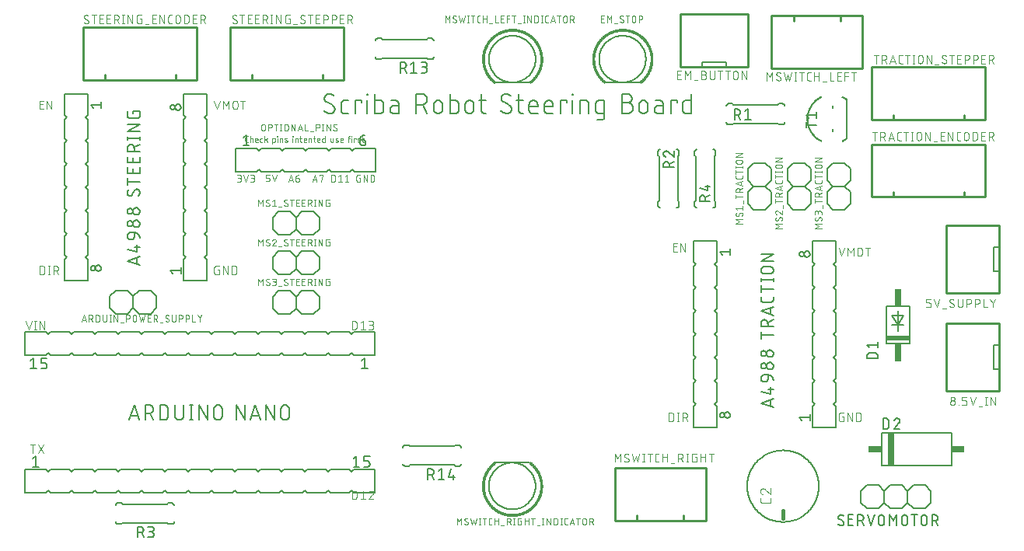
<source format=gbr>
G04 EAGLE Gerber RS-274X export*
G75*
%MOMM*%
%FSLAX34Y34*%
%LPD*%
%INSilkscreen Top*%
%IPPOS*%
%AMOC8*
5,1,8,0,0,1.08239X$1,22.5*%
G01*
%ADD10C,0.177800*%
%ADD11C,0.152400*%
%ADD12C,0.076200*%
%ADD13C,0.127000*%
%ADD14C,0.050800*%
%ADD15C,0.254000*%
%ADD16C,0.200000*%
%ADD17C,0.101600*%
%ADD18C,0.406400*%
%ADD19C,0.203200*%
%ADD20C,0.025400*%
%ADD21R,2.540000X0.508000*%
%ADD22R,0.762000X1.905000*%
%ADD23R,0.635000X3.556000*%
%ADD24R,1.397000X0.762000*%
%ADD25C,0.012700*%


D10*
X351989Y470889D02*
X352124Y470891D01*
X352258Y470897D01*
X352393Y470906D01*
X352527Y470920D01*
X352660Y470937D01*
X352793Y470958D01*
X352926Y470983D01*
X353057Y471012D01*
X353188Y471044D01*
X353318Y471080D01*
X353446Y471120D01*
X353574Y471163D01*
X353700Y471210D01*
X353825Y471261D01*
X353948Y471315D01*
X354070Y471373D01*
X354190Y471434D01*
X354308Y471499D01*
X354424Y471566D01*
X354539Y471638D01*
X354651Y471712D01*
X354761Y471790D01*
X354869Y471870D01*
X354974Y471954D01*
X355077Y472041D01*
X355178Y472131D01*
X355276Y472223D01*
X355371Y472318D01*
X355463Y472416D01*
X355553Y472517D01*
X355640Y472620D01*
X355724Y472725D01*
X355804Y472833D01*
X355882Y472943D01*
X355956Y473055D01*
X356028Y473170D01*
X356095Y473286D01*
X356160Y473404D01*
X356221Y473524D01*
X356279Y473646D01*
X356333Y473769D01*
X356384Y473894D01*
X356431Y474020D01*
X356474Y474148D01*
X356514Y474276D01*
X356550Y474406D01*
X356582Y474537D01*
X356611Y474668D01*
X356636Y474801D01*
X356657Y474934D01*
X356674Y475067D01*
X356688Y475201D01*
X356697Y475336D01*
X356703Y475470D01*
X356705Y475605D01*
X351989Y470889D02*
X351751Y470892D01*
X351512Y470900D01*
X351274Y470915D01*
X351037Y470935D01*
X350800Y470960D01*
X350564Y470991D01*
X350328Y471028D01*
X350094Y471071D01*
X349860Y471119D01*
X349628Y471173D01*
X349397Y471232D01*
X349168Y471297D01*
X348940Y471367D01*
X348714Y471443D01*
X348490Y471524D01*
X348267Y471610D01*
X348047Y471702D01*
X347830Y471799D01*
X347614Y471901D01*
X347401Y472008D01*
X347191Y472120D01*
X346983Y472238D01*
X346779Y472360D01*
X346577Y472487D01*
X346379Y472619D01*
X346183Y472755D01*
X345991Y472897D01*
X345803Y473042D01*
X345617Y473193D01*
X345436Y473347D01*
X345258Y473506D01*
X345085Y473669D01*
X344915Y473837D01*
X345504Y487395D02*
X345506Y487530D01*
X345512Y487664D01*
X345521Y487799D01*
X345535Y487933D01*
X345552Y488066D01*
X345573Y488199D01*
X345598Y488332D01*
X345627Y488463D01*
X345659Y488594D01*
X345695Y488724D01*
X345735Y488852D01*
X345778Y488980D01*
X345825Y489106D01*
X345876Y489231D01*
X345930Y489354D01*
X345988Y489476D01*
X346049Y489596D01*
X346114Y489714D01*
X346181Y489830D01*
X346253Y489945D01*
X346327Y490057D01*
X346405Y490167D01*
X346485Y490275D01*
X346569Y490380D01*
X346656Y490483D01*
X346746Y490584D01*
X346838Y490682D01*
X346933Y490777D01*
X347031Y490869D01*
X347132Y490959D01*
X347235Y491046D01*
X347340Y491130D01*
X347448Y491210D01*
X347558Y491288D01*
X347670Y491362D01*
X347785Y491434D01*
X347901Y491501D01*
X348019Y491566D01*
X348139Y491627D01*
X348261Y491685D01*
X348384Y491739D01*
X348509Y491790D01*
X348635Y491837D01*
X348763Y491880D01*
X348891Y491920D01*
X349021Y491956D01*
X349152Y491988D01*
X349283Y492017D01*
X349416Y492042D01*
X349549Y492063D01*
X349682Y492080D01*
X349816Y492094D01*
X349951Y492103D01*
X350085Y492109D01*
X350220Y492111D01*
X350220Y492112D02*
X350431Y492109D01*
X350641Y492102D01*
X350852Y492089D01*
X351062Y492072D01*
X351271Y492049D01*
X351480Y492022D01*
X351688Y491989D01*
X351896Y491952D01*
X352102Y491909D01*
X352308Y491862D01*
X352512Y491810D01*
X352715Y491753D01*
X352916Y491691D01*
X353116Y491624D01*
X353314Y491553D01*
X353511Y491477D01*
X353706Y491396D01*
X353898Y491311D01*
X354089Y491221D01*
X354277Y491126D01*
X354463Y491027D01*
X354647Y490924D01*
X354828Y490816D01*
X355007Y490704D01*
X355183Y490588D01*
X355356Y490468D01*
X355526Y490343D01*
X347862Y483268D02*
X347747Y483338D01*
X347634Y483411D01*
X347524Y483487D01*
X347415Y483567D01*
X347309Y483649D01*
X347205Y483734D01*
X347103Y483822D01*
X347004Y483913D01*
X346908Y484007D01*
X346814Y484103D01*
X346723Y484202D01*
X346635Y484304D01*
X346550Y484407D01*
X346468Y484514D01*
X346388Y484622D01*
X346312Y484733D01*
X346239Y484846D01*
X346169Y484960D01*
X346102Y485077D01*
X346039Y485196D01*
X345979Y485316D01*
X345922Y485438D01*
X345869Y485561D01*
X345819Y485686D01*
X345773Y485812D01*
X345730Y485940D01*
X345691Y486068D01*
X345656Y486198D01*
X345624Y486329D01*
X345596Y486460D01*
X345572Y486592D01*
X345551Y486725D01*
X345534Y486858D01*
X345521Y486992D01*
X345512Y487126D01*
X345506Y487261D01*
X345504Y487395D01*
X354347Y479732D02*
X354462Y479662D01*
X354575Y479589D01*
X354685Y479513D01*
X354794Y479433D01*
X354900Y479351D01*
X355004Y479266D01*
X355106Y479178D01*
X355205Y479087D01*
X355301Y478993D01*
X355395Y478897D01*
X355486Y478798D01*
X355574Y478696D01*
X355659Y478593D01*
X355741Y478486D01*
X355821Y478378D01*
X355897Y478267D01*
X355970Y478154D01*
X356040Y478040D01*
X356107Y477923D01*
X356170Y477804D01*
X356230Y477684D01*
X356287Y477562D01*
X356340Y477439D01*
X356390Y477314D01*
X356436Y477188D01*
X356479Y477060D01*
X356518Y476932D01*
X356553Y476802D01*
X356585Y476671D01*
X356613Y476540D01*
X356637Y476408D01*
X356658Y476275D01*
X356675Y476142D01*
X356688Y476008D01*
X356697Y475874D01*
X356703Y475739D01*
X356705Y475605D01*
X354347Y479732D02*
X347862Y483269D01*
X367034Y470889D02*
X371750Y470889D01*
X367034Y470889D02*
X366916Y470891D01*
X366798Y470897D01*
X366680Y470907D01*
X366563Y470921D01*
X366446Y470938D01*
X366329Y470960D01*
X366214Y470985D01*
X366100Y471015D01*
X365986Y471048D01*
X365874Y471085D01*
X365763Y471125D01*
X365653Y471170D01*
X365545Y471218D01*
X365439Y471269D01*
X365334Y471324D01*
X365231Y471383D01*
X365131Y471445D01*
X365032Y471510D01*
X364936Y471578D01*
X364842Y471650D01*
X364750Y471725D01*
X364661Y471803D01*
X364575Y471884D01*
X364492Y471967D01*
X364411Y472053D01*
X364333Y472142D01*
X364258Y472234D01*
X364186Y472328D01*
X364118Y472424D01*
X364053Y472523D01*
X363991Y472623D01*
X363932Y472726D01*
X363877Y472831D01*
X363826Y472937D01*
X363778Y473045D01*
X363733Y473155D01*
X363693Y473266D01*
X363656Y473378D01*
X363623Y473492D01*
X363593Y473606D01*
X363568Y473721D01*
X363546Y473838D01*
X363529Y473955D01*
X363515Y474072D01*
X363505Y474190D01*
X363499Y474308D01*
X363497Y474426D01*
X363497Y481500D01*
X363499Y481618D01*
X363505Y481736D01*
X363515Y481854D01*
X363529Y481971D01*
X363546Y482088D01*
X363568Y482205D01*
X363593Y482320D01*
X363623Y482434D01*
X363656Y482548D01*
X363693Y482660D01*
X363733Y482771D01*
X363778Y482881D01*
X363826Y482989D01*
X363877Y483095D01*
X363932Y483200D01*
X363991Y483303D01*
X364053Y483403D01*
X364118Y483502D01*
X364186Y483598D01*
X364258Y483692D01*
X364333Y483784D01*
X364411Y483873D01*
X364492Y483959D01*
X364575Y484042D01*
X364661Y484123D01*
X364750Y484201D01*
X364842Y484276D01*
X364936Y484348D01*
X365032Y484416D01*
X365131Y484481D01*
X365231Y484543D01*
X365334Y484602D01*
X365439Y484657D01*
X365545Y484708D01*
X365653Y484756D01*
X365763Y484801D01*
X365874Y484841D01*
X365986Y484878D01*
X366100Y484911D01*
X366214Y484941D01*
X366329Y484966D01*
X366446Y484988D01*
X366563Y485005D01*
X366680Y485019D01*
X366798Y485029D01*
X366916Y485035D01*
X367034Y485037D01*
X371750Y485037D01*
X379009Y485037D02*
X379009Y470889D01*
X379009Y485037D02*
X386083Y485037D01*
X386083Y482679D01*
X392025Y485037D02*
X392025Y470889D01*
X391436Y490932D02*
X391436Y492111D01*
X392615Y492111D01*
X392615Y490932D01*
X391436Y490932D01*
X400248Y492111D02*
X400248Y470889D01*
X406143Y470889D01*
X406261Y470891D01*
X406379Y470897D01*
X406497Y470907D01*
X406614Y470921D01*
X406731Y470938D01*
X406848Y470960D01*
X406963Y470985D01*
X407077Y471015D01*
X407191Y471048D01*
X407303Y471085D01*
X407414Y471125D01*
X407524Y471170D01*
X407632Y471218D01*
X407738Y471269D01*
X407843Y471324D01*
X407946Y471383D01*
X408046Y471445D01*
X408145Y471510D01*
X408241Y471578D01*
X408335Y471650D01*
X408427Y471725D01*
X408516Y471803D01*
X408602Y471884D01*
X408685Y471967D01*
X408766Y472053D01*
X408844Y472142D01*
X408919Y472234D01*
X408991Y472328D01*
X409059Y472424D01*
X409124Y472523D01*
X409186Y472623D01*
X409245Y472726D01*
X409300Y472831D01*
X409351Y472937D01*
X409399Y473045D01*
X409444Y473155D01*
X409484Y473266D01*
X409521Y473378D01*
X409554Y473492D01*
X409584Y473606D01*
X409609Y473721D01*
X409631Y473838D01*
X409648Y473955D01*
X409662Y474072D01*
X409672Y474190D01*
X409678Y474308D01*
X409680Y474426D01*
X409680Y481500D01*
X409678Y481618D01*
X409672Y481736D01*
X409662Y481854D01*
X409648Y481971D01*
X409631Y482088D01*
X409609Y482205D01*
X409584Y482320D01*
X409554Y482434D01*
X409521Y482548D01*
X409484Y482660D01*
X409444Y482771D01*
X409399Y482881D01*
X409351Y482989D01*
X409300Y483095D01*
X409245Y483200D01*
X409186Y483303D01*
X409124Y483403D01*
X409059Y483502D01*
X408991Y483598D01*
X408919Y483692D01*
X408844Y483784D01*
X408766Y483873D01*
X408685Y483959D01*
X408602Y484042D01*
X408516Y484123D01*
X408427Y484201D01*
X408335Y484276D01*
X408241Y484348D01*
X408145Y484416D01*
X408046Y484481D01*
X407946Y484543D01*
X407843Y484602D01*
X407738Y484657D01*
X407632Y484708D01*
X407524Y484756D01*
X407414Y484801D01*
X407303Y484841D01*
X407191Y484878D01*
X407077Y484911D01*
X406963Y484941D01*
X406848Y484966D01*
X406731Y484988D01*
X406614Y485005D01*
X406497Y485019D01*
X406379Y485029D01*
X406261Y485035D01*
X406143Y485037D01*
X400248Y485037D01*
X421001Y479142D02*
X426307Y479142D01*
X421001Y479143D02*
X420874Y479141D01*
X420747Y479135D01*
X420620Y479125D01*
X420494Y479112D01*
X420368Y479094D01*
X420243Y479073D01*
X420118Y479047D01*
X419994Y479018D01*
X419872Y478985D01*
X419750Y478949D01*
X419629Y478908D01*
X419510Y478864D01*
X419392Y478817D01*
X419276Y478765D01*
X419161Y478710D01*
X419049Y478652D01*
X418938Y478590D01*
X418828Y478525D01*
X418721Y478456D01*
X418617Y478384D01*
X418514Y478309D01*
X418414Y478231D01*
X418316Y478150D01*
X418221Y478066D01*
X418128Y477979D01*
X418038Y477889D01*
X417951Y477796D01*
X417867Y477701D01*
X417786Y477603D01*
X417708Y477503D01*
X417633Y477400D01*
X417561Y477296D01*
X417492Y477189D01*
X417427Y477080D01*
X417365Y476968D01*
X417307Y476856D01*
X417252Y476741D01*
X417200Y476625D01*
X417153Y476507D01*
X417109Y476388D01*
X417068Y476267D01*
X417032Y476145D01*
X416999Y476023D01*
X416970Y475899D01*
X416944Y475774D01*
X416923Y475649D01*
X416905Y475523D01*
X416892Y475397D01*
X416882Y475270D01*
X416876Y475143D01*
X416874Y475016D01*
X416876Y474889D01*
X416882Y474762D01*
X416892Y474635D01*
X416905Y474509D01*
X416923Y474383D01*
X416944Y474258D01*
X416970Y474133D01*
X416999Y474009D01*
X417032Y473887D01*
X417068Y473765D01*
X417109Y473644D01*
X417153Y473525D01*
X417200Y473407D01*
X417252Y473291D01*
X417307Y473176D01*
X417365Y473064D01*
X417427Y472953D01*
X417492Y472843D01*
X417561Y472736D01*
X417633Y472632D01*
X417708Y472529D01*
X417786Y472429D01*
X417867Y472331D01*
X417951Y472236D01*
X418038Y472143D01*
X418128Y472053D01*
X418221Y471966D01*
X418316Y471882D01*
X418414Y471801D01*
X418514Y471723D01*
X418617Y471648D01*
X418721Y471576D01*
X418828Y471507D01*
X418938Y471442D01*
X419049Y471380D01*
X419161Y471322D01*
X419276Y471267D01*
X419392Y471215D01*
X419510Y471168D01*
X419629Y471124D01*
X419750Y471083D01*
X419872Y471047D01*
X419994Y471014D01*
X420118Y470985D01*
X420243Y470959D01*
X420368Y470938D01*
X420494Y470920D01*
X420620Y470907D01*
X420747Y470897D01*
X420874Y470891D01*
X421001Y470889D01*
X426307Y470889D01*
X426307Y481500D01*
X426305Y481618D01*
X426299Y481736D01*
X426289Y481854D01*
X426275Y481971D01*
X426258Y482088D01*
X426236Y482205D01*
X426211Y482320D01*
X426181Y482434D01*
X426148Y482548D01*
X426111Y482660D01*
X426071Y482771D01*
X426026Y482881D01*
X425978Y482989D01*
X425927Y483095D01*
X425872Y483200D01*
X425813Y483303D01*
X425751Y483403D01*
X425686Y483502D01*
X425618Y483598D01*
X425546Y483692D01*
X425471Y483784D01*
X425393Y483873D01*
X425312Y483959D01*
X425229Y484042D01*
X425143Y484123D01*
X425054Y484201D01*
X424962Y484276D01*
X424868Y484348D01*
X424772Y484416D01*
X424673Y484481D01*
X424573Y484543D01*
X424470Y484602D01*
X424365Y484657D01*
X424259Y484708D01*
X424151Y484756D01*
X424041Y484801D01*
X423930Y484841D01*
X423818Y484878D01*
X423704Y484911D01*
X423590Y484941D01*
X423475Y484966D01*
X423358Y484988D01*
X423241Y485005D01*
X423124Y485019D01*
X423006Y485029D01*
X422888Y485035D01*
X422770Y485037D01*
X418054Y485037D01*
X445452Y492111D02*
X445452Y470889D01*
X445452Y492111D02*
X451347Y492111D01*
X451499Y492109D01*
X451650Y492103D01*
X451802Y492093D01*
X451953Y492080D01*
X452104Y492062D01*
X452254Y492041D01*
X452404Y492015D01*
X452553Y491986D01*
X452701Y491953D01*
X452848Y491917D01*
X452995Y491876D01*
X453140Y491832D01*
X453284Y491784D01*
X453426Y491732D01*
X453568Y491677D01*
X453708Y491618D01*
X453846Y491555D01*
X453983Y491489D01*
X454118Y491419D01*
X454251Y491346D01*
X454382Y491270D01*
X454511Y491190D01*
X454638Y491107D01*
X454763Y491021D01*
X454885Y490931D01*
X455005Y490838D01*
X455123Y490743D01*
X455239Y490644D01*
X455351Y490542D01*
X455461Y490438D01*
X455569Y490330D01*
X455673Y490220D01*
X455775Y490108D01*
X455874Y489992D01*
X455969Y489874D01*
X456062Y489754D01*
X456152Y489632D01*
X456238Y489507D01*
X456321Y489380D01*
X456401Y489251D01*
X456477Y489120D01*
X456550Y488987D01*
X456620Y488852D01*
X456686Y488715D01*
X456749Y488577D01*
X456808Y488437D01*
X456863Y488295D01*
X456915Y488153D01*
X456963Y488009D01*
X457007Y487864D01*
X457048Y487717D01*
X457084Y487570D01*
X457117Y487422D01*
X457146Y487273D01*
X457172Y487123D01*
X457193Y486973D01*
X457211Y486822D01*
X457224Y486671D01*
X457234Y486519D01*
X457240Y486368D01*
X457242Y486216D01*
X457240Y486064D01*
X457234Y485913D01*
X457224Y485761D01*
X457211Y485610D01*
X457193Y485459D01*
X457172Y485309D01*
X457146Y485159D01*
X457117Y485010D01*
X457084Y484862D01*
X457048Y484715D01*
X457007Y484568D01*
X456963Y484423D01*
X456915Y484279D01*
X456863Y484137D01*
X456808Y483995D01*
X456749Y483855D01*
X456686Y483717D01*
X456620Y483580D01*
X456550Y483445D01*
X456477Y483312D01*
X456401Y483181D01*
X456321Y483052D01*
X456238Y482925D01*
X456152Y482800D01*
X456062Y482678D01*
X455969Y482558D01*
X455874Y482440D01*
X455775Y482324D01*
X455673Y482212D01*
X455569Y482102D01*
X455461Y481994D01*
X455351Y481890D01*
X455239Y481788D01*
X455123Y481689D01*
X455005Y481594D01*
X454885Y481501D01*
X454763Y481411D01*
X454638Y481325D01*
X454511Y481242D01*
X454382Y481162D01*
X454251Y481086D01*
X454118Y481013D01*
X453983Y480943D01*
X453846Y480877D01*
X453708Y480814D01*
X453568Y480755D01*
X453426Y480700D01*
X453284Y480648D01*
X453140Y480600D01*
X452995Y480556D01*
X452848Y480515D01*
X452701Y480479D01*
X452553Y480446D01*
X452404Y480417D01*
X452254Y480391D01*
X452104Y480370D01*
X451953Y480352D01*
X451802Y480339D01*
X451650Y480329D01*
X451499Y480323D01*
X451347Y480321D01*
X445452Y480321D01*
X452526Y480321D02*
X457242Y470889D01*
X464589Y475605D02*
X464589Y480321D01*
X464591Y480457D01*
X464597Y480593D01*
X464607Y480728D01*
X464620Y480863D01*
X464638Y480998D01*
X464659Y481132D01*
X464685Y481266D01*
X464714Y481399D01*
X464747Y481531D01*
X464784Y481662D01*
X464824Y481791D01*
X464868Y481920D01*
X464916Y482047D01*
X464968Y482173D01*
X465023Y482297D01*
X465082Y482420D01*
X465144Y482540D01*
X465210Y482659D01*
X465279Y482776D01*
X465351Y482891D01*
X465427Y483004D01*
X465506Y483115D01*
X465588Y483223D01*
X465673Y483329D01*
X465761Y483433D01*
X465852Y483533D01*
X465946Y483632D01*
X466043Y483727D01*
X466143Y483820D01*
X466245Y483909D01*
X466349Y483996D01*
X466457Y484080D01*
X466566Y484160D01*
X466678Y484237D01*
X466792Y484312D01*
X466908Y484382D01*
X467026Y484450D01*
X467146Y484514D01*
X467268Y484574D01*
X467391Y484631D01*
X467516Y484684D01*
X467642Y484734D01*
X467770Y484780D01*
X467899Y484823D01*
X468030Y484861D01*
X468161Y484896D01*
X468293Y484927D01*
X468427Y484954D01*
X468561Y484978D01*
X468695Y484997D01*
X468830Y485013D01*
X468965Y485025D01*
X469101Y485033D01*
X469237Y485037D01*
X469373Y485037D01*
X469509Y485033D01*
X469645Y485025D01*
X469780Y485013D01*
X469915Y484997D01*
X470049Y484978D01*
X470183Y484954D01*
X470317Y484927D01*
X470449Y484896D01*
X470580Y484861D01*
X470711Y484823D01*
X470840Y484780D01*
X470968Y484734D01*
X471094Y484684D01*
X471219Y484631D01*
X471342Y484574D01*
X471464Y484514D01*
X471584Y484450D01*
X471702Y484382D01*
X471818Y484312D01*
X471932Y484237D01*
X472044Y484160D01*
X472153Y484080D01*
X472261Y483996D01*
X472365Y483909D01*
X472467Y483820D01*
X472567Y483727D01*
X472664Y483632D01*
X472758Y483533D01*
X472849Y483433D01*
X472937Y483329D01*
X473022Y483223D01*
X473104Y483115D01*
X473183Y483004D01*
X473259Y482891D01*
X473331Y482776D01*
X473400Y482659D01*
X473466Y482540D01*
X473528Y482420D01*
X473587Y482297D01*
X473642Y482173D01*
X473694Y482047D01*
X473742Y481920D01*
X473786Y481791D01*
X473826Y481662D01*
X473863Y481531D01*
X473896Y481399D01*
X473925Y481266D01*
X473951Y481132D01*
X473972Y480998D01*
X473990Y480863D01*
X474003Y480728D01*
X474013Y480593D01*
X474019Y480457D01*
X474021Y480321D01*
X474021Y475605D01*
X474019Y475469D01*
X474013Y475333D01*
X474003Y475198D01*
X473990Y475063D01*
X473972Y474928D01*
X473951Y474794D01*
X473925Y474660D01*
X473896Y474527D01*
X473863Y474395D01*
X473826Y474264D01*
X473786Y474135D01*
X473742Y474006D01*
X473694Y473879D01*
X473642Y473753D01*
X473587Y473629D01*
X473528Y473506D01*
X473466Y473386D01*
X473400Y473267D01*
X473331Y473150D01*
X473259Y473035D01*
X473183Y472922D01*
X473104Y472811D01*
X473022Y472703D01*
X472937Y472597D01*
X472849Y472493D01*
X472758Y472393D01*
X472664Y472294D01*
X472567Y472199D01*
X472467Y472106D01*
X472365Y472017D01*
X472261Y471930D01*
X472153Y471846D01*
X472044Y471766D01*
X471932Y471689D01*
X471818Y471614D01*
X471702Y471544D01*
X471584Y471476D01*
X471464Y471412D01*
X471342Y471352D01*
X471219Y471295D01*
X471094Y471242D01*
X470968Y471192D01*
X470840Y471146D01*
X470711Y471103D01*
X470580Y471065D01*
X470449Y471030D01*
X470317Y470999D01*
X470183Y470972D01*
X470049Y470948D01*
X469915Y470929D01*
X469780Y470913D01*
X469645Y470901D01*
X469509Y470893D01*
X469373Y470889D01*
X469237Y470889D01*
X469101Y470893D01*
X468965Y470901D01*
X468830Y470913D01*
X468695Y470929D01*
X468561Y470948D01*
X468427Y470972D01*
X468293Y470999D01*
X468161Y471030D01*
X468030Y471065D01*
X467899Y471103D01*
X467770Y471146D01*
X467642Y471192D01*
X467516Y471242D01*
X467391Y471295D01*
X467268Y471352D01*
X467146Y471412D01*
X467026Y471476D01*
X466908Y471544D01*
X466792Y471614D01*
X466678Y471689D01*
X466566Y471766D01*
X466457Y471846D01*
X466349Y471930D01*
X466245Y472017D01*
X466143Y472106D01*
X466043Y472199D01*
X465946Y472294D01*
X465852Y472393D01*
X465761Y472493D01*
X465673Y472597D01*
X465588Y472703D01*
X465506Y472811D01*
X465427Y472922D01*
X465351Y473035D01*
X465279Y473150D01*
X465210Y473267D01*
X465144Y473386D01*
X465082Y473506D01*
X465023Y473629D01*
X464968Y473753D01*
X464916Y473879D01*
X464868Y474006D01*
X464824Y474135D01*
X464784Y474264D01*
X464747Y474395D01*
X464714Y474527D01*
X464685Y474660D01*
X464659Y474794D01*
X464638Y474928D01*
X464620Y475063D01*
X464607Y475198D01*
X464597Y475333D01*
X464591Y475469D01*
X464589Y475605D01*
X482036Y470889D02*
X482036Y492111D01*
X482036Y470889D02*
X487931Y470889D01*
X488049Y470891D01*
X488167Y470897D01*
X488285Y470907D01*
X488402Y470921D01*
X488519Y470938D01*
X488636Y470960D01*
X488751Y470985D01*
X488865Y471015D01*
X488979Y471048D01*
X489091Y471085D01*
X489202Y471125D01*
X489312Y471170D01*
X489420Y471218D01*
X489526Y471269D01*
X489631Y471324D01*
X489734Y471383D01*
X489834Y471445D01*
X489933Y471510D01*
X490029Y471578D01*
X490123Y471650D01*
X490215Y471725D01*
X490304Y471803D01*
X490390Y471884D01*
X490473Y471967D01*
X490554Y472053D01*
X490632Y472142D01*
X490707Y472234D01*
X490779Y472328D01*
X490847Y472424D01*
X490912Y472523D01*
X490974Y472623D01*
X491033Y472726D01*
X491088Y472831D01*
X491139Y472937D01*
X491187Y473045D01*
X491232Y473155D01*
X491272Y473266D01*
X491309Y473378D01*
X491342Y473492D01*
X491372Y473606D01*
X491397Y473721D01*
X491419Y473838D01*
X491436Y473955D01*
X491450Y474072D01*
X491460Y474190D01*
X491466Y474308D01*
X491468Y474426D01*
X491468Y481500D01*
X491466Y481618D01*
X491460Y481736D01*
X491450Y481854D01*
X491436Y481971D01*
X491419Y482088D01*
X491397Y482205D01*
X491372Y482320D01*
X491342Y482434D01*
X491309Y482548D01*
X491272Y482660D01*
X491232Y482771D01*
X491187Y482881D01*
X491139Y482989D01*
X491088Y483095D01*
X491033Y483200D01*
X490974Y483303D01*
X490912Y483403D01*
X490847Y483502D01*
X490779Y483598D01*
X490707Y483692D01*
X490632Y483784D01*
X490554Y483873D01*
X490473Y483959D01*
X490390Y484042D01*
X490304Y484123D01*
X490215Y484201D01*
X490123Y484276D01*
X490029Y484348D01*
X489933Y484416D01*
X489834Y484481D01*
X489734Y484543D01*
X489631Y484602D01*
X489526Y484657D01*
X489420Y484708D01*
X489312Y484756D01*
X489202Y484801D01*
X489091Y484841D01*
X488979Y484878D01*
X488865Y484911D01*
X488751Y484941D01*
X488636Y484966D01*
X488519Y484988D01*
X488402Y485005D01*
X488285Y485019D01*
X488167Y485029D01*
X488049Y485035D01*
X487931Y485037D01*
X482036Y485037D01*
X498721Y480321D02*
X498721Y475605D01*
X498721Y480321D02*
X498723Y480457D01*
X498729Y480593D01*
X498739Y480728D01*
X498752Y480863D01*
X498770Y480998D01*
X498791Y481132D01*
X498817Y481266D01*
X498846Y481399D01*
X498879Y481531D01*
X498916Y481662D01*
X498956Y481791D01*
X499000Y481920D01*
X499048Y482047D01*
X499100Y482173D01*
X499155Y482297D01*
X499214Y482420D01*
X499276Y482540D01*
X499342Y482659D01*
X499411Y482776D01*
X499483Y482891D01*
X499559Y483004D01*
X499638Y483115D01*
X499720Y483223D01*
X499805Y483329D01*
X499893Y483433D01*
X499984Y483533D01*
X500078Y483632D01*
X500175Y483727D01*
X500275Y483820D01*
X500377Y483909D01*
X500481Y483996D01*
X500589Y484080D01*
X500698Y484160D01*
X500810Y484237D01*
X500924Y484312D01*
X501040Y484382D01*
X501158Y484450D01*
X501278Y484514D01*
X501400Y484574D01*
X501523Y484631D01*
X501648Y484684D01*
X501774Y484734D01*
X501902Y484780D01*
X502031Y484823D01*
X502162Y484861D01*
X502293Y484896D01*
X502425Y484927D01*
X502559Y484954D01*
X502693Y484978D01*
X502827Y484997D01*
X502962Y485013D01*
X503097Y485025D01*
X503233Y485033D01*
X503369Y485037D01*
X503505Y485037D01*
X503641Y485033D01*
X503777Y485025D01*
X503912Y485013D01*
X504047Y484997D01*
X504181Y484978D01*
X504315Y484954D01*
X504449Y484927D01*
X504581Y484896D01*
X504712Y484861D01*
X504843Y484823D01*
X504972Y484780D01*
X505100Y484734D01*
X505226Y484684D01*
X505351Y484631D01*
X505474Y484574D01*
X505596Y484514D01*
X505716Y484450D01*
X505834Y484382D01*
X505950Y484312D01*
X506064Y484237D01*
X506176Y484160D01*
X506285Y484080D01*
X506393Y483996D01*
X506497Y483909D01*
X506599Y483820D01*
X506699Y483727D01*
X506796Y483632D01*
X506890Y483533D01*
X506981Y483433D01*
X507069Y483329D01*
X507154Y483223D01*
X507236Y483115D01*
X507315Y483004D01*
X507391Y482891D01*
X507463Y482776D01*
X507532Y482659D01*
X507598Y482540D01*
X507660Y482420D01*
X507719Y482297D01*
X507774Y482173D01*
X507826Y482047D01*
X507874Y481920D01*
X507918Y481791D01*
X507958Y481662D01*
X507995Y481531D01*
X508028Y481399D01*
X508057Y481266D01*
X508083Y481132D01*
X508104Y480998D01*
X508122Y480863D01*
X508135Y480728D01*
X508145Y480593D01*
X508151Y480457D01*
X508153Y480321D01*
X508153Y475605D01*
X508151Y475469D01*
X508145Y475333D01*
X508135Y475198D01*
X508122Y475063D01*
X508104Y474928D01*
X508083Y474794D01*
X508057Y474660D01*
X508028Y474527D01*
X507995Y474395D01*
X507958Y474264D01*
X507918Y474135D01*
X507874Y474006D01*
X507826Y473879D01*
X507774Y473753D01*
X507719Y473629D01*
X507660Y473506D01*
X507598Y473386D01*
X507532Y473267D01*
X507463Y473150D01*
X507391Y473035D01*
X507315Y472922D01*
X507236Y472811D01*
X507154Y472703D01*
X507069Y472597D01*
X506981Y472493D01*
X506890Y472393D01*
X506796Y472294D01*
X506699Y472199D01*
X506599Y472106D01*
X506497Y472017D01*
X506393Y471930D01*
X506285Y471846D01*
X506176Y471766D01*
X506064Y471689D01*
X505950Y471614D01*
X505834Y471544D01*
X505716Y471476D01*
X505596Y471412D01*
X505474Y471352D01*
X505351Y471295D01*
X505226Y471242D01*
X505100Y471192D01*
X504972Y471146D01*
X504843Y471103D01*
X504712Y471065D01*
X504581Y471030D01*
X504449Y470999D01*
X504315Y470972D01*
X504181Y470948D01*
X504047Y470929D01*
X503912Y470913D01*
X503777Y470901D01*
X503641Y470893D01*
X503505Y470889D01*
X503369Y470889D01*
X503233Y470893D01*
X503097Y470901D01*
X502962Y470913D01*
X502827Y470929D01*
X502693Y470948D01*
X502559Y470972D01*
X502425Y470999D01*
X502293Y471030D01*
X502162Y471065D01*
X502031Y471103D01*
X501902Y471146D01*
X501774Y471192D01*
X501648Y471242D01*
X501523Y471295D01*
X501400Y471352D01*
X501278Y471412D01*
X501158Y471476D01*
X501040Y471544D01*
X500924Y471614D01*
X500810Y471689D01*
X500698Y471766D01*
X500589Y471846D01*
X500481Y471930D01*
X500377Y472017D01*
X500275Y472106D01*
X500175Y472199D01*
X500078Y472294D01*
X499984Y472393D01*
X499893Y472493D01*
X499805Y472597D01*
X499720Y472703D01*
X499638Y472811D01*
X499559Y472922D01*
X499483Y473035D01*
X499411Y473150D01*
X499342Y473267D01*
X499276Y473386D01*
X499214Y473506D01*
X499155Y473629D01*
X499100Y473753D01*
X499048Y473879D01*
X499000Y474006D01*
X498956Y474135D01*
X498916Y474264D01*
X498879Y474395D01*
X498846Y474527D01*
X498817Y474660D01*
X498791Y474794D01*
X498770Y474928D01*
X498752Y475063D01*
X498739Y475198D01*
X498729Y475333D01*
X498723Y475469D01*
X498721Y475605D01*
X513973Y485037D02*
X521047Y485037D01*
X516331Y492111D02*
X516331Y474426D01*
X516333Y474308D01*
X516339Y474190D01*
X516349Y474072D01*
X516363Y473955D01*
X516380Y473838D01*
X516402Y473721D01*
X516427Y473606D01*
X516457Y473492D01*
X516490Y473378D01*
X516527Y473266D01*
X516567Y473155D01*
X516612Y473045D01*
X516660Y472937D01*
X516711Y472831D01*
X516766Y472726D01*
X516825Y472623D01*
X516887Y472523D01*
X516952Y472424D01*
X517020Y472328D01*
X517092Y472234D01*
X517167Y472142D01*
X517245Y472053D01*
X517326Y471967D01*
X517409Y471884D01*
X517495Y471803D01*
X517584Y471725D01*
X517676Y471650D01*
X517770Y471578D01*
X517866Y471510D01*
X517965Y471445D01*
X518065Y471383D01*
X518168Y471324D01*
X518273Y471269D01*
X518379Y471218D01*
X518487Y471170D01*
X518597Y471125D01*
X518708Y471085D01*
X518820Y471048D01*
X518934Y471015D01*
X519048Y470985D01*
X519163Y470960D01*
X519280Y470938D01*
X519397Y470921D01*
X519514Y470907D01*
X519632Y470897D01*
X519750Y470891D01*
X519868Y470889D01*
X521047Y470889D01*
X544544Y470889D02*
X544679Y470891D01*
X544813Y470897D01*
X544948Y470906D01*
X545082Y470920D01*
X545215Y470937D01*
X545348Y470958D01*
X545481Y470983D01*
X545612Y471012D01*
X545743Y471044D01*
X545873Y471080D01*
X546001Y471120D01*
X546129Y471163D01*
X546255Y471210D01*
X546380Y471261D01*
X546503Y471315D01*
X546625Y471373D01*
X546745Y471434D01*
X546863Y471499D01*
X546979Y471566D01*
X547094Y471638D01*
X547206Y471712D01*
X547316Y471790D01*
X547424Y471870D01*
X547529Y471954D01*
X547632Y472041D01*
X547733Y472131D01*
X547831Y472223D01*
X547926Y472318D01*
X548018Y472416D01*
X548108Y472517D01*
X548195Y472620D01*
X548279Y472725D01*
X548359Y472833D01*
X548437Y472943D01*
X548511Y473055D01*
X548583Y473170D01*
X548650Y473286D01*
X548715Y473404D01*
X548776Y473524D01*
X548834Y473646D01*
X548888Y473769D01*
X548939Y473894D01*
X548986Y474020D01*
X549029Y474148D01*
X549069Y474276D01*
X549105Y474406D01*
X549137Y474537D01*
X549166Y474668D01*
X549191Y474801D01*
X549212Y474934D01*
X549229Y475067D01*
X549243Y475201D01*
X549252Y475336D01*
X549258Y475470D01*
X549260Y475605D01*
X544544Y470889D02*
X544306Y470892D01*
X544067Y470900D01*
X543829Y470915D01*
X543592Y470935D01*
X543355Y470960D01*
X543119Y470991D01*
X542883Y471028D01*
X542649Y471071D01*
X542415Y471119D01*
X542183Y471173D01*
X541952Y471232D01*
X541723Y471297D01*
X541495Y471367D01*
X541269Y471443D01*
X541045Y471524D01*
X540822Y471610D01*
X540602Y471702D01*
X540385Y471799D01*
X540169Y471901D01*
X539956Y472008D01*
X539746Y472120D01*
X539538Y472238D01*
X539334Y472360D01*
X539132Y472487D01*
X538934Y472619D01*
X538738Y472755D01*
X538546Y472897D01*
X538358Y473042D01*
X538172Y473193D01*
X537991Y473347D01*
X537813Y473506D01*
X537640Y473669D01*
X537470Y473837D01*
X538059Y487395D02*
X538061Y487530D01*
X538067Y487664D01*
X538076Y487799D01*
X538090Y487933D01*
X538107Y488066D01*
X538128Y488199D01*
X538153Y488332D01*
X538182Y488463D01*
X538214Y488594D01*
X538250Y488724D01*
X538290Y488852D01*
X538333Y488980D01*
X538380Y489106D01*
X538431Y489231D01*
X538485Y489354D01*
X538543Y489476D01*
X538604Y489596D01*
X538669Y489714D01*
X538736Y489830D01*
X538808Y489945D01*
X538882Y490057D01*
X538960Y490167D01*
X539040Y490275D01*
X539124Y490380D01*
X539211Y490483D01*
X539301Y490584D01*
X539393Y490682D01*
X539488Y490777D01*
X539586Y490869D01*
X539687Y490959D01*
X539790Y491046D01*
X539895Y491130D01*
X540003Y491210D01*
X540113Y491288D01*
X540225Y491362D01*
X540340Y491434D01*
X540456Y491501D01*
X540574Y491566D01*
X540694Y491627D01*
X540816Y491685D01*
X540939Y491739D01*
X541064Y491790D01*
X541190Y491837D01*
X541318Y491880D01*
X541446Y491920D01*
X541576Y491956D01*
X541707Y491988D01*
X541838Y492017D01*
X541971Y492042D01*
X542104Y492063D01*
X542237Y492080D01*
X542371Y492094D01*
X542506Y492103D01*
X542640Y492109D01*
X542775Y492111D01*
X542775Y492112D02*
X542986Y492109D01*
X543196Y492102D01*
X543407Y492089D01*
X543617Y492072D01*
X543826Y492049D01*
X544035Y492022D01*
X544243Y491989D01*
X544451Y491952D01*
X544657Y491909D01*
X544863Y491862D01*
X545067Y491810D01*
X545270Y491753D01*
X545471Y491691D01*
X545671Y491624D01*
X545869Y491553D01*
X546066Y491477D01*
X546261Y491396D01*
X546453Y491311D01*
X546644Y491221D01*
X546832Y491126D01*
X547018Y491027D01*
X547202Y490924D01*
X547383Y490816D01*
X547562Y490704D01*
X547738Y490588D01*
X547911Y490468D01*
X548081Y490343D01*
X540417Y483268D02*
X540302Y483338D01*
X540189Y483411D01*
X540079Y483487D01*
X539970Y483567D01*
X539864Y483649D01*
X539760Y483734D01*
X539658Y483822D01*
X539559Y483913D01*
X539463Y484007D01*
X539369Y484103D01*
X539278Y484202D01*
X539190Y484304D01*
X539105Y484407D01*
X539023Y484514D01*
X538943Y484622D01*
X538867Y484733D01*
X538794Y484846D01*
X538724Y484960D01*
X538657Y485077D01*
X538594Y485196D01*
X538534Y485316D01*
X538477Y485438D01*
X538424Y485561D01*
X538374Y485686D01*
X538328Y485812D01*
X538285Y485940D01*
X538246Y486068D01*
X538211Y486198D01*
X538179Y486329D01*
X538151Y486460D01*
X538127Y486592D01*
X538106Y486725D01*
X538089Y486858D01*
X538076Y486992D01*
X538067Y487126D01*
X538061Y487261D01*
X538059Y487395D01*
X546902Y479732D02*
X547017Y479662D01*
X547130Y479589D01*
X547240Y479513D01*
X547349Y479433D01*
X547455Y479351D01*
X547559Y479266D01*
X547661Y479178D01*
X547760Y479087D01*
X547856Y478993D01*
X547950Y478897D01*
X548041Y478798D01*
X548129Y478696D01*
X548214Y478593D01*
X548296Y478486D01*
X548376Y478378D01*
X548452Y478267D01*
X548525Y478154D01*
X548595Y478040D01*
X548662Y477923D01*
X548725Y477804D01*
X548785Y477684D01*
X548842Y477562D01*
X548895Y477439D01*
X548945Y477314D01*
X548991Y477188D01*
X549034Y477060D01*
X549073Y476932D01*
X549108Y476802D01*
X549140Y476671D01*
X549168Y476540D01*
X549192Y476408D01*
X549213Y476275D01*
X549230Y476142D01*
X549243Y476008D01*
X549252Y475874D01*
X549258Y475739D01*
X549260Y475605D01*
X546902Y479732D02*
X540417Y483269D01*
X554544Y485037D02*
X561618Y485037D01*
X556902Y492111D02*
X556902Y474426D01*
X556904Y474308D01*
X556910Y474190D01*
X556920Y474072D01*
X556934Y473955D01*
X556951Y473838D01*
X556973Y473721D01*
X556998Y473606D01*
X557028Y473492D01*
X557061Y473378D01*
X557098Y473266D01*
X557138Y473155D01*
X557183Y473045D01*
X557231Y472937D01*
X557282Y472831D01*
X557337Y472726D01*
X557396Y472623D01*
X557458Y472523D01*
X557523Y472424D01*
X557591Y472328D01*
X557663Y472234D01*
X557738Y472142D01*
X557816Y472053D01*
X557897Y471967D01*
X557980Y471884D01*
X558066Y471803D01*
X558155Y471725D01*
X558247Y471650D01*
X558341Y471578D01*
X558437Y471510D01*
X558536Y471445D01*
X558636Y471383D01*
X558739Y471324D01*
X558844Y471269D01*
X558950Y471218D01*
X559058Y471170D01*
X559168Y471125D01*
X559279Y471085D01*
X559391Y471048D01*
X559505Y471015D01*
X559619Y470985D01*
X559734Y470960D01*
X559851Y470938D01*
X559968Y470921D01*
X560085Y470907D01*
X560203Y470897D01*
X560321Y470891D01*
X560439Y470889D01*
X561618Y470889D01*
X571810Y470889D02*
X577705Y470889D01*
X571810Y470889D02*
X571692Y470891D01*
X571574Y470897D01*
X571456Y470907D01*
X571339Y470921D01*
X571222Y470938D01*
X571105Y470960D01*
X570990Y470985D01*
X570876Y471015D01*
X570762Y471048D01*
X570650Y471085D01*
X570539Y471125D01*
X570429Y471170D01*
X570321Y471218D01*
X570215Y471269D01*
X570110Y471324D01*
X570007Y471383D01*
X569907Y471445D01*
X569808Y471510D01*
X569712Y471578D01*
X569618Y471650D01*
X569526Y471725D01*
X569437Y471803D01*
X569351Y471884D01*
X569268Y471967D01*
X569187Y472053D01*
X569109Y472142D01*
X569034Y472234D01*
X568962Y472328D01*
X568894Y472424D01*
X568829Y472523D01*
X568767Y472623D01*
X568708Y472726D01*
X568653Y472831D01*
X568602Y472937D01*
X568554Y473045D01*
X568509Y473155D01*
X568469Y473266D01*
X568432Y473378D01*
X568399Y473492D01*
X568369Y473606D01*
X568344Y473721D01*
X568322Y473838D01*
X568305Y473955D01*
X568291Y474072D01*
X568281Y474190D01*
X568275Y474308D01*
X568273Y474426D01*
X568273Y480321D01*
X568275Y480457D01*
X568281Y480593D01*
X568291Y480728D01*
X568304Y480863D01*
X568322Y480998D01*
X568343Y481132D01*
X568369Y481266D01*
X568398Y481399D01*
X568431Y481531D01*
X568468Y481662D01*
X568508Y481791D01*
X568552Y481920D01*
X568600Y482047D01*
X568652Y482173D01*
X568707Y482297D01*
X568766Y482420D01*
X568828Y482540D01*
X568894Y482659D01*
X568963Y482776D01*
X569035Y482891D01*
X569111Y483004D01*
X569190Y483115D01*
X569272Y483223D01*
X569357Y483329D01*
X569445Y483433D01*
X569536Y483533D01*
X569630Y483632D01*
X569727Y483727D01*
X569827Y483820D01*
X569929Y483909D01*
X570033Y483996D01*
X570141Y484080D01*
X570250Y484160D01*
X570362Y484237D01*
X570476Y484312D01*
X570592Y484382D01*
X570710Y484450D01*
X570830Y484514D01*
X570952Y484574D01*
X571075Y484631D01*
X571200Y484684D01*
X571326Y484734D01*
X571454Y484780D01*
X571583Y484823D01*
X571714Y484861D01*
X571845Y484896D01*
X571977Y484927D01*
X572111Y484954D01*
X572245Y484978D01*
X572379Y484997D01*
X572514Y485013D01*
X572649Y485025D01*
X572785Y485033D01*
X572921Y485037D01*
X573057Y485037D01*
X573193Y485033D01*
X573329Y485025D01*
X573464Y485013D01*
X573599Y484997D01*
X573733Y484978D01*
X573867Y484954D01*
X574001Y484927D01*
X574133Y484896D01*
X574264Y484861D01*
X574395Y484823D01*
X574524Y484780D01*
X574652Y484734D01*
X574778Y484684D01*
X574903Y484631D01*
X575026Y484574D01*
X575148Y484514D01*
X575268Y484450D01*
X575386Y484382D01*
X575502Y484312D01*
X575616Y484237D01*
X575728Y484160D01*
X575837Y484080D01*
X575945Y483996D01*
X576049Y483909D01*
X576151Y483820D01*
X576251Y483727D01*
X576348Y483632D01*
X576442Y483533D01*
X576533Y483433D01*
X576621Y483329D01*
X576706Y483223D01*
X576788Y483115D01*
X576867Y483004D01*
X576943Y482891D01*
X577015Y482776D01*
X577084Y482659D01*
X577150Y482540D01*
X577212Y482420D01*
X577271Y482297D01*
X577326Y482173D01*
X577378Y482047D01*
X577426Y481920D01*
X577470Y481791D01*
X577510Y481662D01*
X577547Y481531D01*
X577580Y481399D01*
X577609Y481266D01*
X577635Y481132D01*
X577656Y480998D01*
X577674Y480863D01*
X577687Y480728D01*
X577697Y480593D01*
X577703Y480457D01*
X577705Y480321D01*
X577705Y477963D01*
X568273Y477963D01*
X588554Y470889D02*
X594449Y470889D01*
X588554Y470889D02*
X588436Y470891D01*
X588318Y470897D01*
X588200Y470907D01*
X588083Y470921D01*
X587966Y470938D01*
X587849Y470960D01*
X587734Y470985D01*
X587620Y471015D01*
X587506Y471048D01*
X587394Y471085D01*
X587283Y471125D01*
X587173Y471170D01*
X587065Y471218D01*
X586959Y471269D01*
X586854Y471324D01*
X586751Y471383D01*
X586651Y471445D01*
X586552Y471510D01*
X586456Y471578D01*
X586362Y471650D01*
X586270Y471725D01*
X586181Y471803D01*
X586095Y471884D01*
X586012Y471967D01*
X585931Y472053D01*
X585853Y472142D01*
X585778Y472234D01*
X585706Y472328D01*
X585638Y472424D01*
X585573Y472523D01*
X585511Y472623D01*
X585452Y472726D01*
X585397Y472831D01*
X585346Y472937D01*
X585298Y473045D01*
X585253Y473155D01*
X585213Y473266D01*
X585176Y473378D01*
X585143Y473492D01*
X585113Y473606D01*
X585088Y473721D01*
X585066Y473838D01*
X585049Y473955D01*
X585035Y474072D01*
X585025Y474190D01*
X585019Y474308D01*
X585017Y474426D01*
X585017Y480321D01*
X585019Y480457D01*
X585025Y480593D01*
X585035Y480728D01*
X585048Y480863D01*
X585066Y480998D01*
X585087Y481132D01*
X585113Y481266D01*
X585142Y481399D01*
X585175Y481531D01*
X585212Y481662D01*
X585252Y481791D01*
X585296Y481920D01*
X585344Y482047D01*
X585396Y482173D01*
X585451Y482297D01*
X585510Y482420D01*
X585572Y482540D01*
X585638Y482659D01*
X585707Y482776D01*
X585779Y482891D01*
X585855Y483004D01*
X585934Y483115D01*
X586016Y483223D01*
X586101Y483329D01*
X586189Y483433D01*
X586280Y483533D01*
X586374Y483632D01*
X586471Y483727D01*
X586571Y483820D01*
X586673Y483909D01*
X586777Y483996D01*
X586885Y484080D01*
X586994Y484160D01*
X587106Y484237D01*
X587220Y484312D01*
X587336Y484382D01*
X587454Y484450D01*
X587574Y484514D01*
X587696Y484574D01*
X587819Y484631D01*
X587944Y484684D01*
X588070Y484734D01*
X588198Y484780D01*
X588327Y484823D01*
X588458Y484861D01*
X588589Y484896D01*
X588721Y484927D01*
X588855Y484954D01*
X588989Y484978D01*
X589123Y484997D01*
X589258Y485013D01*
X589393Y485025D01*
X589529Y485033D01*
X589665Y485037D01*
X589801Y485037D01*
X589937Y485033D01*
X590073Y485025D01*
X590208Y485013D01*
X590343Y484997D01*
X590477Y484978D01*
X590611Y484954D01*
X590745Y484927D01*
X590877Y484896D01*
X591008Y484861D01*
X591139Y484823D01*
X591268Y484780D01*
X591396Y484734D01*
X591522Y484684D01*
X591647Y484631D01*
X591770Y484574D01*
X591892Y484514D01*
X592012Y484450D01*
X592130Y484382D01*
X592246Y484312D01*
X592360Y484237D01*
X592472Y484160D01*
X592581Y484080D01*
X592689Y483996D01*
X592793Y483909D01*
X592895Y483820D01*
X592995Y483727D01*
X593092Y483632D01*
X593186Y483533D01*
X593277Y483433D01*
X593365Y483329D01*
X593450Y483223D01*
X593532Y483115D01*
X593611Y483004D01*
X593687Y482891D01*
X593759Y482776D01*
X593828Y482659D01*
X593894Y482540D01*
X593956Y482420D01*
X594015Y482297D01*
X594070Y482173D01*
X594122Y482047D01*
X594170Y481920D01*
X594214Y481791D01*
X594254Y481662D01*
X594291Y481531D01*
X594324Y481399D01*
X594353Y481266D01*
X594379Y481132D01*
X594400Y480998D01*
X594418Y480863D01*
X594431Y480728D01*
X594441Y480593D01*
X594447Y480457D01*
X594449Y480321D01*
X594449Y477963D01*
X585017Y477963D01*
X602476Y470889D02*
X602476Y485037D01*
X609550Y485037D01*
X609550Y482679D01*
X615493Y485037D02*
X615493Y470889D01*
X614903Y490932D02*
X614903Y492111D01*
X616082Y492111D01*
X616082Y490932D01*
X614903Y490932D01*
X623656Y485037D02*
X623656Y470889D01*
X623656Y485037D02*
X629551Y485037D01*
X629669Y485035D01*
X629787Y485029D01*
X629905Y485019D01*
X630022Y485005D01*
X630139Y484988D01*
X630256Y484966D01*
X630371Y484941D01*
X630485Y484911D01*
X630599Y484878D01*
X630711Y484841D01*
X630822Y484801D01*
X630932Y484756D01*
X631040Y484708D01*
X631146Y484657D01*
X631251Y484602D01*
X631354Y484543D01*
X631454Y484481D01*
X631553Y484416D01*
X631649Y484348D01*
X631743Y484276D01*
X631835Y484201D01*
X631924Y484123D01*
X632010Y484042D01*
X632093Y483959D01*
X632174Y483873D01*
X632252Y483784D01*
X632327Y483692D01*
X632399Y483598D01*
X632467Y483502D01*
X632532Y483403D01*
X632594Y483303D01*
X632653Y483200D01*
X632708Y483095D01*
X632759Y482989D01*
X632807Y482881D01*
X632852Y482771D01*
X632892Y482660D01*
X632929Y482548D01*
X632962Y482434D01*
X632992Y482320D01*
X633017Y482205D01*
X633039Y482088D01*
X633056Y481971D01*
X633070Y481854D01*
X633080Y481736D01*
X633086Y481618D01*
X633088Y481500D01*
X633088Y470889D01*
X644523Y470889D02*
X650418Y470889D01*
X644523Y470889D02*
X644405Y470891D01*
X644287Y470897D01*
X644169Y470907D01*
X644052Y470921D01*
X643935Y470938D01*
X643818Y470960D01*
X643703Y470985D01*
X643589Y471015D01*
X643475Y471048D01*
X643363Y471085D01*
X643252Y471125D01*
X643142Y471170D01*
X643034Y471218D01*
X642928Y471269D01*
X642823Y471324D01*
X642720Y471383D01*
X642620Y471445D01*
X642521Y471510D01*
X642425Y471578D01*
X642331Y471650D01*
X642239Y471725D01*
X642150Y471803D01*
X642064Y471884D01*
X641981Y471967D01*
X641900Y472053D01*
X641822Y472142D01*
X641747Y472234D01*
X641675Y472328D01*
X641607Y472424D01*
X641542Y472523D01*
X641480Y472623D01*
X641421Y472726D01*
X641366Y472831D01*
X641315Y472937D01*
X641267Y473045D01*
X641222Y473155D01*
X641182Y473266D01*
X641145Y473378D01*
X641112Y473492D01*
X641082Y473606D01*
X641057Y473721D01*
X641035Y473838D01*
X641018Y473955D01*
X641004Y474072D01*
X640994Y474190D01*
X640988Y474308D01*
X640986Y474426D01*
X640986Y481500D01*
X640988Y481618D01*
X640994Y481736D01*
X641004Y481854D01*
X641018Y481971D01*
X641035Y482088D01*
X641057Y482205D01*
X641082Y482320D01*
X641112Y482434D01*
X641145Y482548D01*
X641182Y482660D01*
X641222Y482771D01*
X641267Y482881D01*
X641315Y482989D01*
X641366Y483095D01*
X641421Y483200D01*
X641480Y483303D01*
X641542Y483403D01*
X641607Y483502D01*
X641675Y483598D01*
X641747Y483692D01*
X641822Y483784D01*
X641900Y483873D01*
X641981Y483959D01*
X642064Y484042D01*
X642150Y484123D01*
X642239Y484201D01*
X642331Y484276D01*
X642425Y484348D01*
X642521Y484416D01*
X642620Y484481D01*
X642720Y484543D01*
X642823Y484602D01*
X642928Y484657D01*
X643034Y484708D01*
X643142Y484756D01*
X643252Y484801D01*
X643363Y484841D01*
X643475Y484878D01*
X643589Y484911D01*
X643703Y484941D01*
X643818Y484966D01*
X643935Y484988D01*
X644052Y485005D01*
X644169Y485019D01*
X644287Y485029D01*
X644405Y485035D01*
X644523Y485037D01*
X650418Y485037D01*
X650418Y467352D01*
X650416Y467234D01*
X650410Y467116D01*
X650400Y466998D01*
X650386Y466881D01*
X650369Y466764D01*
X650347Y466647D01*
X650322Y466532D01*
X650292Y466418D01*
X650259Y466304D01*
X650222Y466192D01*
X650182Y466081D01*
X650137Y465971D01*
X650089Y465863D01*
X650038Y465757D01*
X649983Y465652D01*
X649924Y465549D01*
X649862Y465449D01*
X649797Y465350D01*
X649729Y465254D01*
X649657Y465160D01*
X649582Y465068D01*
X649504Y464979D01*
X649423Y464893D01*
X649340Y464810D01*
X649254Y464729D01*
X649165Y464651D01*
X649073Y464576D01*
X648979Y464504D01*
X648883Y464436D01*
X648784Y464371D01*
X648684Y464309D01*
X648581Y464250D01*
X648476Y464195D01*
X648370Y464144D01*
X648262Y464096D01*
X648152Y464051D01*
X648041Y464011D01*
X647929Y463974D01*
X647815Y463941D01*
X647701Y463911D01*
X647586Y463886D01*
X647469Y463864D01*
X647352Y463847D01*
X647235Y463833D01*
X647117Y463823D01*
X646999Y463817D01*
X646881Y463815D01*
X642165Y463815D01*
X669659Y482679D02*
X675554Y482679D01*
X675706Y482677D01*
X675857Y482671D01*
X676009Y482661D01*
X676160Y482648D01*
X676311Y482630D01*
X676461Y482609D01*
X676611Y482583D01*
X676760Y482554D01*
X676908Y482521D01*
X677055Y482485D01*
X677202Y482444D01*
X677347Y482400D01*
X677491Y482352D01*
X677633Y482300D01*
X677775Y482245D01*
X677915Y482186D01*
X678053Y482123D01*
X678190Y482057D01*
X678325Y481987D01*
X678458Y481914D01*
X678589Y481838D01*
X678718Y481758D01*
X678845Y481675D01*
X678970Y481589D01*
X679092Y481499D01*
X679212Y481406D01*
X679330Y481311D01*
X679446Y481212D01*
X679558Y481110D01*
X679668Y481006D01*
X679776Y480898D01*
X679880Y480788D01*
X679982Y480676D01*
X680081Y480560D01*
X680176Y480442D01*
X680269Y480322D01*
X680359Y480200D01*
X680445Y480075D01*
X680528Y479948D01*
X680608Y479819D01*
X680684Y479688D01*
X680757Y479555D01*
X680827Y479420D01*
X680893Y479283D01*
X680956Y479145D01*
X681015Y479005D01*
X681070Y478863D01*
X681122Y478721D01*
X681170Y478577D01*
X681214Y478432D01*
X681255Y478285D01*
X681291Y478138D01*
X681324Y477990D01*
X681353Y477841D01*
X681379Y477691D01*
X681400Y477541D01*
X681418Y477390D01*
X681431Y477239D01*
X681441Y477087D01*
X681447Y476936D01*
X681449Y476784D01*
X681447Y476632D01*
X681441Y476481D01*
X681431Y476329D01*
X681418Y476178D01*
X681400Y476027D01*
X681379Y475877D01*
X681353Y475727D01*
X681324Y475578D01*
X681291Y475430D01*
X681255Y475283D01*
X681214Y475136D01*
X681170Y474991D01*
X681122Y474847D01*
X681070Y474705D01*
X681015Y474563D01*
X680956Y474423D01*
X680893Y474285D01*
X680827Y474148D01*
X680757Y474013D01*
X680684Y473880D01*
X680608Y473749D01*
X680528Y473620D01*
X680445Y473493D01*
X680359Y473368D01*
X680269Y473246D01*
X680176Y473126D01*
X680081Y473008D01*
X679982Y472892D01*
X679880Y472780D01*
X679776Y472670D01*
X679668Y472562D01*
X679558Y472458D01*
X679446Y472356D01*
X679330Y472257D01*
X679212Y472162D01*
X679092Y472069D01*
X678970Y471979D01*
X678845Y471893D01*
X678718Y471810D01*
X678589Y471730D01*
X678458Y471654D01*
X678325Y471581D01*
X678190Y471511D01*
X678053Y471445D01*
X677915Y471382D01*
X677775Y471323D01*
X677633Y471268D01*
X677491Y471216D01*
X677347Y471168D01*
X677202Y471124D01*
X677055Y471083D01*
X676908Y471047D01*
X676760Y471014D01*
X676611Y470985D01*
X676461Y470959D01*
X676311Y470938D01*
X676160Y470920D01*
X676009Y470907D01*
X675857Y470897D01*
X675706Y470891D01*
X675554Y470889D01*
X669659Y470889D01*
X669659Y492111D01*
X675554Y492111D01*
X675690Y492109D01*
X675826Y492103D01*
X675961Y492093D01*
X676096Y492080D01*
X676231Y492062D01*
X676365Y492041D01*
X676499Y492015D01*
X676632Y491986D01*
X676764Y491953D01*
X676895Y491916D01*
X677024Y491876D01*
X677153Y491832D01*
X677280Y491784D01*
X677406Y491732D01*
X677530Y491677D01*
X677653Y491618D01*
X677773Y491556D01*
X677892Y491490D01*
X678009Y491421D01*
X678124Y491349D01*
X678237Y491273D01*
X678348Y491194D01*
X678456Y491112D01*
X678562Y491027D01*
X678666Y490939D01*
X678766Y490848D01*
X678865Y490754D01*
X678960Y490657D01*
X679053Y490557D01*
X679142Y490455D01*
X679229Y490351D01*
X679313Y490243D01*
X679393Y490134D01*
X679470Y490022D01*
X679545Y489908D01*
X679615Y489792D01*
X679683Y489674D01*
X679747Y489554D01*
X679807Y489432D01*
X679864Y489309D01*
X679917Y489184D01*
X679967Y489058D01*
X680013Y488930D01*
X680056Y488801D01*
X680094Y488670D01*
X680129Y488539D01*
X680160Y488407D01*
X680187Y488273D01*
X680211Y488139D01*
X680230Y488005D01*
X680246Y487870D01*
X680258Y487735D01*
X680266Y487599D01*
X680270Y487463D01*
X680270Y487327D01*
X680266Y487191D01*
X680258Y487055D01*
X680246Y486920D01*
X680230Y486785D01*
X680211Y486651D01*
X680187Y486517D01*
X680160Y486383D01*
X680129Y486251D01*
X680094Y486120D01*
X680056Y485989D01*
X680013Y485860D01*
X679967Y485732D01*
X679917Y485606D01*
X679864Y485481D01*
X679807Y485358D01*
X679747Y485236D01*
X679683Y485116D01*
X679615Y484998D01*
X679545Y484882D01*
X679470Y484768D01*
X679393Y484656D01*
X679313Y484547D01*
X679229Y484439D01*
X679142Y484335D01*
X679053Y484233D01*
X678960Y484133D01*
X678865Y484036D01*
X678766Y483942D01*
X678666Y483851D01*
X678562Y483763D01*
X678456Y483678D01*
X678348Y483596D01*
X678237Y483517D01*
X678124Y483441D01*
X678009Y483369D01*
X677892Y483300D01*
X677773Y483234D01*
X677653Y483172D01*
X677530Y483113D01*
X677406Y483058D01*
X677280Y483006D01*
X677153Y482958D01*
X677024Y482914D01*
X676895Y482874D01*
X676764Y482837D01*
X676632Y482804D01*
X676499Y482775D01*
X676365Y482749D01*
X676231Y482728D01*
X676096Y482710D01*
X675961Y482697D01*
X675826Y482687D01*
X675690Y482681D01*
X675554Y482679D01*
X688056Y480321D02*
X688056Y475605D01*
X688056Y480321D02*
X688058Y480457D01*
X688064Y480593D01*
X688074Y480728D01*
X688087Y480863D01*
X688105Y480998D01*
X688126Y481132D01*
X688152Y481266D01*
X688181Y481399D01*
X688214Y481531D01*
X688251Y481662D01*
X688291Y481791D01*
X688335Y481920D01*
X688383Y482047D01*
X688435Y482173D01*
X688490Y482297D01*
X688549Y482420D01*
X688611Y482540D01*
X688677Y482659D01*
X688746Y482776D01*
X688818Y482891D01*
X688894Y483004D01*
X688973Y483115D01*
X689055Y483223D01*
X689140Y483329D01*
X689228Y483433D01*
X689319Y483533D01*
X689413Y483632D01*
X689510Y483727D01*
X689610Y483820D01*
X689712Y483909D01*
X689816Y483996D01*
X689924Y484080D01*
X690033Y484160D01*
X690145Y484237D01*
X690259Y484312D01*
X690375Y484382D01*
X690493Y484450D01*
X690613Y484514D01*
X690735Y484574D01*
X690858Y484631D01*
X690983Y484684D01*
X691109Y484734D01*
X691237Y484780D01*
X691366Y484823D01*
X691497Y484861D01*
X691628Y484896D01*
X691760Y484927D01*
X691894Y484954D01*
X692028Y484978D01*
X692162Y484997D01*
X692297Y485013D01*
X692432Y485025D01*
X692568Y485033D01*
X692704Y485037D01*
X692840Y485037D01*
X692976Y485033D01*
X693112Y485025D01*
X693247Y485013D01*
X693382Y484997D01*
X693516Y484978D01*
X693650Y484954D01*
X693784Y484927D01*
X693916Y484896D01*
X694047Y484861D01*
X694178Y484823D01*
X694307Y484780D01*
X694435Y484734D01*
X694561Y484684D01*
X694686Y484631D01*
X694809Y484574D01*
X694931Y484514D01*
X695051Y484450D01*
X695169Y484382D01*
X695285Y484312D01*
X695399Y484237D01*
X695511Y484160D01*
X695620Y484080D01*
X695728Y483996D01*
X695832Y483909D01*
X695934Y483820D01*
X696034Y483727D01*
X696131Y483632D01*
X696225Y483533D01*
X696316Y483433D01*
X696404Y483329D01*
X696489Y483223D01*
X696571Y483115D01*
X696650Y483004D01*
X696726Y482891D01*
X696798Y482776D01*
X696867Y482659D01*
X696933Y482540D01*
X696995Y482420D01*
X697054Y482297D01*
X697109Y482173D01*
X697161Y482047D01*
X697209Y481920D01*
X697253Y481791D01*
X697293Y481662D01*
X697330Y481531D01*
X697363Y481399D01*
X697392Y481266D01*
X697418Y481132D01*
X697439Y480998D01*
X697457Y480863D01*
X697470Y480728D01*
X697480Y480593D01*
X697486Y480457D01*
X697488Y480321D01*
X697488Y475605D01*
X697486Y475469D01*
X697480Y475333D01*
X697470Y475198D01*
X697457Y475063D01*
X697439Y474928D01*
X697418Y474794D01*
X697392Y474660D01*
X697363Y474527D01*
X697330Y474395D01*
X697293Y474264D01*
X697253Y474135D01*
X697209Y474006D01*
X697161Y473879D01*
X697109Y473753D01*
X697054Y473629D01*
X696995Y473506D01*
X696933Y473386D01*
X696867Y473267D01*
X696798Y473150D01*
X696726Y473035D01*
X696650Y472922D01*
X696571Y472811D01*
X696489Y472703D01*
X696404Y472597D01*
X696316Y472493D01*
X696225Y472393D01*
X696131Y472294D01*
X696034Y472199D01*
X695934Y472106D01*
X695832Y472017D01*
X695728Y471930D01*
X695620Y471846D01*
X695511Y471766D01*
X695399Y471689D01*
X695285Y471614D01*
X695169Y471544D01*
X695051Y471476D01*
X694931Y471412D01*
X694809Y471352D01*
X694686Y471295D01*
X694561Y471242D01*
X694435Y471192D01*
X694307Y471146D01*
X694178Y471103D01*
X694047Y471065D01*
X693916Y471030D01*
X693784Y470999D01*
X693650Y470972D01*
X693516Y470948D01*
X693382Y470929D01*
X693247Y470913D01*
X693112Y470901D01*
X692976Y470893D01*
X692840Y470889D01*
X692704Y470889D01*
X692568Y470893D01*
X692432Y470901D01*
X692297Y470913D01*
X692162Y470929D01*
X692028Y470948D01*
X691894Y470972D01*
X691760Y470999D01*
X691628Y471030D01*
X691497Y471065D01*
X691366Y471103D01*
X691237Y471146D01*
X691109Y471192D01*
X690983Y471242D01*
X690858Y471295D01*
X690735Y471352D01*
X690613Y471412D01*
X690493Y471476D01*
X690375Y471544D01*
X690259Y471614D01*
X690145Y471689D01*
X690033Y471766D01*
X689924Y471846D01*
X689816Y471930D01*
X689712Y472017D01*
X689610Y472106D01*
X689510Y472199D01*
X689413Y472294D01*
X689319Y472393D01*
X689228Y472493D01*
X689140Y472597D01*
X689055Y472703D01*
X688973Y472811D01*
X688894Y472922D01*
X688818Y473035D01*
X688746Y473150D01*
X688677Y473267D01*
X688611Y473386D01*
X688549Y473506D01*
X688490Y473629D01*
X688435Y473753D01*
X688383Y473879D01*
X688335Y474006D01*
X688291Y474135D01*
X688251Y474264D01*
X688214Y474395D01*
X688181Y474527D01*
X688152Y474660D01*
X688126Y474794D01*
X688105Y474928D01*
X688087Y475063D01*
X688074Y475198D01*
X688064Y475333D01*
X688058Y475469D01*
X688056Y475605D01*
X708868Y479142D02*
X714173Y479142D01*
X708868Y479143D02*
X708741Y479141D01*
X708614Y479135D01*
X708487Y479125D01*
X708361Y479112D01*
X708235Y479094D01*
X708110Y479073D01*
X707985Y479047D01*
X707861Y479018D01*
X707739Y478985D01*
X707617Y478949D01*
X707496Y478908D01*
X707377Y478864D01*
X707259Y478817D01*
X707143Y478765D01*
X707028Y478710D01*
X706916Y478652D01*
X706805Y478590D01*
X706695Y478525D01*
X706588Y478456D01*
X706484Y478384D01*
X706381Y478309D01*
X706281Y478231D01*
X706183Y478150D01*
X706088Y478066D01*
X705995Y477979D01*
X705905Y477889D01*
X705818Y477796D01*
X705734Y477701D01*
X705653Y477603D01*
X705575Y477503D01*
X705500Y477400D01*
X705428Y477296D01*
X705359Y477189D01*
X705294Y477080D01*
X705232Y476968D01*
X705174Y476856D01*
X705119Y476741D01*
X705067Y476625D01*
X705020Y476507D01*
X704976Y476388D01*
X704935Y476267D01*
X704899Y476145D01*
X704866Y476023D01*
X704837Y475899D01*
X704811Y475774D01*
X704790Y475649D01*
X704772Y475523D01*
X704759Y475397D01*
X704749Y475270D01*
X704743Y475143D01*
X704741Y475016D01*
X704743Y474889D01*
X704749Y474762D01*
X704759Y474635D01*
X704772Y474509D01*
X704790Y474383D01*
X704811Y474258D01*
X704837Y474133D01*
X704866Y474009D01*
X704899Y473887D01*
X704935Y473765D01*
X704976Y473644D01*
X705020Y473525D01*
X705067Y473407D01*
X705119Y473291D01*
X705174Y473176D01*
X705232Y473064D01*
X705294Y472953D01*
X705359Y472843D01*
X705428Y472736D01*
X705500Y472632D01*
X705575Y472529D01*
X705653Y472429D01*
X705734Y472331D01*
X705818Y472236D01*
X705905Y472143D01*
X705995Y472053D01*
X706088Y471966D01*
X706183Y471882D01*
X706281Y471801D01*
X706381Y471723D01*
X706484Y471648D01*
X706588Y471576D01*
X706695Y471507D01*
X706805Y471442D01*
X706916Y471380D01*
X707028Y471322D01*
X707143Y471267D01*
X707259Y471215D01*
X707377Y471168D01*
X707496Y471124D01*
X707617Y471083D01*
X707739Y471047D01*
X707861Y471014D01*
X707985Y470985D01*
X708110Y470959D01*
X708235Y470938D01*
X708361Y470920D01*
X708487Y470907D01*
X708614Y470897D01*
X708741Y470891D01*
X708868Y470889D01*
X714173Y470889D01*
X714173Y481500D01*
X714171Y481618D01*
X714165Y481736D01*
X714155Y481854D01*
X714141Y481971D01*
X714124Y482088D01*
X714102Y482205D01*
X714077Y482320D01*
X714047Y482434D01*
X714014Y482548D01*
X713977Y482660D01*
X713937Y482771D01*
X713892Y482881D01*
X713844Y482989D01*
X713793Y483095D01*
X713738Y483200D01*
X713679Y483303D01*
X713617Y483403D01*
X713552Y483502D01*
X713484Y483598D01*
X713412Y483692D01*
X713337Y483784D01*
X713259Y483873D01*
X713178Y483959D01*
X713095Y484042D01*
X713009Y484123D01*
X712920Y484201D01*
X712828Y484276D01*
X712734Y484348D01*
X712638Y484416D01*
X712539Y484481D01*
X712439Y484543D01*
X712336Y484602D01*
X712231Y484657D01*
X712125Y484708D01*
X712017Y484756D01*
X711907Y484801D01*
X711796Y484841D01*
X711684Y484878D01*
X711570Y484911D01*
X711456Y484941D01*
X711341Y484966D01*
X711224Y484988D01*
X711107Y485005D01*
X710990Y485019D01*
X710872Y485029D01*
X710754Y485035D01*
X710636Y485037D01*
X705920Y485037D01*
X722904Y485037D02*
X722904Y470889D01*
X722904Y485037D02*
X729978Y485037D01*
X729978Y482679D01*
X745085Y492111D02*
X745085Y470889D01*
X739190Y470889D01*
X739072Y470891D01*
X738954Y470897D01*
X738836Y470907D01*
X738719Y470921D01*
X738602Y470938D01*
X738485Y470960D01*
X738370Y470985D01*
X738256Y471015D01*
X738142Y471048D01*
X738030Y471085D01*
X737919Y471125D01*
X737809Y471170D01*
X737701Y471218D01*
X737595Y471269D01*
X737490Y471324D01*
X737387Y471383D01*
X737287Y471445D01*
X737188Y471510D01*
X737092Y471578D01*
X736998Y471650D01*
X736906Y471725D01*
X736817Y471803D01*
X736731Y471884D01*
X736648Y471967D01*
X736567Y472053D01*
X736489Y472142D01*
X736414Y472234D01*
X736342Y472328D01*
X736274Y472424D01*
X736209Y472523D01*
X736147Y472623D01*
X736088Y472726D01*
X736033Y472831D01*
X735982Y472937D01*
X735934Y473045D01*
X735889Y473155D01*
X735849Y473266D01*
X735812Y473378D01*
X735779Y473492D01*
X735749Y473606D01*
X735724Y473721D01*
X735702Y473838D01*
X735685Y473955D01*
X735671Y474072D01*
X735661Y474190D01*
X735655Y474308D01*
X735653Y474426D01*
X735653Y481500D01*
X735655Y481618D01*
X735661Y481736D01*
X735671Y481854D01*
X735685Y481971D01*
X735702Y482088D01*
X735724Y482205D01*
X735749Y482320D01*
X735779Y482434D01*
X735812Y482548D01*
X735849Y482660D01*
X735889Y482771D01*
X735934Y482881D01*
X735982Y482989D01*
X736033Y483095D01*
X736088Y483200D01*
X736147Y483303D01*
X736209Y483403D01*
X736274Y483502D01*
X736342Y483598D01*
X736414Y483692D01*
X736489Y483784D01*
X736567Y483873D01*
X736648Y483959D01*
X736731Y484042D01*
X736817Y484123D01*
X736906Y484201D01*
X736998Y484276D01*
X737092Y484348D01*
X737188Y484416D01*
X737287Y484481D01*
X737387Y484543D01*
X737490Y484602D01*
X737595Y484657D01*
X737701Y484708D01*
X737809Y484756D01*
X737919Y484801D01*
X738030Y484841D01*
X738142Y484878D01*
X738256Y484911D01*
X738370Y484941D01*
X738485Y484966D01*
X738602Y484988D01*
X738719Y485005D01*
X738836Y485019D01*
X738954Y485029D01*
X739072Y485035D01*
X739190Y485037D01*
X745085Y485037D01*
D11*
X138388Y153128D02*
X132969Y136872D01*
X143806Y136872D02*
X138388Y153128D01*
X142452Y140936D02*
X134324Y140936D01*
X150116Y136872D02*
X150116Y153128D01*
X154631Y153128D01*
X154764Y153126D01*
X154896Y153120D01*
X155028Y153110D01*
X155160Y153097D01*
X155292Y153079D01*
X155422Y153058D01*
X155553Y153033D01*
X155682Y153004D01*
X155810Y152971D01*
X155938Y152935D01*
X156064Y152895D01*
X156189Y152851D01*
X156313Y152803D01*
X156435Y152752D01*
X156556Y152697D01*
X156675Y152639D01*
X156793Y152577D01*
X156908Y152512D01*
X157022Y152443D01*
X157133Y152372D01*
X157242Y152296D01*
X157349Y152218D01*
X157454Y152137D01*
X157556Y152052D01*
X157656Y151965D01*
X157753Y151875D01*
X157848Y151782D01*
X157939Y151686D01*
X158028Y151588D01*
X158114Y151487D01*
X158197Y151383D01*
X158277Y151277D01*
X158353Y151169D01*
X158427Y151059D01*
X158497Y150946D01*
X158564Y150832D01*
X158627Y150715D01*
X158687Y150597D01*
X158744Y150477D01*
X158797Y150355D01*
X158846Y150232D01*
X158892Y150108D01*
X158934Y149982D01*
X158972Y149855D01*
X159007Y149727D01*
X159038Y149598D01*
X159065Y149469D01*
X159088Y149338D01*
X159108Y149207D01*
X159123Y149075D01*
X159135Y148943D01*
X159143Y148811D01*
X159147Y148678D01*
X159147Y148546D01*
X159143Y148413D01*
X159135Y148281D01*
X159123Y148149D01*
X159108Y148017D01*
X159088Y147886D01*
X159065Y147755D01*
X159038Y147626D01*
X159007Y147497D01*
X158972Y147369D01*
X158934Y147242D01*
X158892Y147116D01*
X158846Y146992D01*
X158797Y146869D01*
X158744Y146747D01*
X158687Y146627D01*
X158627Y146509D01*
X158564Y146392D01*
X158497Y146278D01*
X158427Y146165D01*
X158353Y146055D01*
X158277Y145947D01*
X158197Y145841D01*
X158114Y145737D01*
X158028Y145636D01*
X157939Y145538D01*
X157848Y145442D01*
X157753Y145349D01*
X157656Y145259D01*
X157556Y145172D01*
X157454Y145087D01*
X157349Y145006D01*
X157242Y144928D01*
X157133Y144852D01*
X157022Y144781D01*
X156908Y144712D01*
X156793Y144647D01*
X156675Y144585D01*
X156556Y144527D01*
X156435Y144472D01*
X156313Y144421D01*
X156189Y144373D01*
X156064Y144329D01*
X155938Y144289D01*
X155810Y144253D01*
X155682Y144220D01*
X155553Y144191D01*
X155422Y144166D01*
X155292Y144145D01*
X155160Y144127D01*
X155028Y144114D01*
X154896Y144104D01*
X154764Y144098D01*
X154631Y144096D01*
X154631Y144097D02*
X150116Y144097D01*
X155535Y144097D02*
X159147Y136872D01*
X166177Y136872D02*
X166177Y153128D01*
X170692Y153128D01*
X170823Y153126D01*
X170955Y153120D01*
X171086Y153111D01*
X171216Y153097D01*
X171347Y153080D01*
X171476Y153059D01*
X171605Y153035D01*
X171733Y153006D01*
X171861Y152974D01*
X171987Y152938D01*
X172112Y152899D01*
X172237Y152856D01*
X172359Y152809D01*
X172481Y152759D01*
X172601Y152705D01*
X172719Y152648D01*
X172835Y152587D01*
X172950Y152523D01*
X173063Y152456D01*
X173174Y152385D01*
X173282Y152311D01*
X173389Y152234D01*
X173493Y152154D01*
X173595Y152071D01*
X173694Y151986D01*
X173791Y151897D01*
X173885Y151805D01*
X173977Y151711D01*
X174066Y151614D01*
X174151Y151515D01*
X174234Y151413D01*
X174314Y151309D01*
X174391Y151202D01*
X174465Y151094D01*
X174536Y150983D01*
X174603Y150870D01*
X174667Y150755D01*
X174728Y150639D01*
X174785Y150521D01*
X174839Y150401D01*
X174889Y150279D01*
X174936Y150157D01*
X174979Y150032D01*
X175018Y149907D01*
X175054Y149781D01*
X175086Y149653D01*
X175115Y149525D01*
X175139Y149396D01*
X175160Y149267D01*
X175177Y149136D01*
X175191Y149006D01*
X175200Y148875D01*
X175206Y148743D01*
X175208Y148612D01*
X175208Y141388D01*
X175206Y141257D01*
X175200Y141125D01*
X175191Y140994D01*
X175177Y140864D01*
X175160Y140733D01*
X175139Y140604D01*
X175115Y140475D01*
X175086Y140347D01*
X175054Y140219D01*
X175018Y140093D01*
X174979Y139968D01*
X174936Y139843D01*
X174889Y139721D01*
X174839Y139599D01*
X174785Y139479D01*
X174728Y139361D01*
X174667Y139245D01*
X174603Y139130D01*
X174536Y139017D01*
X174465Y138906D01*
X174391Y138798D01*
X174314Y138691D01*
X174234Y138587D01*
X174151Y138485D01*
X174066Y138386D01*
X173977Y138289D01*
X173885Y138195D01*
X173791Y138103D01*
X173694Y138014D01*
X173595Y137929D01*
X173493Y137846D01*
X173389Y137766D01*
X173282Y137689D01*
X173174Y137615D01*
X173063Y137544D01*
X172950Y137477D01*
X172835Y137413D01*
X172719Y137352D01*
X172601Y137295D01*
X172481Y137241D01*
X172359Y137191D01*
X172237Y137144D01*
X172112Y137101D01*
X171987Y137062D01*
X171861Y137026D01*
X171733Y136994D01*
X171605Y136965D01*
X171476Y136941D01*
X171346Y136920D01*
X171216Y136903D01*
X171086Y136889D01*
X170955Y136880D01*
X170823Y136874D01*
X170692Y136872D01*
X166177Y136872D01*
X182850Y141388D02*
X182850Y153128D01*
X182849Y141388D02*
X182851Y141255D01*
X182857Y141123D01*
X182867Y140991D01*
X182880Y140859D01*
X182898Y140727D01*
X182919Y140597D01*
X182944Y140466D01*
X182973Y140337D01*
X183006Y140209D01*
X183042Y140081D01*
X183082Y139955D01*
X183126Y139830D01*
X183174Y139706D01*
X183225Y139584D01*
X183280Y139463D01*
X183338Y139344D01*
X183400Y139226D01*
X183465Y139111D01*
X183534Y138997D01*
X183605Y138886D01*
X183681Y138777D01*
X183759Y138670D01*
X183840Y138565D01*
X183925Y138463D01*
X184012Y138363D01*
X184102Y138266D01*
X184195Y138171D01*
X184291Y138080D01*
X184389Y137991D01*
X184490Y137905D01*
X184594Y137822D01*
X184700Y137742D01*
X184808Y137666D01*
X184918Y137592D01*
X185031Y137522D01*
X185145Y137455D01*
X185262Y137392D01*
X185380Y137332D01*
X185500Y137275D01*
X185622Y137222D01*
X185745Y137173D01*
X185869Y137127D01*
X185995Y137085D01*
X186122Y137047D01*
X186250Y137012D01*
X186379Y136981D01*
X186508Y136954D01*
X186639Y136931D01*
X186770Y136911D01*
X186902Y136896D01*
X187034Y136884D01*
X187166Y136876D01*
X187299Y136872D01*
X187431Y136872D01*
X187564Y136876D01*
X187696Y136884D01*
X187828Y136896D01*
X187960Y136911D01*
X188091Y136931D01*
X188222Y136954D01*
X188351Y136981D01*
X188480Y137012D01*
X188608Y137047D01*
X188735Y137085D01*
X188861Y137127D01*
X188985Y137173D01*
X189108Y137222D01*
X189230Y137275D01*
X189350Y137332D01*
X189468Y137392D01*
X189585Y137455D01*
X189699Y137522D01*
X189812Y137592D01*
X189922Y137666D01*
X190030Y137742D01*
X190136Y137822D01*
X190240Y137905D01*
X190341Y137991D01*
X190439Y138080D01*
X190535Y138171D01*
X190628Y138266D01*
X190718Y138363D01*
X190805Y138463D01*
X190890Y138565D01*
X190971Y138670D01*
X191049Y138777D01*
X191125Y138886D01*
X191196Y138997D01*
X191265Y139111D01*
X191330Y139226D01*
X191392Y139344D01*
X191450Y139463D01*
X191505Y139584D01*
X191556Y139706D01*
X191604Y139830D01*
X191648Y139955D01*
X191688Y140081D01*
X191724Y140209D01*
X191757Y140337D01*
X191786Y140466D01*
X191811Y140597D01*
X191832Y140727D01*
X191850Y140859D01*
X191863Y140991D01*
X191873Y141123D01*
X191879Y141255D01*
X191881Y141388D01*
X191881Y153128D01*
X200391Y153128D02*
X200391Y136872D01*
X198585Y136872D02*
X202198Y136872D01*
X202198Y153128D02*
X198585Y153128D01*
X208902Y153128D02*
X208902Y136872D01*
X217933Y136872D02*
X208902Y153128D01*
X217933Y153128D02*
X217933Y136872D01*
X225054Y141388D02*
X225054Y148612D01*
X225056Y148745D01*
X225062Y148877D01*
X225072Y149009D01*
X225085Y149141D01*
X225103Y149273D01*
X225124Y149403D01*
X225149Y149534D01*
X225178Y149663D01*
X225211Y149791D01*
X225247Y149919D01*
X225287Y150045D01*
X225331Y150170D01*
X225379Y150294D01*
X225430Y150416D01*
X225485Y150537D01*
X225543Y150656D01*
X225605Y150774D01*
X225670Y150889D01*
X225739Y151003D01*
X225810Y151114D01*
X225886Y151223D01*
X225964Y151330D01*
X226045Y151435D01*
X226130Y151537D01*
X226217Y151637D01*
X226307Y151734D01*
X226400Y151829D01*
X226496Y151920D01*
X226594Y152009D01*
X226695Y152095D01*
X226799Y152178D01*
X226905Y152258D01*
X227013Y152334D01*
X227123Y152408D01*
X227236Y152478D01*
X227350Y152545D01*
X227467Y152608D01*
X227585Y152668D01*
X227705Y152725D01*
X227827Y152778D01*
X227950Y152827D01*
X228074Y152873D01*
X228200Y152915D01*
X228327Y152953D01*
X228455Y152988D01*
X228584Y153019D01*
X228713Y153046D01*
X228844Y153069D01*
X228975Y153089D01*
X229107Y153104D01*
X229239Y153116D01*
X229371Y153124D01*
X229504Y153128D01*
X229636Y153128D01*
X229769Y153124D01*
X229901Y153116D01*
X230033Y153104D01*
X230165Y153089D01*
X230296Y153069D01*
X230427Y153046D01*
X230556Y153019D01*
X230685Y152988D01*
X230813Y152953D01*
X230940Y152915D01*
X231066Y152873D01*
X231190Y152827D01*
X231313Y152778D01*
X231435Y152725D01*
X231555Y152668D01*
X231673Y152608D01*
X231790Y152545D01*
X231904Y152478D01*
X232017Y152408D01*
X232127Y152334D01*
X232235Y152258D01*
X232341Y152178D01*
X232445Y152095D01*
X232546Y152009D01*
X232644Y151920D01*
X232740Y151829D01*
X232833Y151734D01*
X232923Y151637D01*
X233010Y151537D01*
X233095Y151435D01*
X233176Y151330D01*
X233254Y151223D01*
X233330Y151114D01*
X233401Y151003D01*
X233470Y150889D01*
X233535Y150774D01*
X233597Y150656D01*
X233655Y150537D01*
X233710Y150416D01*
X233761Y150294D01*
X233809Y150170D01*
X233853Y150045D01*
X233893Y149919D01*
X233929Y149791D01*
X233962Y149663D01*
X233991Y149534D01*
X234016Y149403D01*
X234037Y149273D01*
X234055Y149141D01*
X234068Y149009D01*
X234078Y148877D01*
X234084Y148745D01*
X234086Y148612D01*
X234085Y148612D02*
X234085Y141388D01*
X234086Y141388D02*
X234084Y141255D01*
X234078Y141123D01*
X234068Y140991D01*
X234055Y140859D01*
X234037Y140727D01*
X234016Y140597D01*
X233991Y140466D01*
X233962Y140337D01*
X233929Y140209D01*
X233893Y140081D01*
X233853Y139955D01*
X233809Y139830D01*
X233761Y139706D01*
X233710Y139584D01*
X233655Y139463D01*
X233597Y139344D01*
X233535Y139226D01*
X233470Y139111D01*
X233401Y138997D01*
X233330Y138886D01*
X233254Y138777D01*
X233176Y138670D01*
X233095Y138565D01*
X233010Y138463D01*
X232923Y138363D01*
X232833Y138266D01*
X232740Y138171D01*
X232644Y138080D01*
X232546Y137991D01*
X232445Y137905D01*
X232341Y137822D01*
X232235Y137742D01*
X232127Y137666D01*
X232017Y137592D01*
X231904Y137522D01*
X231790Y137455D01*
X231673Y137392D01*
X231555Y137332D01*
X231435Y137275D01*
X231313Y137222D01*
X231190Y137173D01*
X231066Y137127D01*
X230940Y137085D01*
X230813Y137047D01*
X230685Y137012D01*
X230556Y136981D01*
X230427Y136954D01*
X230296Y136931D01*
X230165Y136911D01*
X230033Y136896D01*
X229901Y136884D01*
X229769Y136876D01*
X229636Y136872D01*
X229504Y136872D01*
X229371Y136876D01*
X229239Y136884D01*
X229107Y136896D01*
X228975Y136911D01*
X228844Y136931D01*
X228713Y136954D01*
X228584Y136981D01*
X228455Y137012D01*
X228327Y137047D01*
X228200Y137085D01*
X228074Y137127D01*
X227950Y137173D01*
X227827Y137222D01*
X227705Y137275D01*
X227585Y137332D01*
X227467Y137392D01*
X227350Y137455D01*
X227236Y137522D01*
X227123Y137592D01*
X227013Y137666D01*
X226905Y137742D01*
X226799Y137822D01*
X226695Y137905D01*
X226594Y137991D01*
X226496Y138080D01*
X226400Y138171D01*
X226307Y138266D01*
X226217Y138363D01*
X226130Y138463D01*
X226045Y138565D01*
X225964Y138670D01*
X225886Y138777D01*
X225810Y138886D01*
X225739Y138997D01*
X225670Y139111D01*
X225605Y139226D01*
X225543Y139344D01*
X225485Y139463D01*
X225430Y139584D01*
X225379Y139706D01*
X225331Y139830D01*
X225287Y139955D01*
X225247Y140081D01*
X225211Y140209D01*
X225178Y140337D01*
X225149Y140466D01*
X225124Y140597D01*
X225103Y140727D01*
X225085Y140859D01*
X225072Y140991D01*
X225062Y141123D01*
X225056Y141255D01*
X225054Y141388D01*
X249543Y136872D02*
X249543Y153128D01*
X258574Y136872D01*
X258574Y153128D01*
X270211Y153128D02*
X264792Y136872D01*
X275630Y136872D02*
X270211Y153128D01*
X274275Y140936D02*
X266147Y140936D01*
X281848Y136872D02*
X281848Y153128D01*
X290879Y136872D01*
X290879Y153128D01*
X298000Y148612D02*
X298000Y141388D01*
X298000Y148612D02*
X298002Y148745D01*
X298008Y148877D01*
X298018Y149009D01*
X298031Y149141D01*
X298049Y149273D01*
X298070Y149403D01*
X298095Y149534D01*
X298124Y149663D01*
X298157Y149791D01*
X298193Y149919D01*
X298233Y150045D01*
X298277Y150170D01*
X298325Y150294D01*
X298376Y150416D01*
X298431Y150537D01*
X298489Y150656D01*
X298551Y150774D01*
X298616Y150889D01*
X298685Y151003D01*
X298756Y151114D01*
X298832Y151223D01*
X298910Y151330D01*
X298991Y151435D01*
X299076Y151537D01*
X299163Y151637D01*
X299253Y151734D01*
X299346Y151829D01*
X299442Y151920D01*
X299540Y152009D01*
X299641Y152095D01*
X299745Y152178D01*
X299851Y152258D01*
X299959Y152334D01*
X300069Y152408D01*
X300182Y152478D01*
X300296Y152545D01*
X300413Y152608D01*
X300531Y152668D01*
X300651Y152725D01*
X300773Y152778D01*
X300896Y152827D01*
X301020Y152873D01*
X301146Y152915D01*
X301273Y152953D01*
X301401Y152988D01*
X301530Y153019D01*
X301659Y153046D01*
X301790Y153069D01*
X301921Y153089D01*
X302053Y153104D01*
X302185Y153116D01*
X302317Y153124D01*
X302450Y153128D01*
X302582Y153128D01*
X302715Y153124D01*
X302847Y153116D01*
X302979Y153104D01*
X303111Y153089D01*
X303242Y153069D01*
X303373Y153046D01*
X303502Y153019D01*
X303631Y152988D01*
X303759Y152953D01*
X303886Y152915D01*
X304012Y152873D01*
X304136Y152827D01*
X304259Y152778D01*
X304381Y152725D01*
X304501Y152668D01*
X304619Y152608D01*
X304736Y152545D01*
X304850Y152478D01*
X304963Y152408D01*
X305073Y152334D01*
X305181Y152258D01*
X305287Y152178D01*
X305391Y152095D01*
X305492Y152009D01*
X305590Y151920D01*
X305686Y151829D01*
X305779Y151734D01*
X305869Y151637D01*
X305956Y151537D01*
X306041Y151435D01*
X306122Y151330D01*
X306200Y151223D01*
X306276Y151114D01*
X306347Y151003D01*
X306416Y150889D01*
X306481Y150774D01*
X306543Y150656D01*
X306601Y150537D01*
X306656Y150416D01*
X306707Y150294D01*
X306755Y150170D01*
X306799Y150045D01*
X306839Y149919D01*
X306875Y149791D01*
X306908Y149663D01*
X306937Y149534D01*
X306962Y149403D01*
X306983Y149273D01*
X307001Y149141D01*
X307014Y149009D01*
X307024Y148877D01*
X307030Y148745D01*
X307032Y148612D01*
X307031Y148612D02*
X307031Y141388D01*
X307032Y141388D02*
X307030Y141255D01*
X307024Y141123D01*
X307014Y140991D01*
X307001Y140859D01*
X306983Y140727D01*
X306962Y140597D01*
X306937Y140466D01*
X306908Y140337D01*
X306875Y140209D01*
X306839Y140081D01*
X306799Y139955D01*
X306755Y139830D01*
X306707Y139706D01*
X306656Y139584D01*
X306601Y139463D01*
X306543Y139344D01*
X306481Y139226D01*
X306416Y139111D01*
X306347Y138997D01*
X306276Y138886D01*
X306200Y138777D01*
X306122Y138670D01*
X306041Y138565D01*
X305956Y138463D01*
X305869Y138363D01*
X305779Y138266D01*
X305686Y138171D01*
X305590Y138080D01*
X305492Y137991D01*
X305391Y137905D01*
X305287Y137822D01*
X305181Y137742D01*
X305073Y137666D01*
X304963Y137592D01*
X304850Y137522D01*
X304736Y137455D01*
X304619Y137392D01*
X304501Y137332D01*
X304381Y137275D01*
X304259Y137222D01*
X304136Y137173D01*
X304012Y137127D01*
X303886Y137085D01*
X303759Y137047D01*
X303631Y137012D01*
X303502Y136981D01*
X303373Y136954D01*
X303242Y136931D01*
X303111Y136911D01*
X302979Y136896D01*
X302847Y136884D01*
X302715Y136876D01*
X302582Y136872D01*
X302450Y136872D01*
X302317Y136876D01*
X302185Y136884D01*
X302053Y136896D01*
X301921Y136911D01*
X301790Y136931D01*
X301659Y136954D01*
X301530Y136981D01*
X301401Y137012D01*
X301273Y137047D01*
X301146Y137085D01*
X301020Y137127D01*
X300896Y137173D01*
X300773Y137222D01*
X300651Y137275D01*
X300531Y137332D01*
X300413Y137392D01*
X300296Y137455D01*
X300182Y137522D01*
X300069Y137592D01*
X299959Y137666D01*
X299851Y137742D01*
X299745Y137822D01*
X299641Y137905D01*
X299540Y137991D01*
X299442Y138080D01*
X299346Y138171D01*
X299253Y138266D01*
X299163Y138363D01*
X299076Y138463D01*
X298991Y138565D01*
X298910Y138670D01*
X298832Y138777D01*
X298756Y138886D01*
X298685Y138997D01*
X298616Y139111D01*
X298551Y139226D01*
X298489Y139344D01*
X298431Y139463D01*
X298376Y139584D01*
X298325Y139706D01*
X298277Y139830D01*
X298233Y139955D01*
X298193Y140081D01*
X298157Y140209D01*
X298124Y140337D01*
X298095Y140466D01*
X298070Y140597D01*
X298049Y140727D01*
X298031Y140859D01*
X298018Y140991D01*
X298008Y141123D01*
X298002Y141255D01*
X298000Y141388D01*
D12*
X375381Y59619D02*
X375381Y50381D01*
X375381Y59619D02*
X377947Y59619D01*
X378045Y59617D01*
X378143Y59611D01*
X378241Y59602D01*
X378339Y59589D01*
X378436Y59572D01*
X378532Y59552D01*
X378627Y59527D01*
X378721Y59499D01*
X378814Y59468D01*
X378906Y59433D01*
X378997Y59394D01*
X379086Y59353D01*
X379173Y59307D01*
X379258Y59259D01*
X379342Y59207D01*
X379423Y59152D01*
X379503Y59094D01*
X379580Y59033D01*
X379654Y58969D01*
X379726Y58902D01*
X379796Y58832D01*
X379863Y58760D01*
X379927Y58686D01*
X379988Y58609D01*
X380046Y58529D01*
X380101Y58448D01*
X380153Y58364D01*
X380201Y58279D01*
X380247Y58192D01*
X380288Y58103D01*
X380327Y58012D01*
X380362Y57920D01*
X380393Y57827D01*
X380421Y57733D01*
X380446Y57638D01*
X380466Y57542D01*
X380483Y57445D01*
X380496Y57347D01*
X380505Y57249D01*
X380511Y57151D01*
X380513Y57053D01*
X380513Y52947D01*
X380511Y52849D01*
X380505Y52751D01*
X380496Y52653D01*
X380483Y52555D01*
X380466Y52458D01*
X380446Y52362D01*
X380421Y52267D01*
X380393Y52173D01*
X380362Y52080D01*
X380327Y51988D01*
X380288Y51897D01*
X380247Y51808D01*
X380201Y51721D01*
X380153Y51636D01*
X380101Y51552D01*
X380046Y51471D01*
X379988Y51391D01*
X379927Y51314D01*
X379863Y51240D01*
X379796Y51168D01*
X379726Y51098D01*
X379654Y51031D01*
X379580Y50967D01*
X379503Y50906D01*
X379423Y50848D01*
X379342Y50793D01*
X379258Y50741D01*
X379173Y50693D01*
X379086Y50647D01*
X378997Y50606D01*
X378906Y50567D01*
X378814Y50532D01*
X378721Y50501D01*
X378627Y50473D01*
X378532Y50448D01*
X378436Y50428D01*
X378339Y50411D01*
X378241Y50398D01*
X378143Y50389D01*
X378045Y50383D01*
X377947Y50381D01*
X375381Y50381D01*
X384681Y57566D02*
X387247Y59619D01*
X387247Y50381D01*
X384681Y50381D02*
X389813Y50381D01*
X398814Y57309D02*
X398812Y57402D01*
X398807Y57495D01*
X398797Y57587D01*
X398784Y57680D01*
X398767Y57771D01*
X398747Y57862D01*
X398723Y57952D01*
X398695Y58041D01*
X398664Y58128D01*
X398629Y58214D01*
X398591Y58299D01*
X398549Y58383D01*
X398505Y58464D01*
X398456Y58544D01*
X398405Y58621D01*
X398351Y58697D01*
X398293Y58770D01*
X398233Y58841D01*
X398170Y58909D01*
X398104Y58975D01*
X398036Y59038D01*
X397965Y59098D01*
X397892Y59156D01*
X397816Y59210D01*
X397739Y59261D01*
X397659Y59310D01*
X397578Y59354D01*
X397494Y59396D01*
X397409Y59434D01*
X397323Y59469D01*
X397236Y59500D01*
X397147Y59528D01*
X397057Y59552D01*
X396966Y59572D01*
X396875Y59589D01*
X396782Y59602D01*
X396690Y59612D01*
X396597Y59617D01*
X396504Y59619D01*
X396397Y59617D01*
X396291Y59611D01*
X396185Y59602D01*
X396079Y59588D01*
X395974Y59571D01*
X395869Y59550D01*
X395766Y59526D01*
X395663Y59497D01*
X395561Y59465D01*
X395461Y59430D01*
X395362Y59390D01*
X395264Y59347D01*
X395168Y59301D01*
X395074Y59251D01*
X394981Y59198D01*
X394891Y59142D01*
X394802Y59082D01*
X394716Y59020D01*
X394632Y58954D01*
X394551Y58885D01*
X394472Y58814D01*
X394395Y58739D01*
X394322Y58662D01*
X394251Y58583D01*
X394183Y58500D01*
X394118Y58416D01*
X394056Y58329D01*
X393998Y58240D01*
X393942Y58149D01*
X393890Y58056D01*
X393841Y57961D01*
X393796Y57865D01*
X393754Y57766D01*
X393716Y57667D01*
X393681Y57566D01*
X398044Y55512D02*
X398112Y55580D01*
X398177Y55650D01*
X398240Y55722D01*
X398300Y55797D01*
X398357Y55874D01*
X398410Y55953D01*
X398461Y56034D01*
X398509Y56117D01*
X398553Y56201D01*
X398594Y56288D01*
X398632Y56376D01*
X398666Y56465D01*
X398697Y56556D01*
X398724Y56647D01*
X398748Y56740D01*
X398768Y56834D01*
X398785Y56928D01*
X398797Y57023D01*
X398807Y57118D01*
X398812Y57213D01*
X398814Y57309D01*
X398043Y55513D02*
X393681Y50381D01*
X398813Y50381D01*
X375381Y235381D02*
X375381Y244619D01*
X377947Y244619D01*
X378045Y244617D01*
X378143Y244611D01*
X378241Y244602D01*
X378339Y244589D01*
X378436Y244572D01*
X378532Y244552D01*
X378627Y244527D01*
X378721Y244499D01*
X378814Y244468D01*
X378906Y244433D01*
X378997Y244394D01*
X379086Y244353D01*
X379173Y244307D01*
X379258Y244259D01*
X379342Y244207D01*
X379423Y244152D01*
X379503Y244094D01*
X379580Y244033D01*
X379654Y243969D01*
X379726Y243902D01*
X379796Y243832D01*
X379863Y243760D01*
X379927Y243686D01*
X379988Y243609D01*
X380046Y243529D01*
X380101Y243448D01*
X380153Y243364D01*
X380201Y243279D01*
X380247Y243192D01*
X380288Y243103D01*
X380327Y243012D01*
X380362Y242920D01*
X380393Y242827D01*
X380421Y242733D01*
X380446Y242638D01*
X380466Y242542D01*
X380483Y242445D01*
X380496Y242347D01*
X380505Y242249D01*
X380511Y242151D01*
X380513Y242053D01*
X380513Y237947D01*
X380511Y237849D01*
X380505Y237751D01*
X380496Y237653D01*
X380483Y237555D01*
X380466Y237458D01*
X380446Y237362D01*
X380421Y237267D01*
X380393Y237173D01*
X380362Y237080D01*
X380327Y236988D01*
X380288Y236897D01*
X380247Y236808D01*
X380201Y236721D01*
X380153Y236636D01*
X380101Y236552D01*
X380046Y236471D01*
X379988Y236391D01*
X379927Y236314D01*
X379863Y236240D01*
X379796Y236168D01*
X379726Y236098D01*
X379654Y236031D01*
X379580Y235967D01*
X379503Y235906D01*
X379423Y235848D01*
X379342Y235793D01*
X379258Y235741D01*
X379173Y235693D01*
X379086Y235647D01*
X378997Y235606D01*
X378906Y235567D01*
X378814Y235532D01*
X378721Y235501D01*
X378627Y235473D01*
X378532Y235448D01*
X378436Y235428D01*
X378339Y235411D01*
X378241Y235398D01*
X378143Y235389D01*
X378045Y235383D01*
X377947Y235381D01*
X375381Y235381D01*
X384681Y242566D02*
X387247Y244619D01*
X387247Y235381D01*
X384681Y235381D02*
X389813Y235381D01*
X393681Y235381D02*
X396247Y235381D01*
X396346Y235383D01*
X396446Y235389D01*
X396545Y235398D01*
X396643Y235412D01*
X396741Y235429D01*
X396839Y235450D01*
X396935Y235475D01*
X397030Y235504D01*
X397125Y235536D01*
X397217Y235572D01*
X397309Y235611D01*
X397399Y235654D01*
X397487Y235700D01*
X397573Y235750D01*
X397657Y235803D01*
X397739Y235859D01*
X397819Y235919D01*
X397896Y235981D01*
X397971Y236047D01*
X398044Y236115D01*
X398113Y236186D01*
X398180Y236260D01*
X398244Y236336D01*
X398305Y236415D01*
X398363Y236496D01*
X398418Y236579D01*
X398469Y236664D01*
X398517Y236751D01*
X398562Y236840D01*
X398603Y236931D01*
X398641Y237023D01*
X398675Y237116D01*
X398705Y237211D01*
X398732Y237307D01*
X398755Y237404D01*
X398774Y237501D01*
X398789Y237600D01*
X398801Y237699D01*
X398809Y237798D01*
X398813Y237897D01*
X398813Y237997D01*
X398809Y238096D01*
X398801Y238195D01*
X398789Y238294D01*
X398774Y238393D01*
X398755Y238490D01*
X398732Y238587D01*
X398705Y238683D01*
X398675Y238778D01*
X398641Y238871D01*
X398603Y238963D01*
X398562Y239054D01*
X398517Y239143D01*
X398469Y239230D01*
X398418Y239315D01*
X398363Y239398D01*
X398305Y239479D01*
X398244Y239558D01*
X398180Y239634D01*
X398113Y239708D01*
X398044Y239779D01*
X397971Y239847D01*
X397896Y239913D01*
X397819Y239975D01*
X397739Y240035D01*
X397657Y240091D01*
X397573Y240144D01*
X397487Y240194D01*
X397399Y240240D01*
X397309Y240283D01*
X397217Y240322D01*
X397125Y240358D01*
X397030Y240390D01*
X396935Y240419D01*
X396839Y240444D01*
X396741Y240465D01*
X396643Y240482D01*
X396545Y240496D01*
X396446Y240505D01*
X396346Y240511D01*
X396247Y240513D01*
X396760Y244619D02*
X393681Y244619D01*
X396760Y244619D02*
X396850Y244617D01*
X396939Y244611D01*
X397028Y244601D01*
X397116Y244588D01*
X397204Y244570D01*
X397291Y244549D01*
X397377Y244524D01*
X397462Y244495D01*
X397546Y244463D01*
X397628Y244427D01*
X397708Y244387D01*
X397787Y244344D01*
X397863Y244297D01*
X397938Y244248D01*
X398010Y244195D01*
X398080Y244139D01*
X398147Y244080D01*
X398212Y244018D01*
X398274Y243953D01*
X398333Y243886D01*
X398389Y243816D01*
X398442Y243744D01*
X398491Y243669D01*
X398538Y243593D01*
X398581Y243514D01*
X398621Y243434D01*
X398657Y243352D01*
X398689Y243268D01*
X398718Y243183D01*
X398743Y243097D01*
X398764Y243010D01*
X398782Y242922D01*
X398795Y242834D01*
X398805Y242745D01*
X398811Y242656D01*
X398813Y242566D01*
X398811Y242476D01*
X398805Y242387D01*
X398795Y242298D01*
X398782Y242210D01*
X398764Y242122D01*
X398743Y242035D01*
X398718Y241949D01*
X398689Y241864D01*
X398657Y241780D01*
X398621Y241698D01*
X398581Y241618D01*
X398538Y241540D01*
X398491Y241463D01*
X398442Y241388D01*
X398389Y241316D01*
X398333Y241246D01*
X398274Y241179D01*
X398212Y241114D01*
X398147Y241052D01*
X398080Y240993D01*
X398010Y240937D01*
X397938Y240884D01*
X397863Y240835D01*
X397787Y240788D01*
X397708Y240745D01*
X397628Y240705D01*
X397546Y240669D01*
X397462Y240637D01*
X397377Y240608D01*
X397291Y240583D01*
X397204Y240562D01*
X397116Y240544D01*
X397028Y240531D01*
X396939Y240521D01*
X396850Y240515D01*
X396760Y240513D01*
X394707Y240513D01*
X27947Y109619D02*
X27947Y100381D01*
X25381Y109619D02*
X30513Y109619D01*
X39426Y109619D02*
X33268Y100381D01*
X39426Y100381D02*
X33268Y109619D01*
X23460Y235381D02*
X20381Y244619D01*
X26540Y244619D02*
X23460Y235381D01*
X30660Y235381D02*
X30660Y244619D01*
X29634Y235381D02*
X31687Y235381D01*
X31687Y244619D02*
X29634Y244619D01*
X35594Y244619D02*
X35594Y235381D01*
X40726Y235381D02*
X35594Y244619D01*
X40726Y244619D02*
X40726Y235381D01*
X725381Y320381D02*
X729487Y320381D01*
X725381Y320381D02*
X725381Y329619D01*
X729487Y329619D01*
X728460Y325513D02*
X725381Y325513D01*
X733164Y329619D02*
X733164Y320381D01*
X738296Y320381D02*
X733164Y329619D01*
X738296Y329619D02*
X738296Y320381D01*
X720381Y144619D02*
X720381Y135381D01*
X720381Y144619D02*
X722947Y144619D01*
X723045Y144617D01*
X723143Y144611D01*
X723241Y144602D01*
X723339Y144589D01*
X723436Y144572D01*
X723532Y144552D01*
X723627Y144527D01*
X723721Y144499D01*
X723814Y144468D01*
X723906Y144433D01*
X723997Y144394D01*
X724086Y144353D01*
X724173Y144307D01*
X724258Y144259D01*
X724342Y144207D01*
X724423Y144152D01*
X724503Y144094D01*
X724580Y144033D01*
X724654Y143969D01*
X724726Y143902D01*
X724796Y143832D01*
X724863Y143760D01*
X724927Y143686D01*
X724988Y143609D01*
X725046Y143529D01*
X725101Y143448D01*
X725153Y143364D01*
X725201Y143279D01*
X725247Y143192D01*
X725288Y143103D01*
X725327Y143012D01*
X725362Y142920D01*
X725393Y142827D01*
X725421Y142733D01*
X725446Y142638D01*
X725466Y142542D01*
X725483Y142445D01*
X725496Y142347D01*
X725505Y142249D01*
X725511Y142151D01*
X725513Y142053D01*
X725513Y137947D01*
X725511Y137849D01*
X725505Y137751D01*
X725496Y137653D01*
X725483Y137555D01*
X725466Y137458D01*
X725446Y137362D01*
X725421Y137267D01*
X725393Y137173D01*
X725362Y137080D01*
X725327Y136988D01*
X725288Y136897D01*
X725247Y136808D01*
X725201Y136721D01*
X725153Y136636D01*
X725101Y136552D01*
X725046Y136471D01*
X724988Y136391D01*
X724927Y136314D01*
X724863Y136240D01*
X724796Y136168D01*
X724726Y136098D01*
X724654Y136031D01*
X724580Y135967D01*
X724503Y135906D01*
X724423Y135848D01*
X724342Y135793D01*
X724258Y135741D01*
X724173Y135693D01*
X724086Y135647D01*
X723997Y135606D01*
X723906Y135567D01*
X723814Y135532D01*
X723721Y135501D01*
X723627Y135473D01*
X723532Y135448D01*
X723436Y135428D01*
X723339Y135411D01*
X723241Y135398D01*
X723143Y135389D01*
X723045Y135383D01*
X722947Y135381D01*
X720381Y135381D01*
X730447Y135381D02*
X730447Y144619D01*
X729421Y135381D02*
X731474Y135381D01*
X731474Y144619D02*
X729421Y144619D01*
X735438Y144619D02*
X735438Y135381D01*
X735438Y144619D02*
X738004Y144619D01*
X738103Y144617D01*
X738203Y144611D01*
X738302Y144602D01*
X738400Y144588D01*
X738498Y144571D01*
X738596Y144550D01*
X738692Y144525D01*
X738787Y144496D01*
X738882Y144464D01*
X738974Y144428D01*
X739066Y144389D01*
X739156Y144346D01*
X739244Y144300D01*
X739330Y144250D01*
X739414Y144197D01*
X739496Y144141D01*
X739576Y144081D01*
X739653Y144019D01*
X739728Y143953D01*
X739801Y143885D01*
X739870Y143814D01*
X739937Y143740D01*
X740001Y143664D01*
X740062Y143585D01*
X740120Y143504D01*
X740175Y143421D01*
X740226Y143336D01*
X740274Y143249D01*
X740319Y143160D01*
X740360Y143069D01*
X740398Y142977D01*
X740432Y142884D01*
X740462Y142789D01*
X740489Y142693D01*
X740512Y142596D01*
X740531Y142499D01*
X740546Y142400D01*
X740558Y142301D01*
X740566Y142202D01*
X740570Y142103D01*
X740570Y142003D01*
X740566Y141904D01*
X740558Y141805D01*
X740546Y141706D01*
X740531Y141607D01*
X740512Y141510D01*
X740489Y141413D01*
X740462Y141317D01*
X740432Y141222D01*
X740398Y141129D01*
X740360Y141037D01*
X740319Y140946D01*
X740274Y140857D01*
X740226Y140770D01*
X740175Y140685D01*
X740120Y140602D01*
X740062Y140521D01*
X740001Y140442D01*
X739937Y140366D01*
X739870Y140292D01*
X739801Y140221D01*
X739728Y140153D01*
X739653Y140087D01*
X739576Y140025D01*
X739496Y139965D01*
X739414Y139909D01*
X739330Y139856D01*
X739244Y139806D01*
X739156Y139760D01*
X739066Y139717D01*
X738974Y139678D01*
X738882Y139642D01*
X738787Y139610D01*
X738692Y139581D01*
X738596Y139556D01*
X738498Y139535D01*
X738400Y139518D01*
X738302Y139504D01*
X738203Y139495D01*
X738103Y139489D01*
X738004Y139487D01*
X735438Y139487D01*
X738517Y139487D02*
X740570Y135381D01*
X908460Y315381D02*
X905381Y324619D01*
X911540Y324619D02*
X908460Y315381D01*
X915281Y315381D02*
X915281Y324619D01*
X918360Y319487D01*
X921440Y324619D01*
X921440Y315381D01*
X925694Y317947D02*
X925694Y322053D01*
X925696Y322152D01*
X925702Y322252D01*
X925711Y322351D01*
X925725Y322449D01*
X925742Y322547D01*
X925763Y322645D01*
X925788Y322741D01*
X925817Y322836D01*
X925849Y322931D01*
X925885Y323023D01*
X925924Y323115D01*
X925967Y323205D01*
X926013Y323293D01*
X926063Y323379D01*
X926116Y323463D01*
X926172Y323545D01*
X926232Y323625D01*
X926294Y323702D01*
X926360Y323777D01*
X926428Y323850D01*
X926499Y323919D01*
X926573Y323986D01*
X926649Y324050D01*
X926728Y324111D01*
X926809Y324169D01*
X926892Y324224D01*
X926977Y324275D01*
X927064Y324323D01*
X927153Y324368D01*
X927244Y324409D01*
X927336Y324447D01*
X927429Y324481D01*
X927524Y324511D01*
X927620Y324538D01*
X927717Y324561D01*
X927814Y324580D01*
X927913Y324595D01*
X928012Y324607D01*
X928111Y324615D01*
X928210Y324619D01*
X928310Y324619D01*
X928409Y324615D01*
X928508Y324607D01*
X928607Y324595D01*
X928706Y324580D01*
X928803Y324561D01*
X928900Y324538D01*
X928996Y324511D01*
X929091Y324481D01*
X929184Y324447D01*
X929276Y324409D01*
X929367Y324368D01*
X929456Y324323D01*
X929543Y324275D01*
X929628Y324224D01*
X929711Y324169D01*
X929792Y324111D01*
X929871Y324050D01*
X929947Y323986D01*
X930021Y323919D01*
X930092Y323850D01*
X930160Y323777D01*
X930226Y323702D01*
X930288Y323625D01*
X930348Y323545D01*
X930404Y323463D01*
X930457Y323379D01*
X930507Y323293D01*
X930553Y323205D01*
X930596Y323115D01*
X930635Y323023D01*
X930671Y322931D01*
X930703Y322836D01*
X930732Y322741D01*
X930757Y322645D01*
X930778Y322547D01*
X930795Y322449D01*
X930809Y322351D01*
X930818Y322252D01*
X930824Y322152D01*
X930826Y322053D01*
X930826Y317947D01*
X930824Y317848D01*
X930818Y317748D01*
X930809Y317649D01*
X930795Y317551D01*
X930778Y317453D01*
X930757Y317355D01*
X930732Y317259D01*
X930703Y317164D01*
X930671Y317069D01*
X930635Y316977D01*
X930596Y316885D01*
X930553Y316795D01*
X930507Y316707D01*
X930457Y316621D01*
X930404Y316537D01*
X930348Y316455D01*
X930288Y316375D01*
X930226Y316298D01*
X930160Y316223D01*
X930092Y316150D01*
X930021Y316081D01*
X929947Y316014D01*
X929871Y315950D01*
X929792Y315889D01*
X929711Y315831D01*
X929628Y315776D01*
X929543Y315725D01*
X929456Y315677D01*
X929367Y315632D01*
X929276Y315591D01*
X929184Y315553D01*
X929091Y315519D01*
X928996Y315489D01*
X928900Y315462D01*
X928803Y315439D01*
X928706Y315420D01*
X928607Y315405D01*
X928508Y315393D01*
X928409Y315385D01*
X928310Y315381D01*
X928210Y315381D01*
X928111Y315385D01*
X928012Y315393D01*
X927913Y315405D01*
X927814Y315420D01*
X927717Y315439D01*
X927620Y315462D01*
X927524Y315489D01*
X927429Y315519D01*
X927336Y315553D01*
X927244Y315591D01*
X927153Y315632D01*
X927064Y315677D01*
X926977Y315725D01*
X926892Y315776D01*
X926809Y315831D01*
X926728Y315889D01*
X926649Y315950D01*
X926573Y316014D01*
X926499Y316081D01*
X926428Y316150D01*
X926360Y316223D01*
X926294Y316298D01*
X926232Y316375D01*
X926172Y316455D01*
X926116Y316537D01*
X926063Y316621D01*
X926013Y316707D01*
X925967Y316795D01*
X925924Y316885D01*
X925885Y316977D01*
X925849Y317069D01*
X925817Y317164D01*
X925788Y317259D01*
X925763Y317355D01*
X925742Y317453D01*
X925725Y317551D01*
X925711Y317649D01*
X925702Y317748D01*
X925696Y317848D01*
X925694Y317947D01*
X936660Y315381D02*
X936660Y324619D01*
X934094Y324619D02*
X939226Y324619D01*
X910513Y140513D02*
X908974Y140513D01*
X910513Y140513D02*
X910513Y135381D01*
X907434Y135381D01*
X907344Y135383D01*
X907255Y135389D01*
X907166Y135399D01*
X907078Y135412D01*
X906990Y135430D01*
X906903Y135451D01*
X906817Y135476D01*
X906732Y135505D01*
X906648Y135537D01*
X906566Y135573D01*
X906486Y135613D01*
X906408Y135656D01*
X906331Y135703D01*
X906256Y135752D01*
X906184Y135805D01*
X906114Y135861D01*
X906047Y135920D01*
X905982Y135982D01*
X905920Y136047D01*
X905861Y136114D01*
X905805Y136184D01*
X905752Y136256D01*
X905703Y136331D01*
X905656Y136408D01*
X905613Y136486D01*
X905573Y136566D01*
X905537Y136648D01*
X905505Y136732D01*
X905476Y136817D01*
X905451Y136903D01*
X905430Y136990D01*
X905412Y137078D01*
X905399Y137166D01*
X905389Y137255D01*
X905383Y137344D01*
X905381Y137434D01*
X905381Y142566D01*
X905383Y142656D01*
X905389Y142745D01*
X905399Y142834D01*
X905412Y142922D01*
X905430Y143010D01*
X905451Y143097D01*
X905476Y143183D01*
X905505Y143268D01*
X905537Y143352D01*
X905573Y143434D01*
X905613Y143514D01*
X905656Y143592D01*
X905703Y143669D01*
X905752Y143744D01*
X905805Y143816D01*
X905861Y143886D01*
X905920Y143953D01*
X905982Y144018D01*
X906047Y144080D01*
X906114Y144139D01*
X906184Y144195D01*
X906256Y144248D01*
X906331Y144297D01*
X906407Y144344D01*
X906486Y144387D01*
X906566Y144427D01*
X906648Y144463D01*
X906732Y144495D01*
X906817Y144524D01*
X906903Y144549D01*
X906990Y144570D01*
X907077Y144588D01*
X907166Y144601D01*
X907255Y144611D01*
X907344Y144617D01*
X907434Y144619D01*
X910513Y144619D01*
X914981Y144619D02*
X914981Y135381D01*
X920113Y135381D02*
X914981Y144619D01*
X920113Y144619D02*
X920113Y135381D01*
X924581Y135381D02*
X924581Y144619D01*
X927147Y144619D01*
X927245Y144617D01*
X927343Y144611D01*
X927441Y144602D01*
X927539Y144589D01*
X927636Y144572D01*
X927732Y144552D01*
X927827Y144527D01*
X927921Y144499D01*
X928014Y144468D01*
X928106Y144433D01*
X928197Y144394D01*
X928286Y144353D01*
X928373Y144307D01*
X928458Y144259D01*
X928542Y144207D01*
X928623Y144152D01*
X928703Y144094D01*
X928780Y144033D01*
X928854Y143969D01*
X928926Y143902D01*
X928996Y143832D01*
X929063Y143760D01*
X929127Y143686D01*
X929188Y143609D01*
X929246Y143529D01*
X929301Y143448D01*
X929353Y143364D01*
X929401Y143279D01*
X929447Y143192D01*
X929488Y143103D01*
X929527Y143012D01*
X929562Y142920D01*
X929593Y142827D01*
X929621Y142733D01*
X929646Y142638D01*
X929666Y142542D01*
X929683Y142445D01*
X929696Y142347D01*
X929705Y142249D01*
X929711Y142151D01*
X929713Y142053D01*
X929713Y137947D01*
X929711Y137849D01*
X929705Y137751D01*
X929696Y137653D01*
X929683Y137555D01*
X929666Y137458D01*
X929646Y137362D01*
X929621Y137267D01*
X929593Y137173D01*
X929562Y137080D01*
X929527Y136988D01*
X929488Y136897D01*
X929447Y136808D01*
X929401Y136721D01*
X929353Y136636D01*
X929301Y136552D01*
X929246Y136471D01*
X929188Y136391D01*
X929127Y136314D01*
X929063Y136240D01*
X928996Y136168D01*
X928926Y136098D01*
X928854Y136031D01*
X928780Y135967D01*
X928703Y135906D01*
X928623Y135848D01*
X928542Y135793D01*
X928458Y135741D01*
X928373Y135693D01*
X928286Y135647D01*
X928197Y135606D01*
X928106Y135567D01*
X928014Y135532D01*
X927921Y135501D01*
X927827Y135473D01*
X927732Y135448D01*
X927636Y135428D01*
X927539Y135411D01*
X927441Y135398D01*
X927343Y135389D01*
X927245Y135383D01*
X927147Y135381D01*
X924581Y135381D01*
D13*
X834365Y150635D02*
X820635Y155212D01*
X834365Y159788D01*
X830933Y158644D02*
X830933Y151779D01*
X831314Y164898D02*
X820635Y167949D01*
X831314Y164898D02*
X831314Y172526D01*
X828263Y170237D02*
X834365Y170237D01*
X828263Y181449D02*
X828263Y186026D01*
X828263Y181449D02*
X828261Y181340D01*
X828255Y181231D01*
X828246Y181123D01*
X828232Y181015D01*
X828215Y180907D01*
X828193Y180800D01*
X828168Y180694D01*
X828139Y180589D01*
X828107Y180486D01*
X828071Y180383D01*
X828031Y180281D01*
X827987Y180182D01*
X827940Y180083D01*
X827890Y179987D01*
X827836Y179892D01*
X827779Y179800D01*
X827718Y179709D01*
X827654Y179621D01*
X827588Y179535D01*
X827518Y179451D01*
X827445Y179370D01*
X827369Y179292D01*
X827291Y179216D01*
X827210Y179143D01*
X827126Y179073D01*
X827040Y179007D01*
X826952Y178943D01*
X826862Y178882D01*
X826769Y178825D01*
X826674Y178771D01*
X826578Y178721D01*
X826479Y178674D01*
X826380Y178630D01*
X826278Y178590D01*
X826176Y178554D01*
X826072Y178522D01*
X825967Y178493D01*
X825861Y178468D01*
X825754Y178446D01*
X825646Y178429D01*
X825538Y178415D01*
X825430Y178406D01*
X825321Y178400D01*
X825212Y178398D01*
X824449Y178398D01*
X824327Y178400D01*
X824205Y178406D01*
X824083Y178416D01*
X823961Y178429D01*
X823840Y178447D01*
X823720Y178468D01*
X823600Y178494D01*
X823482Y178523D01*
X823364Y178556D01*
X823247Y178592D01*
X823132Y178633D01*
X823018Y178677D01*
X822905Y178724D01*
X822794Y178776D01*
X822685Y178831D01*
X822577Y178889D01*
X822472Y178950D01*
X822368Y179016D01*
X822267Y179084D01*
X822168Y179155D01*
X822071Y179230D01*
X821977Y179308D01*
X821885Y179389D01*
X821796Y179472D01*
X821709Y179559D01*
X821626Y179648D01*
X821545Y179740D01*
X821467Y179834D01*
X821392Y179931D01*
X821321Y180030D01*
X821253Y180131D01*
X821187Y180235D01*
X821126Y180340D01*
X821068Y180448D01*
X821013Y180557D01*
X820961Y180668D01*
X820914Y180781D01*
X820870Y180895D01*
X820829Y181010D01*
X820793Y181127D01*
X820760Y181245D01*
X820731Y181363D01*
X820705Y181483D01*
X820684Y181603D01*
X820666Y181724D01*
X820653Y181846D01*
X820643Y181968D01*
X820637Y182090D01*
X820635Y182212D01*
X820637Y182334D01*
X820643Y182456D01*
X820653Y182578D01*
X820666Y182700D01*
X820684Y182821D01*
X820705Y182941D01*
X820731Y183061D01*
X820760Y183179D01*
X820793Y183297D01*
X820829Y183414D01*
X820870Y183529D01*
X820914Y183643D01*
X820961Y183756D01*
X821013Y183867D01*
X821068Y183976D01*
X821126Y184084D01*
X821187Y184189D01*
X821253Y184293D01*
X821321Y184394D01*
X821392Y184493D01*
X821467Y184590D01*
X821545Y184684D01*
X821626Y184776D01*
X821709Y184865D01*
X821796Y184952D01*
X821885Y185035D01*
X821977Y185116D01*
X822071Y185194D01*
X822168Y185269D01*
X822267Y185340D01*
X822368Y185408D01*
X822472Y185474D01*
X822577Y185535D01*
X822685Y185593D01*
X822794Y185648D01*
X822905Y185700D01*
X823018Y185747D01*
X823132Y185791D01*
X823247Y185832D01*
X823364Y185868D01*
X823482Y185901D01*
X823600Y185930D01*
X823720Y185956D01*
X823840Y185977D01*
X823961Y185995D01*
X824083Y186008D01*
X824205Y186018D01*
X824327Y186024D01*
X824449Y186026D01*
X828263Y186026D01*
X828263Y186025D02*
X828418Y186023D01*
X828572Y186017D01*
X828726Y186007D01*
X828880Y185994D01*
X829034Y185976D01*
X829187Y185955D01*
X829340Y185929D01*
X829491Y185900D01*
X829642Y185867D01*
X829792Y185830D01*
X829942Y185790D01*
X830090Y185745D01*
X830237Y185697D01*
X830382Y185645D01*
X830527Y185590D01*
X830669Y185530D01*
X830811Y185468D01*
X830950Y185401D01*
X831088Y185332D01*
X831224Y185258D01*
X831359Y185182D01*
X831491Y185101D01*
X831621Y185018D01*
X831749Y184931D01*
X831875Y184841D01*
X831998Y184748D01*
X832119Y184652D01*
X832238Y184553D01*
X832354Y184451D01*
X832467Y184346D01*
X832578Y184238D01*
X832686Y184127D01*
X832791Y184014D01*
X832893Y183898D01*
X832992Y183779D01*
X833088Y183658D01*
X833181Y183535D01*
X833271Y183409D01*
X833358Y183281D01*
X833441Y183151D01*
X833522Y183019D01*
X833598Y182884D01*
X833672Y182748D01*
X833741Y182610D01*
X833808Y182471D01*
X833870Y182329D01*
X833930Y182187D01*
X833985Y182042D01*
X834037Y181897D01*
X834085Y181750D01*
X834130Y181602D01*
X834170Y181452D01*
X834207Y181302D01*
X834240Y181151D01*
X834269Y181000D01*
X834295Y180847D01*
X834316Y180694D01*
X834334Y180540D01*
X834347Y180386D01*
X834357Y180232D01*
X834363Y180078D01*
X834365Y179923D01*
X830551Y191898D02*
X830429Y191900D01*
X830307Y191906D01*
X830185Y191916D01*
X830063Y191929D01*
X829942Y191947D01*
X829822Y191968D01*
X829702Y191994D01*
X829584Y192023D01*
X829466Y192056D01*
X829349Y192092D01*
X829234Y192133D01*
X829120Y192177D01*
X829007Y192224D01*
X828896Y192276D01*
X828787Y192331D01*
X828679Y192389D01*
X828574Y192450D01*
X828470Y192516D01*
X828369Y192584D01*
X828270Y192655D01*
X828173Y192730D01*
X828079Y192808D01*
X827987Y192889D01*
X827898Y192972D01*
X827811Y193059D01*
X827728Y193148D01*
X827647Y193240D01*
X827569Y193334D01*
X827494Y193431D01*
X827423Y193530D01*
X827355Y193631D01*
X827289Y193735D01*
X827228Y193840D01*
X827170Y193948D01*
X827115Y194057D01*
X827063Y194168D01*
X827016Y194281D01*
X826972Y194395D01*
X826931Y194510D01*
X826895Y194627D01*
X826862Y194745D01*
X826833Y194863D01*
X826807Y194983D01*
X826786Y195103D01*
X826768Y195224D01*
X826755Y195346D01*
X826745Y195468D01*
X826739Y195590D01*
X826737Y195712D01*
X826739Y195834D01*
X826745Y195956D01*
X826755Y196078D01*
X826768Y196200D01*
X826786Y196321D01*
X826807Y196441D01*
X826833Y196561D01*
X826862Y196679D01*
X826895Y196797D01*
X826931Y196914D01*
X826972Y197029D01*
X827016Y197143D01*
X827063Y197256D01*
X827115Y197367D01*
X827170Y197476D01*
X827228Y197584D01*
X827289Y197689D01*
X827355Y197793D01*
X827423Y197894D01*
X827494Y197993D01*
X827569Y198090D01*
X827647Y198184D01*
X827728Y198276D01*
X827811Y198365D01*
X827898Y198452D01*
X827987Y198535D01*
X828079Y198616D01*
X828173Y198694D01*
X828270Y198769D01*
X828369Y198840D01*
X828470Y198908D01*
X828574Y198974D01*
X828679Y199035D01*
X828787Y199093D01*
X828896Y199148D01*
X829007Y199200D01*
X829120Y199247D01*
X829234Y199291D01*
X829349Y199332D01*
X829466Y199368D01*
X829584Y199401D01*
X829702Y199430D01*
X829822Y199456D01*
X829942Y199477D01*
X830063Y199495D01*
X830185Y199508D01*
X830307Y199518D01*
X830429Y199524D01*
X830551Y199526D01*
X830673Y199524D01*
X830795Y199518D01*
X830917Y199508D01*
X831039Y199495D01*
X831160Y199477D01*
X831280Y199456D01*
X831400Y199430D01*
X831518Y199401D01*
X831636Y199368D01*
X831753Y199332D01*
X831868Y199291D01*
X831982Y199247D01*
X832095Y199200D01*
X832206Y199148D01*
X832315Y199093D01*
X832423Y199035D01*
X832528Y198974D01*
X832632Y198908D01*
X832733Y198840D01*
X832832Y198769D01*
X832929Y198694D01*
X833023Y198616D01*
X833115Y198535D01*
X833204Y198452D01*
X833291Y198365D01*
X833374Y198276D01*
X833455Y198184D01*
X833533Y198090D01*
X833608Y197993D01*
X833679Y197894D01*
X833747Y197793D01*
X833813Y197689D01*
X833874Y197584D01*
X833932Y197476D01*
X833987Y197367D01*
X834039Y197256D01*
X834086Y197143D01*
X834130Y197029D01*
X834171Y196914D01*
X834207Y196797D01*
X834240Y196679D01*
X834269Y196561D01*
X834295Y196441D01*
X834316Y196321D01*
X834334Y196200D01*
X834347Y196078D01*
X834357Y195956D01*
X834363Y195834D01*
X834365Y195712D01*
X834363Y195590D01*
X834357Y195468D01*
X834347Y195346D01*
X834334Y195224D01*
X834316Y195103D01*
X834295Y194983D01*
X834269Y194863D01*
X834240Y194745D01*
X834207Y194627D01*
X834171Y194510D01*
X834130Y194395D01*
X834086Y194281D01*
X834039Y194168D01*
X833987Y194057D01*
X833932Y193948D01*
X833874Y193840D01*
X833813Y193735D01*
X833747Y193631D01*
X833679Y193530D01*
X833608Y193431D01*
X833533Y193334D01*
X833455Y193240D01*
X833374Y193148D01*
X833291Y193059D01*
X833204Y192972D01*
X833115Y192889D01*
X833023Y192808D01*
X832929Y192730D01*
X832832Y192655D01*
X832733Y192584D01*
X832632Y192516D01*
X832528Y192450D01*
X832423Y192389D01*
X832315Y192331D01*
X832206Y192276D01*
X832095Y192224D01*
X831982Y192177D01*
X831868Y192133D01*
X831753Y192092D01*
X831636Y192056D01*
X831518Y192023D01*
X831400Y191994D01*
X831280Y191968D01*
X831160Y191947D01*
X831039Y191929D01*
X830917Y191916D01*
X830795Y191906D01*
X830673Y191900D01*
X830551Y191898D01*
X823686Y192661D02*
X823577Y192663D01*
X823468Y192669D01*
X823360Y192678D01*
X823252Y192692D01*
X823144Y192709D01*
X823037Y192731D01*
X822931Y192756D01*
X822826Y192785D01*
X822722Y192817D01*
X822620Y192853D01*
X822518Y192893D01*
X822419Y192937D01*
X822320Y192984D01*
X822224Y193034D01*
X822129Y193088D01*
X822037Y193145D01*
X821946Y193206D01*
X821858Y193270D01*
X821772Y193336D01*
X821688Y193406D01*
X821607Y193479D01*
X821529Y193555D01*
X821453Y193633D01*
X821380Y193714D01*
X821310Y193798D01*
X821244Y193884D01*
X821180Y193972D01*
X821119Y194063D01*
X821062Y194155D01*
X821008Y194250D01*
X820958Y194346D01*
X820911Y194445D01*
X820867Y194544D01*
X820827Y194646D01*
X820791Y194748D01*
X820759Y194852D01*
X820730Y194957D01*
X820705Y195063D01*
X820683Y195170D01*
X820666Y195278D01*
X820652Y195386D01*
X820643Y195494D01*
X820637Y195603D01*
X820635Y195712D01*
X820637Y195821D01*
X820643Y195930D01*
X820652Y196038D01*
X820666Y196146D01*
X820683Y196254D01*
X820705Y196361D01*
X820730Y196467D01*
X820759Y196572D01*
X820791Y196676D01*
X820827Y196778D01*
X820867Y196880D01*
X820911Y196979D01*
X820958Y197078D01*
X821008Y197174D01*
X821062Y197269D01*
X821119Y197361D01*
X821180Y197452D01*
X821244Y197540D01*
X821310Y197626D01*
X821380Y197710D01*
X821453Y197791D01*
X821529Y197869D01*
X821607Y197945D01*
X821688Y198018D01*
X821772Y198088D01*
X821858Y198154D01*
X821946Y198218D01*
X822037Y198279D01*
X822129Y198336D01*
X822224Y198390D01*
X822320Y198440D01*
X822419Y198487D01*
X822518Y198531D01*
X822620Y198571D01*
X822722Y198607D01*
X822826Y198639D01*
X822931Y198668D01*
X823037Y198693D01*
X823144Y198715D01*
X823252Y198732D01*
X823360Y198746D01*
X823468Y198755D01*
X823577Y198761D01*
X823686Y198763D01*
X823795Y198761D01*
X823904Y198755D01*
X824012Y198746D01*
X824120Y198732D01*
X824228Y198715D01*
X824335Y198693D01*
X824441Y198668D01*
X824546Y198639D01*
X824650Y198607D01*
X824752Y198571D01*
X824854Y198531D01*
X824953Y198487D01*
X825052Y198440D01*
X825148Y198390D01*
X825243Y198336D01*
X825335Y198279D01*
X825426Y198218D01*
X825514Y198154D01*
X825600Y198088D01*
X825684Y198018D01*
X825765Y197945D01*
X825843Y197869D01*
X825919Y197791D01*
X825992Y197710D01*
X826062Y197626D01*
X826128Y197540D01*
X826192Y197452D01*
X826253Y197361D01*
X826310Y197269D01*
X826364Y197174D01*
X826414Y197078D01*
X826461Y196979D01*
X826505Y196880D01*
X826545Y196778D01*
X826581Y196676D01*
X826613Y196572D01*
X826642Y196467D01*
X826667Y196361D01*
X826689Y196254D01*
X826706Y196146D01*
X826720Y196038D01*
X826729Y195930D01*
X826735Y195821D01*
X826737Y195712D01*
X826735Y195603D01*
X826729Y195494D01*
X826720Y195386D01*
X826706Y195278D01*
X826689Y195170D01*
X826667Y195063D01*
X826642Y194957D01*
X826613Y194852D01*
X826581Y194748D01*
X826545Y194646D01*
X826505Y194544D01*
X826461Y194445D01*
X826414Y194346D01*
X826364Y194250D01*
X826310Y194155D01*
X826253Y194063D01*
X826192Y193972D01*
X826128Y193884D01*
X826062Y193798D01*
X825992Y193714D01*
X825919Y193633D01*
X825843Y193555D01*
X825765Y193479D01*
X825684Y193406D01*
X825600Y193336D01*
X825514Y193270D01*
X825426Y193206D01*
X825335Y193145D01*
X825243Y193088D01*
X825148Y193034D01*
X825052Y192984D01*
X824953Y192937D01*
X824854Y192893D01*
X824752Y192853D01*
X824650Y192817D01*
X824546Y192785D01*
X824441Y192756D01*
X824335Y192731D01*
X824228Y192709D01*
X824120Y192692D01*
X824012Y192678D01*
X823904Y192669D01*
X823795Y192663D01*
X823686Y192661D01*
X830551Y205398D02*
X830429Y205400D01*
X830307Y205406D01*
X830185Y205416D01*
X830063Y205429D01*
X829942Y205447D01*
X829822Y205468D01*
X829702Y205494D01*
X829584Y205523D01*
X829466Y205556D01*
X829349Y205592D01*
X829234Y205633D01*
X829120Y205677D01*
X829007Y205724D01*
X828896Y205776D01*
X828787Y205831D01*
X828679Y205889D01*
X828574Y205950D01*
X828470Y206016D01*
X828369Y206084D01*
X828270Y206155D01*
X828173Y206230D01*
X828079Y206308D01*
X827987Y206389D01*
X827898Y206472D01*
X827811Y206559D01*
X827728Y206648D01*
X827647Y206740D01*
X827569Y206834D01*
X827494Y206931D01*
X827423Y207030D01*
X827355Y207131D01*
X827289Y207235D01*
X827228Y207340D01*
X827170Y207448D01*
X827115Y207557D01*
X827063Y207668D01*
X827016Y207781D01*
X826972Y207895D01*
X826931Y208010D01*
X826895Y208127D01*
X826862Y208245D01*
X826833Y208363D01*
X826807Y208483D01*
X826786Y208603D01*
X826768Y208724D01*
X826755Y208846D01*
X826745Y208968D01*
X826739Y209090D01*
X826737Y209212D01*
X826739Y209334D01*
X826745Y209456D01*
X826755Y209578D01*
X826768Y209700D01*
X826786Y209821D01*
X826807Y209941D01*
X826833Y210061D01*
X826862Y210179D01*
X826895Y210297D01*
X826931Y210414D01*
X826972Y210529D01*
X827016Y210643D01*
X827063Y210756D01*
X827115Y210867D01*
X827170Y210976D01*
X827228Y211084D01*
X827289Y211189D01*
X827355Y211293D01*
X827423Y211394D01*
X827494Y211493D01*
X827569Y211590D01*
X827647Y211684D01*
X827728Y211776D01*
X827811Y211865D01*
X827898Y211952D01*
X827987Y212035D01*
X828079Y212116D01*
X828173Y212194D01*
X828270Y212269D01*
X828369Y212340D01*
X828470Y212408D01*
X828574Y212474D01*
X828679Y212535D01*
X828787Y212593D01*
X828896Y212648D01*
X829007Y212700D01*
X829120Y212747D01*
X829234Y212791D01*
X829349Y212832D01*
X829466Y212868D01*
X829584Y212901D01*
X829702Y212930D01*
X829822Y212956D01*
X829942Y212977D01*
X830063Y212995D01*
X830185Y213008D01*
X830307Y213018D01*
X830429Y213024D01*
X830551Y213026D01*
X830673Y213024D01*
X830795Y213018D01*
X830917Y213008D01*
X831039Y212995D01*
X831160Y212977D01*
X831280Y212956D01*
X831400Y212930D01*
X831518Y212901D01*
X831636Y212868D01*
X831753Y212832D01*
X831868Y212791D01*
X831982Y212747D01*
X832095Y212700D01*
X832206Y212648D01*
X832315Y212593D01*
X832423Y212535D01*
X832528Y212474D01*
X832632Y212408D01*
X832733Y212340D01*
X832832Y212269D01*
X832929Y212194D01*
X833023Y212116D01*
X833115Y212035D01*
X833204Y211952D01*
X833291Y211865D01*
X833374Y211776D01*
X833455Y211684D01*
X833533Y211590D01*
X833608Y211493D01*
X833679Y211394D01*
X833747Y211293D01*
X833813Y211189D01*
X833874Y211084D01*
X833932Y210976D01*
X833987Y210867D01*
X834039Y210756D01*
X834086Y210643D01*
X834130Y210529D01*
X834171Y210414D01*
X834207Y210297D01*
X834240Y210179D01*
X834269Y210061D01*
X834295Y209941D01*
X834316Y209821D01*
X834334Y209700D01*
X834347Y209578D01*
X834357Y209456D01*
X834363Y209334D01*
X834365Y209212D01*
X834363Y209090D01*
X834357Y208968D01*
X834347Y208846D01*
X834334Y208724D01*
X834316Y208603D01*
X834295Y208483D01*
X834269Y208363D01*
X834240Y208245D01*
X834207Y208127D01*
X834171Y208010D01*
X834130Y207895D01*
X834086Y207781D01*
X834039Y207668D01*
X833987Y207557D01*
X833932Y207448D01*
X833874Y207340D01*
X833813Y207235D01*
X833747Y207131D01*
X833679Y207030D01*
X833608Y206931D01*
X833533Y206834D01*
X833455Y206740D01*
X833374Y206648D01*
X833291Y206559D01*
X833204Y206472D01*
X833115Y206389D01*
X833023Y206308D01*
X832929Y206230D01*
X832832Y206155D01*
X832733Y206084D01*
X832632Y206016D01*
X832528Y205950D01*
X832423Y205889D01*
X832315Y205831D01*
X832206Y205776D01*
X832095Y205724D01*
X831982Y205677D01*
X831868Y205633D01*
X831753Y205592D01*
X831636Y205556D01*
X831518Y205523D01*
X831400Y205494D01*
X831280Y205468D01*
X831160Y205447D01*
X831039Y205429D01*
X830917Y205416D01*
X830795Y205406D01*
X830673Y205400D01*
X830551Y205398D01*
X823686Y206161D02*
X823577Y206163D01*
X823468Y206169D01*
X823360Y206178D01*
X823252Y206192D01*
X823144Y206209D01*
X823037Y206231D01*
X822931Y206256D01*
X822826Y206285D01*
X822722Y206317D01*
X822620Y206353D01*
X822518Y206393D01*
X822419Y206437D01*
X822320Y206484D01*
X822224Y206534D01*
X822129Y206588D01*
X822037Y206645D01*
X821946Y206706D01*
X821858Y206770D01*
X821772Y206836D01*
X821688Y206906D01*
X821607Y206979D01*
X821529Y207055D01*
X821453Y207133D01*
X821380Y207214D01*
X821310Y207298D01*
X821244Y207384D01*
X821180Y207472D01*
X821119Y207563D01*
X821062Y207655D01*
X821008Y207750D01*
X820958Y207846D01*
X820911Y207945D01*
X820867Y208044D01*
X820827Y208146D01*
X820791Y208248D01*
X820759Y208352D01*
X820730Y208457D01*
X820705Y208563D01*
X820683Y208670D01*
X820666Y208778D01*
X820652Y208886D01*
X820643Y208994D01*
X820637Y209103D01*
X820635Y209212D01*
X820637Y209321D01*
X820643Y209430D01*
X820652Y209538D01*
X820666Y209646D01*
X820683Y209754D01*
X820705Y209861D01*
X820730Y209967D01*
X820759Y210072D01*
X820791Y210176D01*
X820827Y210278D01*
X820867Y210380D01*
X820911Y210479D01*
X820958Y210578D01*
X821008Y210674D01*
X821062Y210769D01*
X821119Y210861D01*
X821180Y210952D01*
X821244Y211040D01*
X821310Y211126D01*
X821380Y211210D01*
X821453Y211291D01*
X821529Y211369D01*
X821607Y211445D01*
X821688Y211518D01*
X821772Y211588D01*
X821858Y211654D01*
X821946Y211718D01*
X822037Y211779D01*
X822129Y211836D01*
X822224Y211890D01*
X822320Y211940D01*
X822419Y211987D01*
X822518Y212031D01*
X822620Y212071D01*
X822722Y212107D01*
X822826Y212139D01*
X822931Y212168D01*
X823037Y212193D01*
X823144Y212215D01*
X823252Y212232D01*
X823360Y212246D01*
X823468Y212255D01*
X823577Y212261D01*
X823686Y212263D01*
X823795Y212261D01*
X823904Y212255D01*
X824012Y212246D01*
X824120Y212232D01*
X824228Y212215D01*
X824335Y212193D01*
X824441Y212168D01*
X824546Y212139D01*
X824650Y212107D01*
X824752Y212071D01*
X824854Y212031D01*
X824953Y211987D01*
X825052Y211940D01*
X825148Y211890D01*
X825243Y211836D01*
X825335Y211779D01*
X825426Y211718D01*
X825514Y211654D01*
X825600Y211588D01*
X825684Y211518D01*
X825765Y211445D01*
X825843Y211369D01*
X825919Y211291D01*
X825992Y211210D01*
X826062Y211126D01*
X826128Y211040D01*
X826192Y210952D01*
X826253Y210861D01*
X826310Y210769D01*
X826364Y210674D01*
X826414Y210578D01*
X826461Y210479D01*
X826505Y210380D01*
X826545Y210278D01*
X826581Y210176D01*
X826613Y210072D01*
X826642Y209967D01*
X826667Y209861D01*
X826689Y209754D01*
X826706Y209646D01*
X826720Y209538D01*
X826729Y209430D01*
X826735Y209321D01*
X826737Y209212D01*
X826735Y209103D01*
X826729Y208994D01*
X826720Y208886D01*
X826706Y208778D01*
X826689Y208670D01*
X826667Y208563D01*
X826642Y208457D01*
X826613Y208352D01*
X826581Y208248D01*
X826545Y208146D01*
X826505Y208044D01*
X826461Y207945D01*
X826414Y207846D01*
X826364Y207750D01*
X826310Y207655D01*
X826253Y207563D01*
X826192Y207472D01*
X826128Y207384D01*
X826062Y207298D01*
X825992Y207214D01*
X825919Y207133D01*
X825843Y207055D01*
X825765Y206979D01*
X825684Y206906D01*
X825600Y206836D01*
X825514Y206770D01*
X825426Y206706D01*
X825335Y206645D01*
X825243Y206588D01*
X825148Y206534D01*
X825052Y206484D01*
X824953Y206437D01*
X824854Y206393D01*
X824752Y206353D01*
X824650Y206317D01*
X824546Y206285D01*
X824441Y206256D01*
X824335Y206231D01*
X824228Y206209D01*
X824120Y206192D01*
X824012Y206178D01*
X823904Y206169D01*
X823795Y206163D01*
X823686Y206161D01*
X820635Y229012D02*
X834365Y229012D01*
X820635Y225198D02*
X820635Y232826D01*
X820635Y238337D02*
X834365Y238337D01*
X820635Y238337D02*
X820635Y242151D01*
X820637Y242273D01*
X820643Y242395D01*
X820653Y242517D01*
X820666Y242639D01*
X820684Y242760D01*
X820705Y242880D01*
X820731Y243000D01*
X820760Y243118D01*
X820793Y243236D01*
X820829Y243353D01*
X820870Y243468D01*
X820914Y243582D01*
X820961Y243695D01*
X821013Y243806D01*
X821068Y243915D01*
X821126Y244023D01*
X821187Y244128D01*
X821253Y244232D01*
X821321Y244333D01*
X821392Y244432D01*
X821467Y244529D01*
X821545Y244623D01*
X821626Y244715D01*
X821709Y244804D01*
X821796Y244891D01*
X821885Y244974D01*
X821977Y245055D01*
X822071Y245133D01*
X822168Y245208D01*
X822267Y245279D01*
X822368Y245347D01*
X822472Y245413D01*
X822577Y245474D01*
X822685Y245532D01*
X822794Y245587D01*
X822905Y245639D01*
X823018Y245686D01*
X823132Y245730D01*
X823247Y245771D01*
X823364Y245807D01*
X823482Y245840D01*
X823600Y245869D01*
X823720Y245895D01*
X823840Y245916D01*
X823961Y245934D01*
X824083Y245947D01*
X824205Y245957D01*
X824327Y245963D01*
X824449Y245965D01*
X824571Y245963D01*
X824693Y245957D01*
X824815Y245947D01*
X824937Y245934D01*
X825058Y245916D01*
X825178Y245895D01*
X825298Y245869D01*
X825416Y245840D01*
X825534Y245807D01*
X825651Y245771D01*
X825766Y245730D01*
X825880Y245686D01*
X825993Y245639D01*
X826104Y245587D01*
X826213Y245532D01*
X826321Y245474D01*
X826426Y245413D01*
X826530Y245347D01*
X826631Y245279D01*
X826730Y245208D01*
X826827Y245133D01*
X826921Y245055D01*
X827013Y244974D01*
X827102Y244891D01*
X827189Y244804D01*
X827272Y244715D01*
X827353Y244623D01*
X827431Y244529D01*
X827506Y244432D01*
X827577Y244333D01*
X827645Y244232D01*
X827711Y244128D01*
X827772Y244023D01*
X827830Y243915D01*
X827885Y243806D01*
X827937Y243695D01*
X827984Y243582D01*
X828028Y243468D01*
X828069Y243353D01*
X828105Y243236D01*
X828138Y243118D01*
X828167Y243000D01*
X828193Y242880D01*
X828214Y242760D01*
X828232Y242639D01*
X828245Y242517D01*
X828255Y242395D01*
X828261Y242273D01*
X828263Y242151D01*
X828263Y238337D01*
X828263Y242914D02*
X834365Y245965D01*
X834365Y250985D02*
X820635Y255562D01*
X834365Y260138D01*
X830933Y258994D02*
X830933Y252129D01*
X834365Y268258D02*
X834365Y271310D01*
X834365Y268258D02*
X834363Y268149D01*
X834357Y268040D01*
X834348Y267932D01*
X834334Y267824D01*
X834317Y267716D01*
X834295Y267609D01*
X834270Y267503D01*
X834241Y267398D01*
X834209Y267295D01*
X834173Y267192D01*
X834133Y267090D01*
X834089Y266991D01*
X834042Y266892D01*
X833992Y266796D01*
X833938Y266701D01*
X833881Y266609D01*
X833820Y266518D01*
X833756Y266430D01*
X833690Y266344D01*
X833620Y266260D01*
X833547Y266179D01*
X833471Y266101D01*
X833393Y266025D01*
X833312Y265952D01*
X833228Y265882D01*
X833142Y265816D01*
X833054Y265752D01*
X832964Y265691D01*
X832871Y265634D01*
X832776Y265580D01*
X832680Y265530D01*
X832581Y265483D01*
X832482Y265439D01*
X832380Y265399D01*
X832278Y265363D01*
X832174Y265331D01*
X832069Y265302D01*
X831963Y265277D01*
X831856Y265255D01*
X831748Y265238D01*
X831640Y265224D01*
X831532Y265215D01*
X831423Y265209D01*
X831314Y265207D01*
X823686Y265207D01*
X823577Y265209D01*
X823468Y265215D01*
X823360Y265224D01*
X823252Y265238D01*
X823144Y265255D01*
X823037Y265277D01*
X822931Y265302D01*
X822826Y265331D01*
X822723Y265363D01*
X822620Y265399D01*
X822518Y265439D01*
X822419Y265483D01*
X822320Y265530D01*
X822224Y265580D01*
X822129Y265634D01*
X822037Y265691D01*
X821946Y265752D01*
X821858Y265816D01*
X821772Y265882D01*
X821688Y265952D01*
X821607Y266025D01*
X821529Y266101D01*
X821453Y266179D01*
X821380Y266260D01*
X821310Y266344D01*
X821244Y266430D01*
X821180Y266518D01*
X821119Y266608D01*
X821062Y266701D01*
X821008Y266796D01*
X820958Y266892D01*
X820911Y266991D01*
X820867Y267090D01*
X820827Y267192D01*
X820791Y267294D01*
X820759Y267398D01*
X820730Y267503D01*
X820705Y267609D01*
X820683Y267716D01*
X820666Y267824D01*
X820652Y267932D01*
X820643Y268040D01*
X820637Y268149D01*
X820635Y268258D01*
X820635Y271310D01*
X820635Y279412D02*
X834365Y279412D01*
X820635Y275598D02*
X820635Y283225D01*
X820635Y289312D02*
X834365Y289312D01*
X834365Y290837D02*
X834365Y287786D01*
X820635Y287786D02*
X820635Y290837D01*
X824449Y296298D02*
X830551Y296298D01*
X824449Y296298D02*
X824327Y296300D01*
X824205Y296306D01*
X824083Y296316D01*
X823961Y296329D01*
X823840Y296347D01*
X823720Y296368D01*
X823600Y296394D01*
X823482Y296423D01*
X823364Y296456D01*
X823247Y296492D01*
X823132Y296533D01*
X823018Y296577D01*
X822905Y296624D01*
X822794Y296676D01*
X822685Y296731D01*
X822577Y296789D01*
X822472Y296850D01*
X822368Y296916D01*
X822267Y296984D01*
X822168Y297055D01*
X822071Y297130D01*
X821977Y297208D01*
X821885Y297289D01*
X821796Y297372D01*
X821709Y297459D01*
X821626Y297548D01*
X821545Y297640D01*
X821467Y297734D01*
X821392Y297831D01*
X821321Y297930D01*
X821253Y298031D01*
X821187Y298135D01*
X821126Y298240D01*
X821068Y298348D01*
X821013Y298457D01*
X820961Y298568D01*
X820914Y298681D01*
X820870Y298795D01*
X820829Y298910D01*
X820793Y299027D01*
X820760Y299145D01*
X820731Y299263D01*
X820705Y299383D01*
X820684Y299503D01*
X820666Y299624D01*
X820653Y299746D01*
X820643Y299868D01*
X820637Y299990D01*
X820635Y300112D01*
X820637Y300234D01*
X820643Y300356D01*
X820653Y300478D01*
X820666Y300600D01*
X820684Y300721D01*
X820705Y300841D01*
X820731Y300961D01*
X820760Y301079D01*
X820793Y301197D01*
X820829Y301314D01*
X820870Y301429D01*
X820914Y301543D01*
X820961Y301656D01*
X821013Y301767D01*
X821068Y301876D01*
X821126Y301984D01*
X821187Y302089D01*
X821253Y302193D01*
X821321Y302294D01*
X821392Y302393D01*
X821467Y302490D01*
X821545Y302584D01*
X821626Y302676D01*
X821709Y302765D01*
X821796Y302852D01*
X821885Y302935D01*
X821977Y303016D01*
X822071Y303094D01*
X822168Y303169D01*
X822267Y303240D01*
X822368Y303308D01*
X822472Y303374D01*
X822577Y303435D01*
X822685Y303493D01*
X822794Y303548D01*
X822905Y303600D01*
X823018Y303647D01*
X823132Y303691D01*
X823247Y303732D01*
X823364Y303768D01*
X823482Y303801D01*
X823600Y303830D01*
X823720Y303856D01*
X823840Y303877D01*
X823961Y303895D01*
X824083Y303908D01*
X824205Y303918D01*
X824327Y303924D01*
X824449Y303926D01*
X824449Y303925D02*
X830551Y303925D01*
X830551Y303926D02*
X830673Y303924D01*
X830795Y303918D01*
X830917Y303908D01*
X831039Y303895D01*
X831160Y303877D01*
X831280Y303856D01*
X831400Y303830D01*
X831518Y303801D01*
X831636Y303768D01*
X831753Y303732D01*
X831868Y303691D01*
X831982Y303647D01*
X832095Y303600D01*
X832206Y303548D01*
X832315Y303493D01*
X832423Y303435D01*
X832528Y303374D01*
X832632Y303308D01*
X832733Y303240D01*
X832832Y303169D01*
X832929Y303094D01*
X833023Y303016D01*
X833115Y302935D01*
X833204Y302852D01*
X833291Y302765D01*
X833374Y302676D01*
X833455Y302584D01*
X833533Y302490D01*
X833608Y302393D01*
X833679Y302294D01*
X833747Y302193D01*
X833813Y302089D01*
X833874Y301984D01*
X833932Y301876D01*
X833987Y301767D01*
X834039Y301656D01*
X834086Y301543D01*
X834130Y301429D01*
X834171Y301314D01*
X834207Y301197D01*
X834240Y301079D01*
X834269Y300961D01*
X834295Y300841D01*
X834316Y300721D01*
X834334Y300600D01*
X834347Y300478D01*
X834357Y300356D01*
X834363Y300234D01*
X834365Y300112D01*
X834363Y299990D01*
X834357Y299868D01*
X834347Y299746D01*
X834334Y299624D01*
X834316Y299503D01*
X834295Y299383D01*
X834269Y299263D01*
X834240Y299145D01*
X834207Y299027D01*
X834171Y298910D01*
X834130Y298795D01*
X834086Y298681D01*
X834039Y298568D01*
X833987Y298457D01*
X833932Y298348D01*
X833874Y298240D01*
X833813Y298135D01*
X833747Y298031D01*
X833679Y297930D01*
X833608Y297831D01*
X833533Y297734D01*
X833455Y297640D01*
X833374Y297548D01*
X833291Y297459D01*
X833204Y297372D01*
X833115Y297289D01*
X833023Y297208D01*
X832929Y297130D01*
X832832Y297055D01*
X832733Y296984D01*
X832632Y296916D01*
X832528Y296850D01*
X832423Y296789D01*
X832315Y296731D01*
X832206Y296676D01*
X832095Y296624D01*
X831982Y296577D01*
X831868Y296533D01*
X831753Y296492D01*
X831636Y296456D01*
X831518Y296423D01*
X831400Y296394D01*
X831280Y296368D01*
X831160Y296347D01*
X831039Y296329D01*
X830917Y296316D01*
X830795Y296306D01*
X830673Y296300D01*
X830551Y296298D01*
X834365Y310248D02*
X820635Y310248D01*
X834365Y317875D01*
X820635Y317875D01*
X144365Y305635D02*
X130635Y310212D01*
X144365Y314788D01*
X140933Y313644D02*
X140933Y306779D01*
X141314Y319898D02*
X130635Y322949D01*
X141314Y319898D02*
X141314Y327526D01*
X138263Y325237D02*
X144365Y325237D01*
X138263Y336449D02*
X138263Y341026D01*
X138263Y336449D02*
X138261Y336340D01*
X138255Y336231D01*
X138246Y336123D01*
X138232Y336015D01*
X138215Y335907D01*
X138193Y335800D01*
X138168Y335694D01*
X138139Y335589D01*
X138107Y335486D01*
X138071Y335383D01*
X138031Y335281D01*
X137987Y335182D01*
X137940Y335083D01*
X137890Y334987D01*
X137836Y334892D01*
X137779Y334800D01*
X137718Y334709D01*
X137654Y334621D01*
X137588Y334535D01*
X137518Y334451D01*
X137445Y334370D01*
X137369Y334292D01*
X137291Y334216D01*
X137210Y334143D01*
X137126Y334073D01*
X137040Y334007D01*
X136952Y333943D01*
X136862Y333882D01*
X136769Y333825D01*
X136674Y333771D01*
X136578Y333721D01*
X136479Y333674D01*
X136380Y333630D01*
X136278Y333590D01*
X136176Y333554D01*
X136072Y333522D01*
X135967Y333493D01*
X135861Y333468D01*
X135754Y333446D01*
X135646Y333429D01*
X135538Y333415D01*
X135430Y333406D01*
X135321Y333400D01*
X135212Y333398D01*
X134449Y333398D01*
X134327Y333400D01*
X134205Y333406D01*
X134083Y333416D01*
X133961Y333429D01*
X133840Y333447D01*
X133720Y333468D01*
X133600Y333494D01*
X133482Y333523D01*
X133364Y333556D01*
X133247Y333592D01*
X133132Y333633D01*
X133018Y333677D01*
X132905Y333724D01*
X132794Y333776D01*
X132685Y333831D01*
X132577Y333889D01*
X132472Y333950D01*
X132368Y334016D01*
X132267Y334084D01*
X132168Y334155D01*
X132071Y334230D01*
X131977Y334308D01*
X131885Y334389D01*
X131796Y334472D01*
X131709Y334559D01*
X131626Y334648D01*
X131545Y334740D01*
X131467Y334834D01*
X131392Y334931D01*
X131321Y335030D01*
X131253Y335131D01*
X131187Y335235D01*
X131126Y335340D01*
X131068Y335448D01*
X131013Y335557D01*
X130961Y335668D01*
X130914Y335781D01*
X130870Y335895D01*
X130829Y336010D01*
X130793Y336127D01*
X130760Y336245D01*
X130731Y336363D01*
X130705Y336483D01*
X130684Y336603D01*
X130666Y336724D01*
X130653Y336846D01*
X130643Y336968D01*
X130637Y337090D01*
X130635Y337212D01*
X130637Y337334D01*
X130643Y337456D01*
X130653Y337578D01*
X130666Y337700D01*
X130684Y337821D01*
X130705Y337941D01*
X130731Y338061D01*
X130760Y338179D01*
X130793Y338297D01*
X130829Y338414D01*
X130870Y338529D01*
X130914Y338643D01*
X130961Y338756D01*
X131013Y338867D01*
X131068Y338976D01*
X131126Y339084D01*
X131187Y339189D01*
X131253Y339293D01*
X131321Y339394D01*
X131392Y339493D01*
X131467Y339590D01*
X131545Y339684D01*
X131626Y339776D01*
X131709Y339865D01*
X131796Y339952D01*
X131885Y340035D01*
X131977Y340116D01*
X132071Y340194D01*
X132168Y340269D01*
X132267Y340340D01*
X132368Y340408D01*
X132472Y340474D01*
X132577Y340535D01*
X132685Y340593D01*
X132794Y340648D01*
X132905Y340700D01*
X133018Y340747D01*
X133132Y340791D01*
X133247Y340832D01*
X133364Y340868D01*
X133482Y340901D01*
X133600Y340930D01*
X133720Y340956D01*
X133840Y340977D01*
X133961Y340995D01*
X134083Y341008D01*
X134205Y341018D01*
X134327Y341024D01*
X134449Y341026D01*
X138263Y341026D01*
X138263Y341025D02*
X138418Y341023D01*
X138572Y341017D01*
X138726Y341007D01*
X138880Y340994D01*
X139034Y340976D01*
X139187Y340955D01*
X139340Y340929D01*
X139491Y340900D01*
X139642Y340867D01*
X139792Y340830D01*
X139942Y340790D01*
X140090Y340745D01*
X140237Y340697D01*
X140382Y340645D01*
X140527Y340590D01*
X140669Y340530D01*
X140811Y340468D01*
X140950Y340401D01*
X141088Y340332D01*
X141224Y340258D01*
X141359Y340182D01*
X141491Y340101D01*
X141621Y340018D01*
X141749Y339931D01*
X141875Y339841D01*
X141998Y339748D01*
X142119Y339652D01*
X142238Y339553D01*
X142354Y339451D01*
X142467Y339346D01*
X142578Y339238D01*
X142686Y339127D01*
X142791Y339014D01*
X142893Y338898D01*
X142992Y338779D01*
X143088Y338658D01*
X143181Y338535D01*
X143271Y338409D01*
X143358Y338281D01*
X143441Y338151D01*
X143522Y338019D01*
X143598Y337884D01*
X143672Y337748D01*
X143741Y337610D01*
X143808Y337471D01*
X143870Y337329D01*
X143930Y337187D01*
X143985Y337042D01*
X144037Y336897D01*
X144085Y336750D01*
X144130Y336602D01*
X144170Y336452D01*
X144207Y336302D01*
X144240Y336151D01*
X144269Y336000D01*
X144295Y335847D01*
X144316Y335694D01*
X144334Y335540D01*
X144347Y335386D01*
X144357Y335232D01*
X144363Y335078D01*
X144365Y334923D01*
X140551Y346898D02*
X140429Y346900D01*
X140307Y346906D01*
X140185Y346916D01*
X140063Y346929D01*
X139942Y346947D01*
X139822Y346968D01*
X139702Y346994D01*
X139584Y347023D01*
X139466Y347056D01*
X139349Y347092D01*
X139234Y347133D01*
X139120Y347177D01*
X139007Y347224D01*
X138896Y347276D01*
X138787Y347331D01*
X138679Y347389D01*
X138574Y347450D01*
X138470Y347516D01*
X138369Y347584D01*
X138270Y347655D01*
X138173Y347730D01*
X138079Y347808D01*
X137987Y347889D01*
X137898Y347972D01*
X137811Y348059D01*
X137728Y348148D01*
X137647Y348240D01*
X137569Y348334D01*
X137494Y348431D01*
X137423Y348530D01*
X137355Y348631D01*
X137289Y348735D01*
X137228Y348840D01*
X137170Y348948D01*
X137115Y349057D01*
X137063Y349168D01*
X137016Y349281D01*
X136972Y349395D01*
X136931Y349510D01*
X136895Y349627D01*
X136862Y349745D01*
X136833Y349863D01*
X136807Y349983D01*
X136786Y350103D01*
X136768Y350224D01*
X136755Y350346D01*
X136745Y350468D01*
X136739Y350590D01*
X136737Y350712D01*
X136739Y350834D01*
X136745Y350956D01*
X136755Y351078D01*
X136768Y351200D01*
X136786Y351321D01*
X136807Y351441D01*
X136833Y351561D01*
X136862Y351679D01*
X136895Y351797D01*
X136931Y351914D01*
X136972Y352029D01*
X137016Y352143D01*
X137063Y352256D01*
X137115Y352367D01*
X137170Y352476D01*
X137228Y352584D01*
X137289Y352689D01*
X137355Y352793D01*
X137423Y352894D01*
X137494Y352993D01*
X137569Y353090D01*
X137647Y353184D01*
X137728Y353276D01*
X137811Y353365D01*
X137898Y353452D01*
X137987Y353535D01*
X138079Y353616D01*
X138173Y353694D01*
X138270Y353769D01*
X138369Y353840D01*
X138470Y353908D01*
X138574Y353974D01*
X138679Y354035D01*
X138787Y354093D01*
X138896Y354148D01*
X139007Y354200D01*
X139120Y354247D01*
X139234Y354291D01*
X139349Y354332D01*
X139466Y354368D01*
X139584Y354401D01*
X139702Y354430D01*
X139822Y354456D01*
X139942Y354477D01*
X140063Y354495D01*
X140185Y354508D01*
X140307Y354518D01*
X140429Y354524D01*
X140551Y354526D01*
X140673Y354524D01*
X140795Y354518D01*
X140917Y354508D01*
X141039Y354495D01*
X141160Y354477D01*
X141280Y354456D01*
X141400Y354430D01*
X141518Y354401D01*
X141636Y354368D01*
X141753Y354332D01*
X141868Y354291D01*
X141982Y354247D01*
X142095Y354200D01*
X142206Y354148D01*
X142315Y354093D01*
X142423Y354035D01*
X142528Y353974D01*
X142632Y353908D01*
X142733Y353840D01*
X142832Y353769D01*
X142929Y353694D01*
X143023Y353616D01*
X143115Y353535D01*
X143204Y353452D01*
X143291Y353365D01*
X143374Y353276D01*
X143455Y353184D01*
X143533Y353090D01*
X143608Y352993D01*
X143679Y352894D01*
X143747Y352793D01*
X143813Y352689D01*
X143874Y352584D01*
X143932Y352476D01*
X143987Y352367D01*
X144039Y352256D01*
X144086Y352143D01*
X144130Y352029D01*
X144171Y351914D01*
X144207Y351797D01*
X144240Y351679D01*
X144269Y351561D01*
X144295Y351441D01*
X144316Y351321D01*
X144334Y351200D01*
X144347Y351078D01*
X144357Y350956D01*
X144363Y350834D01*
X144365Y350712D01*
X144363Y350590D01*
X144357Y350468D01*
X144347Y350346D01*
X144334Y350224D01*
X144316Y350103D01*
X144295Y349983D01*
X144269Y349863D01*
X144240Y349745D01*
X144207Y349627D01*
X144171Y349510D01*
X144130Y349395D01*
X144086Y349281D01*
X144039Y349168D01*
X143987Y349057D01*
X143932Y348948D01*
X143874Y348840D01*
X143813Y348735D01*
X143747Y348631D01*
X143679Y348530D01*
X143608Y348431D01*
X143533Y348334D01*
X143455Y348240D01*
X143374Y348148D01*
X143291Y348059D01*
X143204Y347972D01*
X143115Y347889D01*
X143023Y347808D01*
X142929Y347730D01*
X142832Y347655D01*
X142733Y347584D01*
X142632Y347516D01*
X142528Y347450D01*
X142423Y347389D01*
X142315Y347331D01*
X142206Y347276D01*
X142095Y347224D01*
X141982Y347177D01*
X141868Y347133D01*
X141753Y347092D01*
X141636Y347056D01*
X141518Y347023D01*
X141400Y346994D01*
X141280Y346968D01*
X141160Y346947D01*
X141039Y346929D01*
X140917Y346916D01*
X140795Y346906D01*
X140673Y346900D01*
X140551Y346898D01*
X133686Y347661D02*
X133577Y347663D01*
X133468Y347669D01*
X133360Y347678D01*
X133252Y347692D01*
X133144Y347709D01*
X133037Y347731D01*
X132931Y347756D01*
X132826Y347785D01*
X132722Y347817D01*
X132620Y347853D01*
X132518Y347893D01*
X132419Y347937D01*
X132320Y347984D01*
X132224Y348034D01*
X132129Y348088D01*
X132037Y348145D01*
X131946Y348206D01*
X131858Y348270D01*
X131772Y348336D01*
X131688Y348406D01*
X131607Y348479D01*
X131529Y348555D01*
X131453Y348633D01*
X131380Y348714D01*
X131310Y348798D01*
X131244Y348884D01*
X131180Y348972D01*
X131119Y349063D01*
X131062Y349155D01*
X131008Y349250D01*
X130958Y349346D01*
X130911Y349445D01*
X130867Y349544D01*
X130827Y349646D01*
X130791Y349748D01*
X130759Y349852D01*
X130730Y349957D01*
X130705Y350063D01*
X130683Y350170D01*
X130666Y350278D01*
X130652Y350386D01*
X130643Y350494D01*
X130637Y350603D01*
X130635Y350712D01*
X130637Y350821D01*
X130643Y350930D01*
X130652Y351038D01*
X130666Y351146D01*
X130683Y351254D01*
X130705Y351361D01*
X130730Y351467D01*
X130759Y351572D01*
X130791Y351676D01*
X130827Y351778D01*
X130867Y351880D01*
X130911Y351979D01*
X130958Y352078D01*
X131008Y352174D01*
X131062Y352269D01*
X131119Y352361D01*
X131180Y352452D01*
X131244Y352540D01*
X131310Y352626D01*
X131380Y352710D01*
X131453Y352791D01*
X131529Y352869D01*
X131607Y352945D01*
X131688Y353018D01*
X131772Y353088D01*
X131858Y353154D01*
X131946Y353218D01*
X132037Y353279D01*
X132129Y353336D01*
X132224Y353390D01*
X132320Y353440D01*
X132419Y353487D01*
X132518Y353531D01*
X132620Y353571D01*
X132722Y353607D01*
X132826Y353639D01*
X132931Y353668D01*
X133037Y353693D01*
X133144Y353715D01*
X133252Y353732D01*
X133360Y353746D01*
X133468Y353755D01*
X133577Y353761D01*
X133686Y353763D01*
X133795Y353761D01*
X133904Y353755D01*
X134012Y353746D01*
X134120Y353732D01*
X134228Y353715D01*
X134335Y353693D01*
X134441Y353668D01*
X134546Y353639D01*
X134650Y353607D01*
X134752Y353571D01*
X134854Y353531D01*
X134953Y353487D01*
X135052Y353440D01*
X135148Y353390D01*
X135243Y353336D01*
X135335Y353279D01*
X135426Y353218D01*
X135514Y353154D01*
X135600Y353088D01*
X135684Y353018D01*
X135765Y352945D01*
X135843Y352869D01*
X135919Y352791D01*
X135992Y352710D01*
X136062Y352626D01*
X136128Y352540D01*
X136192Y352452D01*
X136253Y352361D01*
X136310Y352269D01*
X136364Y352174D01*
X136414Y352078D01*
X136461Y351979D01*
X136505Y351880D01*
X136545Y351778D01*
X136581Y351676D01*
X136613Y351572D01*
X136642Y351467D01*
X136667Y351361D01*
X136689Y351254D01*
X136706Y351146D01*
X136720Y351038D01*
X136729Y350930D01*
X136735Y350821D01*
X136737Y350712D01*
X136735Y350603D01*
X136729Y350494D01*
X136720Y350386D01*
X136706Y350278D01*
X136689Y350170D01*
X136667Y350063D01*
X136642Y349957D01*
X136613Y349852D01*
X136581Y349748D01*
X136545Y349646D01*
X136505Y349544D01*
X136461Y349445D01*
X136414Y349346D01*
X136364Y349250D01*
X136310Y349155D01*
X136253Y349063D01*
X136192Y348972D01*
X136128Y348884D01*
X136062Y348798D01*
X135992Y348714D01*
X135919Y348633D01*
X135843Y348555D01*
X135765Y348479D01*
X135684Y348406D01*
X135600Y348336D01*
X135514Y348270D01*
X135426Y348206D01*
X135335Y348145D01*
X135243Y348088D01*
X135148Y348034D01*
X135052Y347984D01*
X134953Y347937D01*
X134854Y347893D01*
X134752Y347853D01*
X134650Y347817D01*
X134546Y347785D01*
X134441Y347756D01*
X134335Y347731D01*
X134228Y347709D01*
X134120Y347692D01*
X134012Y347678D01*
X133904Y347669D01*
X133795Y347663D01*
X133686Y347661D01*
X140551Y360398D02*
X140429Y360400D01*
X140307Y360406D01*
X140185Y360416D01*
X140063Y360429D01*
X139942Y360447D01*
X139822Y360468D01*
X139702Y360494D01*
X139584Y360523D01*
X139466Y360556D01*
X139349Y360592D01*
X139234Y360633D01*
X139120Y360677D01*
X139007Y360724D01*
X138896Y360776D01*
X138787Y360831D01*
X138679Y360889D01*
X138574Y360950D01*
X138470Y361016D01*
X138369Y361084D01*
X138270Y361155D01*
X138173Y361230D01*
X138079Y361308D01*
X137987Y361389D01*
X137898Y361472D01*
X137811Y361559D01*
X137728Y361648D01*
X137647Y361740D01*
X137569Y361834D01*
X137494Y361931D01*
X137423Y362030D01*
X137355Y362131D01*
X137289Y362235D01*
X137228Y362340D01*
X137170Y362448D01*
X137115Y362557D01*
X137063Y362668D01*
X137016Y362781D01*
X136972Y362895D01*
X136931Y363010D01*
X136895Y363127D01*
X136862Y363245D01*
X136833Y363363D01*
X136807Y363483D01*
X136786Y363603D01*
X136768Y363724D01*
X136755Y363846D01*
X136745Y363968D01*
X136739Y364090D01*
X136737Y364212D01*
X136739Y364334D01*
X136745Y364456D01*
X136755Y364578D01*
X136768Y364700D01*
X136786Y364821D01*
X136807Y364941D01*
X136833Y365061D01*
X136862Y365179D01*
X136895Y365297D01*
X136931Y365414D01*
X136972Y365529D01*
X137016Y365643D01*
X137063Y365756D01*
X137115Y365867D01*
X137170Y365976D01*
X137228Y366084D01*
X137289Y366189D01*
X137355Y366293D01*
X137423Y366394D01*
X137494Y366493D01*
X137569Y366590D01*
X137647Y366684D01*
X137728Y366776D01*
X137811Y366865D01*
X137898Y366952D01*
X137987Y367035D01*
X138079Y367116D01*
X138173Y367194D01*
X138270Y367269D01*
X138369Y367340D01*
X138470Y367408D01*
X138574Y367474D01*
X138679Y367535D01*
X138787Y367593D01*
X138896Y367648D01*
X139007Y367700D01*
X139120Y367747D01*
X139234Y367791D01*
X139349Y367832D01*
X139466Y367868D01*
X139584Y367901D01*
X139702Y367930D01*
X139822Y367956D01*
X139942Y367977D01*
X140063Y367995D01*
X140185Y368008D01*
X140307Y368018D01*
X140429Y368024D01*
X140551Y368026D01*
X140673Y368024D01*
X140795Y368018D01*
X140917Y368008D01*
X141039Y367995D01*
X141160Y367977D01*
X141280Y367956D01*
X141400Y367930D01*
X141518Y367901D01*
X141636Y367868D01*
X141753Y367832D01*
X141868Y367791D01*
X141982Y367747D01*
X142095Y367700D01*
X142206Y367648D01*
X142315Y367593D01*
X142423Y367535D01*
X142528Y367474D01*
X142632Y367408D01*
X142733Y367340D01*
X142832Y367269D01*
X142929Y367194D01*
X143023Y367116D01*
X143115Y367035D01*
X143204Y366952D01*
X143291Y366865D01*
X143374Y366776D01*
X143455Y366684D01*
X143533Y366590D01*
X143608Y366493D01*
X143679Y366394D01*
X143747Y366293D01*
X143813Y366189D01*
X143874Y366084D01*
X143932Y365976D01*
X143987Y365867D01*
X144039Y365756D01*
X144086Y365643D01*
X144130Y365529D01*
X144171Y365414D01*
X144207Y365297D01*
X144240Y365179D01*
X144269Y365061D01*
X144295Y364941D01*
X144316Y364821D01*
X144334Y364700D01*
X144347Y364578D01*
X144357Y364456D01*
X144363Y364334D01*
X144365Y364212D01*
X144363Y364090D01*
X144357Y363968D01*
X144347Y363846D01*
X144334Y363724D01*
X144316Y363603D01*
X144295Y363483D01*
X144269Y363363D01*
X144240Y363245D01*
X144207Y363127D01*
X144171Y363010D01*
X144130Y362895D01*
X144086Y362781D01*
X144039Y362668D01*
X143987Y362557D01*
X143932Y362448D01*
X143874Y362340D01*
X143813Y362235D01*
X143747Y362131D01*
X143679Y362030D01*
X143608Y361931D01*
X143533Y361834D01*
X143455Y361740D01*
X143374Y361648D01*
X143291Y361559D01*
X143204Y361472D01*
X143115Y361389D01*
X143023Y361308D01*
X142929Y361230D01*
X142832Y361155D01*
X142733Y361084D01*
X142632Y361016D01*
X142528Y360950D01*
X142423Y360889D01*
X142315Y360831D01*
X142206Y360776D01*
X142095Y360724D01*
X141982Y360677D01*
X141868Y360633D01*
X141753Y360592D01*
X141636Y360556D01*
X141518Y360523D01*
X141400Y360494D01*
X141280Y360468D01*
X141160Y360447D01*
X141039Y360429D01*
X140917Y360416D01*
X140795Y360406D01*
X140673Y360400D01*
X140551Y360398D01*
X133686Y361161D02*
X133577Y361163D01*
X133468Y361169D01*
X133360Y361178D01*
X133252Y361192D01*
X133144Y361209D01*
X133037Y361231D01*
X132931Y361256D01*
X132826Y361285D01*
X132722Y361317D01*
X132620Y361353D01*
X132518Y361393D01*
X132419Y361437D01*
X132320Y361484D01*
X132224Y361534D01*
X132129Y361588D01*
X132037Y361645D01*
X131946Y361706D01*
X131858Y361770D01*
X131772Y361836D01*
X131688Y361906D01*
X131607Y361979D01*
X131529Y362055D01*
X131453Y362133D01*
X131380Y362214D01*
X131310Y362298D01*
X131244Y362384D01*
X131180Y362472D01*
X131119Y362563D01*
X131062Y362655D01*
X131008Y362750D01*
X130958Y362846D01*
X130911Y362945D01*
X130867Y363044D01*
X130827Y363146D01*
X130791Y363248D01*
X130759Y363352D01*
X130730Y363457D01*
X130705Y363563D01*
X130683Y363670D01*
X130666Y363778D01*
X130652Y363886D01*
X130643Y363994D01*
X130637Y364103D01*
X130635Y364212D01*
X130637Y364321D01*
X130643Y364430D01*
X130652Y364538D01*
X130666Y364646D01*
X130683Y364754D01*
X130705Y364861D01*
X130730Y364967D01*
X130759Y365072D01*
X130791Y365176D01*
X130827Y365278D01*
X130867Y365380D01*
X130911Y365479D01*
X130958Y365578D01*
X131008Y365674D01*
X131062Y365769D01*
X131119Y365861D01*
X131180Y365952D01*
X131244Y366040D01*
X131310Y366126D01*
X131380Y366210D01*
X131453Y366291D01*
X131529Y366369D01*
X131607Y366445D01*
X131688Y366518D01*
X131772Y366588D01*
X131858Y366654D01*
X131946Y366718D01*
X132037Y366779D01*
X132129Y366836D01*
X132224Y366890D01*
X132320Y366940D01*
X132419Y366987D01*
X132518Y367031D01*
X132620Y367071D01*
X132722Y367107D01*
X132826Y367139D01*
X132931Y367168D01*
X133037Y367193D01*
X133144Y367215D01*
X133252Y367232D01*
X133360Y367246D01*
X133468Y367255D01*
X133577Y367261D01*
X133686Y367263D01*
X133795Y367261D01*
X133904Y367255D01*
X134012Y367246D01*
X134120Y367232D01*
X134228Y367215D01*
X134335Y367193D01*
X134441Y367168D01*
X134546Y367139D01*
X134650Y367107D01*
X134752Y367071D01*
X134854Y367031D01*
X134953Y366987D01*
X135052Y366940D01*
X135148Y366890D01*
X135243Y366836D01*
X135335Y366779D01*
X135426Y366718D01*
X135514Y366654D01*
X135600Y366588D01*
X135684Y366518D01*
X135765Y366445D01*
X135843Y366369D01*
X135919Y366291D01*
X135992Y366210D01*
X136062Y366126D01*
X136128Y366040D01*
X136192Y365952D01*
X136253Y365861D01*
X136310Y365769D01*
X136364Y365674D01*
X136414Y365578D01*
X136461Y365479D01*
X136505Y365380D01*
X136545Y365278D01*
X136581Y365176D01*
X136613Y365072D01*
X136642Y364967D01*
X136667Y364861D01*
X136689Y364754D01*
X136706Y364646D01*
X136720Y364538D01*
X136729Y364430D01*
X136735Y364321D01*
X136737Y364212D01*
X136735Y364103D01*
X136729Y363994D01*
X136720Y363886D01*
X136706Y363778D01*
X136689Y363670D01*
X136667Y363563D01*
X136642Y363457D01*
X136613Y363352D01*
X136581Y363248D01*
X136545Y363146D01*
X136505Y363044D01*
X136461Y362945D01*
X136414Y362846D01*
X136364Y362750D01*
X136310Y362655D01*
X136253Y362563D01*
X136192Y362472D01*
X136128Y362384D01*
X136062Y362298D01*
X135992Y362214D01*
X135919Y362133D01*
X135843Y362055D01*
X135765Y361979D01*
X135684Y361906D01*
X135600Y361836D01*
X135514Y361770D01*
X135426Y361706D01*
X135335Y361645D01*
X135243Y361588D01*
X135148Y361534D01*
X135052Y361484D01*
X134953Y361437D01*
X134854Y361393D01*
X134752Y361353D01*
X134650Y361317D01*
X134546Y361285D01*
X134441Y361256D01*
X134335Y361231D01*
X134228Y361209D01*
X134120Y361192D01*
X134012Y361178D01*
X133904Y361169D01*
X133795Y361163D01*
X133686Y361161D01*
X144365Y385224D02*
X144363Y385333D01*
X144357Y385442D01*
X144348Y385550D01*
X144334Y385658D01*
X144317Y385766D01*
X144295Y385873D01*
X144270Y385979D01*
X144241Y386084D01*
X144209Y386188D01*
X144173Y386290D01*
X144133Y386392D01*
X144089Y386491D01*
X144042Y386590D01*
X143992Y386686D01*
X143938Y386781D01*
X143881Y386873D01*
X143820Y386964D01*
X143756Y387052D01*
X143690Y387138D01*
X143620Y387222D01*
X143547Y387303D01*
X143471Y387381D01*
X143393Y387457D01*
X143312Y387530D01*
X143228Y387600D01*
X143142Y387666D01*
X143054Y387730D01*
X142963Y387791D01*
X142871Y387848D01*
X142776Y387902D01*
X142680Y387952D01*
X142581Y387999D01*
X142482Y388043D01*
X142380Y388083D01*
X142278Y388119D01*
X142174Y388151D01*
X142069Y388180D01*
X141963Y388205D01*
X141856Y388227D01*
X141748Y388244D01*
X141640Y388258D01*
X141532Y388267D01*
X141423Y388273D01*
X141314Y388275D01*
X144366Y385224D02*
X144364Y385065D01*
X144358Y384906D01*
X144348Y384747D01*
X144335Y384589D01*
X144317Y384431D01*
X144295Y384273D01*
X144270Y384116D01*
X144241Y383960D01*
X144208Y383804D01*
X144171Y383650D01*
X144130Y383496D01*
X144085Y383343D01*
X144037Y383192D01*
X143985Y383041D01*
X143930Y382892D01*
X143870Y382745D01*
X143807Y382599D01*
X143741Y382454D01*
X143671Y382312D01*
X143597Y382171D01*
X143520Y382031D01*
X143439Y381894D01*
X143356Y381759D01*
X143268Y381626D01*
X143178Y381495D01*
X143084Y381367D01*
X142988Y381240D01*
X142888Y381117D01*
X142785Y380995D01*
X142679Y380876D01*
X142570Y380760D01*
X142459Y380647D01*
X133686Y381029D02*
X133577Y381031D01*
X133468Y381037D01*
X133360Y381046D01*
X133252Y381060D01*
X133144Y381077D01*
X133037Y381099D01*
X132931Y381124D01*
X132826Y381153D01*
X132722Y381185D01*
X132620Y381221D01*
X132518Y381261D01*
X132419Y381305D01*
X132320Y381352D01*
X132224Y381402D01*
X132129Y381456D01*
X132037Y381513D01*
X131946Y381574D01*
X131858Y381638D01*
X131772Y381704D01*
X131688Y381774D01*
X131607Y381847D01*
X131529Y381923D01*
X131453Y382001D01*
X131380Y382082D01*
X131310Y382166D01*
X131244Y382252D01*
X131180Y382340D01*
X131119Y382431D01*
X131062Y382523D01*
X131008Y382618D01*
X130958Y382714D01*
X130911Y382813D01*
X130867Y382912D01*
X130827Y383014D01*
X130791Y383116D01*
X130759Y383220D01*
X130730Y383325D01*
X130705Y383431D01*
X130683Y383538D01*
X130666Y383646D01*
X130652Y383754D01*
X130643Y383862D01*
X130637Y383971D01*
X130635Y384080D01*
X130637Y384227D01*
X130643Y384374D01*
X130652Y384521D01*
X130665Y384668D01*
X130682Y384814D01*
X130703Y384960D01*
X130728Y385105D01*
X130756Y385250D01*
X130788Y385394D01*
X130823Y385536D01*
X130863Y385678D01*
X130906Y385819D01*
X130952Y385959D01*
X131002Y386097D01*
X131056Y386234D01*
X131113Y386370D01*
X131174Y386504D01*
X131238Y386637D01*
X131306Y386768D01*
X131377Y386897D01*
X131451Y387024D01*
X131528Y387149D01*
X131609Y387273D01*
X131692Y387394D01*
X131779Y387513D01*
X136356Y382555D02*
X136298Y382460D01*
X136237Y382368D01*
X136172Y382278D01*
X136104Y382190D01*
X136033Y382104D01*
X135959Y382022D01*
X135882Y381942D01*
X135803Y381864D01*
X135720Y381790D01*
X135635Y381719D01*
X135548Y381651D01*
X135458Y381586D01*
X135366Y381524D01*
X135271Y381465D01*
X135175Y381410D01*
X135077Y381359D01*
X134977Y381311D01*
X134875Y381266D01*
X134772Y381226D01*
X134667Y381189D01*
X134562Y381155D01*
X134455Y381126D01*
X134347Y381100D01*
X134238Y381079D01*
X134128Y381061D01*
X134018Y381047D01*
X133908Y381037D01*
X133797Y381031D01*
X133686Y381029D01*
X138644Y386750D02*
X138702Y386845D01*
X138764Y386937D01*
X138828Y387028D01*
X138896Y387115D01*
X138967Y387201D01*
X139041Y387283D01*
X139118Y387363D01*
X139197Y387441D01*
X139280Y387515D01*
X139365Y387586D01*
X139452Y387654D01*
X139542Y387720D01*
X139634Y387781D01*
X139729Y387840D01*
X139825Y387895D01*
X139923Y387946D01*
X140023Y387994D01*
X140125Y388039D01*
X140228Y388079D01*
X140333Y388117D01*
X140438Y388150D01*
X140545Y388179D01*
X140653Y388205D01*
X140762Y388226D01*
X140872Y388244D01*
X140982Y388258D01*
X141092Y388268D01*
X141203Y388274D01*
X141314Y388276D01*
X138644Y386750D02*
X136356Y382555D01*
X130635Y396612D02*
X144365Y396612D01*
X130635Y392798D02*
X130635Y400426D01*
X144365Y405875D02*
X144365Y411977D01*
X144365Y405875D02*
X130635Y405875D01*
X130635Y411977D01*
X136737Y410452D02*
X136737Y405875D01*
X144365Y417575D02*
X144365Y423677D01*
X144365Y417575D02*
X130635Y417575D01*
X130635Y423677D01*
X136737Y422152D02*
X136737Y417575D01*
X130635Y429337D02*
X144365Y429337D01*
X130635Y429337D02*
X130635Y433151D01*
X130637Y433273D01*
X130643Y433395D01*
X130653Y433517D01*
X130666Y433639D01*
X130684Y433760D01*
X130705Y433880D01*
X130731Y434000D01*
X130760Y434118D01*
X130793Y434236D01*
X130829Y434353D01*
X130870Y434468D01*
X130914Y434582D01*
X130961Y434695D01*
X131013Y434806D01*
X131068Y434915D01*
X131126Y435023D01*
X131187Y435128D01*
X131253Y435232D01*
X131321Y435333D01*
X131392Y435432D01*
X131467Y435529D01*
X131545Y435623D01*
X131626Y435715D01*
X131709Y435804D01*
X131796Y435891D01*
X131885Y435974D01*
X131977Y436055D01*
X132071Y436133D01*
X132168Y436208D01*
X132267Y436279D01*
X132368Y436347D01*
X132472Y436413D01*
X132577Y436474D01*
X132685Y436532D01*
X132794Y436587D01*
X132905Y436639D01*
X133018Y436686D01*
X133132Y436730D01*
X133247Y436771D01*
X133364Y436807D01*
X133482Y436840D01*
X133600Y436869D01*
X133720Y436895D01*
X133840Y436916D01*
X133961Y436934D01*
X134083Y436947D01*
X134205Y436957D01*
X134327Y436963D01*
X134449Y436965D01*
X134571Y436963D01*
X134693Y436957D01*
X134815Y436947D01*
X134937Y436934D01*
X135058Y436916D01*
X135178Y436895D01*
X135298Y436869D01*
X135416Y436840D01*
X135534Y436807D01*
X135651Y436771D01*
X135766Y436730D01*
X135880Y436686D01*
X135993Y436639D01*
X136104Y436587D01*
X136213Y436532D01*
X136321Y436474D01*
X136426Y436413D01*
X136530Y436347D01*
X136631Y436279D01*
X136730Y436208D01*
X136827Y436133D01*
X136921Y436055D01*
X137013Y435974D01*
X137102Y435891D01*
X137189Y435804D01*
X137272Y435715D01*
X137353Y435623D01*
X137431Y435529D01*
X137506Y435432D01*
X137577Y435333D01*
X137645Y435232D01*
X137711Y435128D01*
X137772Y435023D01*
X137830Y434915D01*
X137885Y434806D01*
X137937Y434695D01*
X137984Y434582D01*
X138028Y434468D01*
X138069Y434353D01*
X138105Y434236D01*
X138138Y434118D01*
X138167Y434000D01*
X138193Y433880D01*
X138214Y433760D01*
X138232Y433639D01*
X138245Y433517D01*
X138255Y433395D01*
X138261Y433273D01*
X138263Y433151D01*
X138263Y429337D01*
X138263Y433914D02*
X144365Y436965D01*
X144365Y443862D02*
X130635Y443862D01*
X144365Y442336D02*
X144365Y445387D01*
X130635Y445387D02*
X130635Y442336D01*
X130635Y451298D02*
X144365Y451298D01*
X144365Y458925D02*
X130635Y451298D01*
X130635Y458925D02*
X144365Y458925D01*
X136737Y471037D02*
X136737Y473325D01*
X144365Y473325D01*
X144365Y468749D01*
X144363Y468640D01*
X144357Y468531D01*
X144348Y468423D01*
X144334Y468315D01*
X144317Y468207D01*
X144295Y468100D01*
X144270Y467994D01*
X144241Y467889D01*
X144209Y467786D01*
X144173Y467683D01*
X144133Y467581D01*
X144089Y467482D01*
X144042Y467383D01*
X143992Y467287D01*
X143938Y467192D01*
X143881Y467100D01*
X143820Y467009D01*
X143756Y466921D01*
X143690Y466835D01*
X143620Y466751D01*
X143547Y466670D01*
X143471Y466592D01*
X143393Y466516D01*
X143312Y466443D01*
X143228Y466373D01*
X143142Y466307D01*
X143054Y466243D01*
X142964Y466182D01*
X142871Y466125D01*
X142776Y466071D01*
X142680Y466021D01*
X142581Y465974D01*
X142482Y465930D01*
X142380Y465890D01*
X142278Y465854D01*
X142174Y465822D01*
X142069Y465793D01*
X141963Y465768D01*
X141856Y465746D01*
X141748Y465729D01*
X141640Y465715D01*
X141532Y465706D01*
X141423Y465700D01*
X141314Y465698D01*
X133686Y465698D01*
X133577Y465700D01*
X133468Y465706D01*
X133360Y465715D01*
X133252Y465729D01*
X133144Y465746D01*
X133037Y465768D01*
X132931Y465793D01*
X132826Y465822D01*
X132723Y465854D01*
X132620Y465890D01*
X132518Y465930D01*
X132419Y465974D01*
X132320Y466021D01*
X132224Y466071D01*
X132129Y466125D01*
X132037Y466182D01*
X131946Y466243D01*
X131858Y466307D01*
X131772Y466373D01*
X131688Y466443D01*
X131607Y466516D01*
X131529Y466592D01*
X131453Y466670D01*
X131380Y466751D01*
X131310Y466835D01*
X131244Y466921D01*
X131180Y467009D01*
X131119Y467099D01*
X131062Y467192D01*
X131008Y467287D01*
X130958Y467383D01*
X130911Y467482D01*
X130867Y467581D01*
X130827Y467683D01*
X130791Y467785D01*
X130759Y467889D01*
X130730Y467994D01*
X130705Y468100D01*
X130683Y468207D01*
X130666Y468315D01*
X130652Y468423D01*
X130643Y468531D01*
X130637Y468640D01*
X130635Y468749D01*
X130635Y473325D01*
D12*
X39487Y475381D02*
X35381Y475381D01*
X35381Y484619D01*
X39487Y484619D01*
X38460Y480513D02*
X35381Y480513D01*
X43164Y484619D02*
X43164Y475381D01*
X48296Y475381D02*
X43164Y484619D01*
X48296Y484619D02*
X48296Y475381D01*
X35381Y304619D02*
X35381Y295381D01*
X35381Y304619D02*
X37947Y304619D01*
X38045Y304617D01*
X38143Y304611D01*
X38241Y304602D01*
X38339Y304589D01*
X38436Y304572D01*
X38532Y304552D01*
X38627Y304527D01*
X38721Y304499D01*
X38814Y304468D01*
X38906Y304433D01*
X38997Y304394D01*
X39086Y304353D01*
X39173Y304307D01*
X39258Y304259D01*
X39342Y304207D01*
X39423Y304152D01*
X39503Y304094D01*
X39580Y304033D01*
X39654Y303969D01*
X39726Y303902D01*
X39796Y303832D01*
X39863Y303760D01*
X39927Y303686D01*
X39988Y303609D01*
X40046Y303529D01*
X40101Y303448D01*
X40153Y303364D01*
X40201Y303279D01*
X40247Y303192D01*
X40288Y303103D01*
X40327Y303012D01*
X40362Y302920D01*
X40393Y302827D01*
X40421Y302733D01*
X40446Y302638D01*
X40466Y302542D01*
X40483Y302445D01*
X40496Y302347D01*
X40505Y302249D01*
X40511Y302151D01*
X40513Y302053D01*
X40513Y297947D01*
X40511Y297849D01*
X40505Y297751D01*
X40496Y297653D01*
X40483Y297555D01*
X40466Y297458D01*
X40446Y297362D01*
X40421Y297267D01*
X40393Y297173D01*
X40362Y297080D01*
X40327Y296988D01*
X40288Y296897D01*
X40247Y296808D01*
X40201Y296721D01*
X40153Y296636D01*
X40101Y296552D01*
X40046Y296471D01*
X39988Y296391D01*
X39927Y296314D01*
X39863Y296240D01*
X39796Y296168D01*
X39726Y296098D01*
X39654Y296031D01*
X39580Y295967D01*
X39503Y295906D01*
X39423Y295848D01*
X39342Y295793D01*
X39258Y295741D01*
X39173Y295693D01*
X39086Y295647D01*
X38997Y295606D01*
X38906Y295567D01*
X38814Y295532D01*
X38721Y295501D01*
X38627Y295473D01*
X38532Y295448D01*
X38436Y295428D01*
X38339Y295411D01*
X38241Y295398D01*
X38143Y295389D01*
X38045Y295383D01*
X37947Y295381D01*
X35381Y295381D01*
X45447Y295381D02*
X45447Y304619D01*
X44421Y295381D02*
X46474Y295381D01*
X46474Y304619D02*
X44421Y304619D01*
X50438Y304619D02*
X50438Y295381D01*
X50438Y304619D02*
X53004Y304619D01*
X53103Y304617D01*
X53203Y304611D01*
X53302Y304602D01*
X53400Y304588D01*
X53498Y304571D01*
X53596Y304550D01*
X53692Y304525D01*
X53787Y304496D01*
X53882Y304464D01*
X53974Y304428D01*
X54066Y304389D01*
X54156Y304346D01*
X54244Y304300D01*
X54330Y304250D01*
X54414Y304197D01*
X54496Y304141D01*
X54576Y304081D01*
X54653Y304019D01*
X54728Y303953D01*
X54801Y303885D01*
X54870Y303814D01*
X54937Y303740D01*
X55001Y303664D01*
X55062Y303585D01*
X55120Y303504D01*
X55175Y303421D01*
X55226Y303336D01*
X55274Y303249D01*
X55319Y303160D01*
X55360Y303069D01*
X55398Y302977D01*
X55432Y302884D01*
X55462Y302789D01*
X55489Y302693D01*
X55512Y302596D01*
X55531Y302499D01*
X55546Y302400D01*
X55558Y302301D01*
X55566Y302202D01*
X55570Y302103D01*
X55570Y302003D01*
X55566Y301904D01*
X55558Y301805D01*
X55546Y301706D01*
X55531Y301607D01*
X55512Y301510D01*
X55489Y301413D01*
X55462Y301317D01*
X55432Y301222D01*
X55398Y301129D01*
X55360Y301037D01*
X55319Y300946D01*
X55274Y300857D01*
X55226Y300770D01*
X55175Y300685D01*
X55120Y300602D01*
X55062Y300521D01*
X55001Y300442D01*
X54937Y300366D01*
X54870Y300292D01*
X54801Y300221D01*
X54728Y300153D01*
X54653Y300087D01*
X54576Y300025D01*
X54496Y299965D01*
X54414Y299909D01*
X54330Y299856D01*
X54244Y299806D01*
X54156Y299760D01*
X54066Y299717D01*
X53974Y299678D01*
X53882Y299642D01*
X53787Y299610D01*
X53692Y299581D01*
X53596Y299556D01*
X53498Y299535D01*
X53400Y299518D01*
X53302Y299504D01*
X53203Y299495D01*
X53103Y299489D01*
X53004Y299487D01*
X50438Y299487D01*
X53517Y299487D02*
X55570Y295381D01*
X228460Y475381D02*
X225381Y484619D01*
X231540Y484619D02*
X228460Y475381D01*
X235281Y475381D02*
X235281Y484619D01*
X238360Y479487D01*
X241440Y484619D01*
X241440Y475381D01*
X245694Y477947D02*
X245694Y482053D01*
X245696Y482152D01*
X245702Y482252D01*
X245711Y482351D01*
X245725Y482449D01*
X245742Y482547D01*
X245763Y482645D01*
X245788Y482741D01*
X245817Y482836D01*
X245849Y482931D01*
X245885Y483023D01*
X245924Y483115D01*
X245967Y483205D01*
X246013Y483293D01*
X246063Y483379D01*
X246116Y483463D01*
X246172Y483545D01*
X246232Y483625D01*
X246294Y483702D01*
X246360Y483777D01*
X246428Y483850D01*
X246499Y483919D01*
X246573Y483986D01*
X246649Y484050D01*
X246728Y484111D01*
X246809Y484169D01*
X246892Y484224D01*
X246977Y484275D01*
X247064Y484323D01*
X247153Y484368D01*
X247244Y484409D01*
X247336Y484447D01*
X247429Y484481D01*
X247524Y484511D01*
X247620Y484538D01*
X247717Y484561D01*
X247814Y484580D01*
X247913Y484595D01*
X248012Y484607D01*
X248111Y484615D01*
X248210Y484619D01*
X248310Y484619D01*
X248409Y484615D01*
X248508Y484607D01*
X248607Y484595D01*
X248706Y484580D01*
X248803Y484561D01*
X248900Y484538D01*
X248996Y484511D01*
X249091Y484481D01*
X249184Y484447D01*
X249276Y484409D01*
X249367Y484368D01*
X249456Y484323D01*
X249543Y484275D01*
X249628Y484224D01*
X249711Y484169D01*
X249792Y484111D01*
X249871Y484050D01*
X249947Y483986D01*
X250021Y483919D01*
X250092Y483850D01*
X250160Y483777D01*
X250226Y483702D01*
X250288Y483625D01*
X250348Y483545D01*
X250404Y483463D01*
X250457Y483379D01*
X250507Y483293D01*
X250553Y483205D01*
X250596Y483115D01*
X250635Y483023D01*
X250671Y482931D01*
X250703Y482836D01*
X250732Y482741D01*
X250757Y482645D01*
X250778Y482547D01*
X250795Y482449D01*
X250809Y482351D01*
X250818Y482252D01*
X250824Y482152D01*
X250826Y482053D01*
X250826Y477947D01*
X250824Y477848D01*
X250818Y477748D01*
X250809Y477649D01*
X250795Y477551D01*
X250778Y477453D01*
X250757Y477355D01*
X250732Y477259D01*
X250703Y477164D01*
X250671Y477069D01*
X250635Y476977D01*
X250596Y476885D01*
X250553Y476795D01*
X250507Y476707D01*
X250457Y476621D01*
X250404Y476537D01*
X250348Y476455D01*
X250288Y476375D01*
X250226Y476298D01*
X250160Y476223D01*
X250092Y476150D01*
X250021Y476081D01*
X249947Y476014D01*
X249871Y475950D01*
X249792Y475889D01*
X249711Y475831D01*
X249628Y475776D01*
X249543Y475725D01*
X249456Y475677D01*
X249367Y475632D01*
X249276Y475591D01*
X249184Y475553D01*
X249091Y475519D01*
X248996Y475489D01*
X248900Y475462D01*
X248803Y475439D01*
X248706Y475420D01*
X248607Y475405D01*
X248508Y475393D01*
X248409Y475385D01*
X248310Y475381D01*
X248210Y475381D01*
X248111Y475385D01*
X248012Y475393D01*
X247913Y475405D01*
X247814Y475420D01*
X247717Y475439D01*
X247620Y475462D01*
X247524Y475489D01*
X247429Y475519D01*
X247336Y475553D01*
X247244Y475591D01*
X247153Y475632D01*
X247064Y475677D01*
X246977Y475725D01*
X246892Y475776D01*
X246809Y475831D01*
X246728Y475889D01*
X246649Y475950D01*
X246573Y476014D01*
X246499Y476081D01*
X246428Y476150D01*
X246360Y476223D01*
X246294Y476298D01*
X246232Y476375D01*
X246172Y476455D01*
X246116Y476537D01*
X246063Y476621D01*
X246013Y476707D01*
X245967Y476795D01*
X245924Y476885D01*
X245885Y476977D01*
X245849Y477069D01*
X245817Y477164D01*
X245788Y477259D01*
X245763Y477355D01*
X245742Y477453D01*
X245725Y477551D01*
X245711Y477649D01*
X245702Y477748D01*
X245696Y477848D01*
X245694Y477947D01*
X256660Y475381D02*
X256660Y484619D01*
X254094Y484619D02*
X259226Y484619D01*
X230513Y300513D02*
X228974Y300513D01*
X230513Y300513D02*
X230513Y295381D01*
X227434Y295381D01*
X227344Y295383D01*
X227255Y295389D01*
X227166Y295399D01*
X227078Y295412D01*
X226990Y295430D01*
X226903Y295451D01*
X226817Y295476D01*
X226732Y295505D01*
X226648Y295537D01*
X226566Y295573D01*
X226486Y295613D01*
X226408Y295656D01*
X226331Y295703D01*
X226256Y295752D01*
X226184Y295805D01*
X226114Y295861D01*
X226047Y295920D01*
X225982Y295982D01*
X225920Y296047D01*
X225861Y296114D01*
X225805Y296184D01*
X225752Y296256D01*
X225703Y296331D01*
X225656Y296408D01*
X225613Y296486D01*
X225573Y296566D01*
X225537Y296648D01*
X225505Y296732D01*
X225476Y296817D01*
X225451Y296903D01*
X225430Y296990D01*
X225412Y297078D01*
X225399Y297166D01*
X225389Y297255D01*
X225383Y297344D01*
X225381Y297434D01*
X225381Y302566D01*
X225383Y302656D01*
X225389Y302745D01*
X225399Y302834D01*
X225412Y302922D01*
X225430Y303010D01*
X225451Y303097D01*
X225476Y303183D01*
X225505Y303268D01*
X225537Y303352D01*
X225573Y303434D01*
X225613Y303514D01*
X225656Y303592D01*
X225703Y303669D01*
X225752Y303744D01*
X225805Y303816D01*
X225861Y303886D01*
X225920Y303953D01*
X225982Y304018D01*
X226047Y304080D01*
X226114Y304139D01*
X226184Y304195D01*
X226256Y304248D01*
X226331Y304297D01*
X226407Y304344D01*
X226486Y304387D01*
X226566Y304427D01*
X226648Y304463D01*
X226732Y304495D01*
X226817Y304524D01*
X226903Y304549D01*
X226990Y304570D01*
X227077Y304588D01*
X227166Y304601D01*
X227255Y304611D01*
X227344Y304617D01*
X227434Y304619D01*
X230513Y304619D01*
X234981Y304619D02*
X234981Y295381D01*
X240113Y295381D02*
X234981Y304619D01*
X240113Y304619D02*
X240113Y295381D01*
X244581Y295381D02*
X244581Y304619D01*
X247147Y304619D01*
X247245Y304617D01*
X247343Y304611D01*
X247441Y304602D01*
X247539Y304589D01*
X247636Y304572D01*
X247732Y304552D01*
X247827Y304527D01*
X247921Y304499D01*
X248014Y304468D01*
X248106Y304433D01*
X248197Y304394D01*
X248286Y304353D01*
X248373Y304307D01*
X248458Y304259D01*
X248542Y304207D01*
X248623Y304152D01*
X248703Y304094D01*
X248780Y304033D01*
X248854Y303969D01*
X248926Y303902D01*
X248996Y303832D01*
X249063Y303760D01*
X249127Y303686D01*
X249188Y303609D01*
X249246Y303529D01*
X249301Y303448D01*
X249353Y303364D01*
X249401Y303279D01*
X249447Y303192D01*
X249488Y303103D01*
X249527Y303012D01*
X249562Y302920D01*
X249593Y302827D01*
X249621Y302733D01*
X249646Y302638D01*
X249666Y302542D01*
X249683Y302445D01*
X249696Y302347D01*
X249705Y302249D01*
X249711Y302151D01*
X249713Y302053D01*
X249713Y297947D01*
X249711Y297849D01*
X249705Y297751D01*
X249696Y297653D01*
X249683Y297555D01*
X249666Y297458D01*
X249646Y297362D01*
X249621Y297267D01*
X249593Y297173D01*
X249562Y297080D01*
X249527Y296988D01*
X249488Y296897D01*
X249447Y296808D01*
X249401Y296721D01*
X249353Y296636D01*
X249301Y296552D01*
X249246Y296471D01*
X249188Y296391D01*
X249127Y296314D01*
X249063Y296240D01*
X248996Y296168D01*
X248926Y296098D01*
X248854Y296031D01*
X248780Y295967D01*
X248703Y295906D01*
X248623Y295848D01*
X248542Y295793D01*
X248458Y295741D01*
X248373Y295693D01*
X248286Y295647D01*
X248197Y295606D01*
X248106Y295567D01*
X248014Y295532D01*
X247921Y295501D01*
X247827Y295473D01*
X247732Y295448D01*
X247636Y295428D01*
X247539Y295411D01*
X247441Y295398D01*
X247343Y295389D01*
X247245Y295383D01*
X247147Y295381D01*
X244581Y295381D01*
X250789Y396381D02*
X252800Y396381D01*
X252889Y396383D01*
X252978Y396389D01*
X253066Y396399D01*
X253154Y396412D01*
X253241Y396430D01*
X253328Y396451D01*
X253413Y396477D01*
X253497Y396506D01*
X253580Y396538D01*
X253661Y396575D01*
X253741Y396615D01*
X253818Y396658D01*
X253894Y396705D01*
X253968Y396755D01*
X254039Y396808D01*
X254108Y396864D01*
X254174Y396924D01*
X254238Y396986D01*
X254298Y397051D01*
X254356Y397118D01*
X254411Y397188D01*
X254463Y397261D01*
X254511Y397336D01*
X254556Y397412D01*
X254598Y397491D01*
X254636Y397571D01*
X254670Y397653D01*
X254701Y397737D01*
X254728Y397822D01*
X254752Y397907D01*
X254771Y397994D01*
X254787Y398082D01*
X254799Y398170D01*
X254807Y398259D01*
X254811Y398348D01*
X254811Y398436D01*
X254807Y398525D01*
X254799Y398614D01*
X254787Y398702D01*
X254771Y398790D01*
X254752Y398877D01*
X254728Y398962D01*
X254701Y399047D01*
X254670Y399131D01*
X254636Y399213D01*
X254598Y399293D01*
X254556Y399372D01*
X254511Y399448D01*
X254463Y399523D01*
X254411Y399596D01*
X254356Y399666D01*
X254298Y399733D01*
X254238Y399798D01*
X254174Y399860D01*
X254108Y399920D01*
X254039Y399976D01*
X253968Y400029D01*
X253894Y400079D01*
X253818Y400126D01*
X253741Y400169D01*
X253661Y400209D01*
X253580Y400246D01*
X253497Y400278D01*
X253413Y400307D01*
X253328Y400333D01*
X253241Y400354D01*
X253154Y400372D01*
X253066Y400385D01*
X252978Y400395D01*
X252889Y400401D01*
X252800Y400403D01*
X253202Y403619D02*
X250789Y403619D01*
X253202Y403619D02*
X253281Y403617D01*
X253360Y403611D01*
X253438Y403602D01*
X253516Y403588D01*
X253593Y403571D01*
X253669Y403550D01*
X253744Y403525D01*
X253817Y403497D01*
X253890Y403465D01*
X253960Y403429D01*
X254029Y403390D01*
X254095Y403348D01*
X254160Y403303D01*
X254222Y403254D01*
X254282Y403202D01*
X254339Y403148D01*
X254393Y403091D01*
X254445Y403031D01*
X254494Y402969D01*
X254539Y402904D01*
X254581Y402838D01*
X254620Y402769D01*
X254656Y402699D01*
X254688Y402626D01*
X254716Y402553D01*
X254741Y402478D01*
X254762Y402402D01*
X254779Y402325D01*
X254793Y402247D01*
X254802Y402169D01*
X254808Y402090D01*
X254810Y402011D01*
X254808Y401932D01*
X254802Y401853D01*
X254793Y401775D01*
X254779Y401697D01*
X254762Y401620D01*
X254741Y401544D01*
X254716Y401469D01*
X254688Y401396D01*
X254656Y401323D01*
X254620Y401253D01*
X254581Y401184D01*
X254539Y401118D01*
X254494Y401053D01*
X254445Y400991D01*
X254393Y400931D01*
X254339Y400874D01*
X254282Y400820D01*
X254222Y400768D01*
X254160Y400719D01*
X254095Y400674D01*
X254029Y400632D01*
X253960Y400593D01*
X253890Y400557D01*
X253817Y400525D01*
X253744Y400497D01*
X253669Y400472D01*
X253593Y400451D01*
X253516Y400434D01*
X253438Y400420D01*
X253360Y400411D01*
X253281Y400405D01*
X253202Y400403D01*
X253202Y400402D02*
X251594Y400402D01*
X257587Y403619D02*
X260000Y396381D01*
X262413Y403619D01*
X265189Y396381D02*
X267200Y396381D01*
X267289Y396383D01*
X267378Y396389D01*
X267466Y396399D01*
X267554Y396412D01*
X267641Y396430D01*
X267728Y396451D01*
X267813Y396477D01*
X267897Y396506D01*
X267980Y396538D01*
X268061Y396575D01*
X268141Y396615D01*
X268218Y396658D01*
X268294Y396705D01*
X268368Y396755D01*
X268439Y396808D01*
X268508Y396864D01*
X268574Y396924D01*
X268638Y396986D01*
X268698Y397051D01*
X268756Y397118D01*
X268811Y397188D01*
X268863Y397261D01*
X268911Y397336D01*
X268956Y397412D01*
X268998Y397491D01*
X269036Y397571D01*
X269070Y397653D01*
X269101Y397737D01*
X269128Y397822D01*
X269152Y397907D01*
X269171Y397994D01*
X269187Y398082D01*
X269199Y398170D01*
X269207Y398259D01*
X269211Y398348D01*
X269211Y398436D01*
X269207Y398525D01*
X269199Y398614D01*
X269187Y398702D01*
X269171Y398790D01*
X269152Y398877D01*
X269128Y398962D01*
X269101Y399047D01*
X269070Y399131D01*
X269036Y399213D01*
X268998Y399293D01*
X268956Y399372D01*
X268911Y399448D01*
X268863Y399523D01*
X268811Y399596D01*
X268756Y399666D01*
X268698Y399733D01*
X268638Y399798D01*
X268574Y399860D01*
X268508Y399920D01*
X268439Y399976D01*
X268368Y400029D01*
X268294Y400079D01*
X268218Y400126D01*
X268141Y400169D01*
X268061Y400209D01*
X267980Y400246D01*
X267897Y400278D01*
X267813Y400307D01*
X267728Y400333D01*
X267641Y400354D01*
X267554Y400372D01*
X267466Y400385D01*
X267378Y400395D01*
X267289Y400401D01*
X267200Y400403D01*
X267602Y403619D02*
X265189Y403619D01*
X267602Y403619D02*
X267681Y403617D01*
X267760Y403611D01*
X267838Y403602D01*
X267916Y403588D01*
X267993Y403571D01*
X268069Y403550D01*
X268144Y403525D01*
X268217Y403497D01*
X268290Y403465D01*
X268360Y403429D01*
X268429Y403390D01*
X268495Y403348D01*
X268560Y403303D01*
X268622Y403254D01*
X268682Y403202D01*
X268739Y403148D01*
X268793Y403091D01*
X268845Y403031D01*
X268894Y402969D01*
X268939Y402904D01*
X268981Y402838D01*
X269020Y402769D01*
X269056Y402699D01*
X269088Y402626D01*
X269116Y402553D01*
X269141Y402478D01*
X269162Y402402D01*
X269179Y402325D01*
X269193Y402247D01*
X269202Y402169D01*
X269208Y402090D01*
X269210Y402011D01*
X269208Y401932D01*
X269202Y401853D01*
X269193Y401775D01*
X269179Y401697D01*
X269162Y401620D01*
X269141Y401544D01*
X269116Y401469D01*
X269088Y401396D01*
X269056Y401323D01*
X269020Y401253D01*
X268981Y401184D01*
X268939Y401118D01*
X268894Y401053D01*
X268845Y400991D01*
X268793Y400931D01*
X268739Y400874D01*
X268682Y400820D01*
X268622Y400768D01*
X268560Y400719D01*
X268495Y400674D01*
X268429Y400632D01*
X268360Y400593D01*
X268290Y400557D01*
X268217Y400525D01*
X268144Y400497D01*
X268069Y400472D01*
X267993Y400451D01*
X267916Y400434D01*
X267838Y400420D01*
X267760Y400411D01*
X267681Y400405D01*
X267602Y400403D01*
X267602Y400402D02*
X265994Y400402D01*
X281588Y396681D02*
X284001Y396681D01*
X284080Y396683D01*
X284159Y396689D01*
X284237Y396698D01*
X284315Y396712D01*
X284392Y396729D01*
X284468Y396750D01*
X284543Y396775D01*
X284616Y396803D01*
X284689Y396835D01*
X284759Y396871D01*
X284828Y396910D01*
X284894Y396952D01*
X284959Y396997D01*
X285021Y397046D01*
X285081Y397098D01*
X285138Y397152D01*
X285192Y397209D01*
X285244Y397269D01*
X285293Y397331D01*
X285338Y397396D01*
X285380Y397462D01*
X285419Y397531D01*
X285455Y397601D01*
X285487Y397674D01*
X285515Y397747D01*
X285540Y397822D01*
X285561Y397898D01*
X285578Y397975D01*
X285592Y398053D01*
X285601Y398131D01*
X285607Y398210D01*
X285609Y398289D01*
X285610Y398289D02*
X285610Y399094D01*
X285609Y399094D02*
X285607Y399173D01*
X285601Y399252D01*
X285592Y399330D01*
X285578Y399408D01*
X285561Y399485D01*
X285540Y399561D01*
X285515Y399636D01*
X285487Y399709D01*
X285455Y399782D01*
X285419Y399852D01*
X285380Y399921D01*
X285338Y399987D01*
X285293Y400052D01*
X285244Y400114D01*
X285192Y400174D01*
X285138Y400231D01*
X285081Y400285D01*
X285021Y400337D01*
X284959Y400386D01*
X284894Y400431D01*
X284828Y400473D01*
X284759Y400512D01*
X284689Y400548D01*
X284616Y400580D01*
X284543Y400608D01*
X284468Y400633D01*
X284392Y400654D01*
X284315Y400671D01*
X284237Y400685D01*
X284159Y400694D01*
X284080Y400700D01*
X284001Y400702D01*
X281588Y400702D01*
X281588Y403919D01*
X285610Y403919D01*
X288386Y403919D02*
X290799Y396681D01*
X293212Y403919D01*
X306388Y396381D02*
X308801Y403619D01*
X311214Y396381D01*
X310611Y398191D02*
X306992Y398191D01*
X313991Y400402D02*
X316403Y400402D01*
X316482Y400400D01*
X316561Y400394D01*
X316639Y400385D01*
X316717Y400371D01*
X316794Y400354D01*
X316870Y400333D01*
X316945Y400308D01*
X317018Y400280D01*
X317091Y400248D01*
X317161Y400212D01*
X317230Y400173D01*
X317296Y400131D01*
X317361Y400086D01*
X317423Y400037D01*
X317483Y399985D01*
X317540Y399931D01*
X317594Y399874D01*
X317646Y399814D01*
X317695Y399752D01*
X317740Y399687D01*
X317782Y399621D01*
X317821Y399552D01*
X317857Y399482D01*
X317889Y399409D01*
X317917Y399336D01*
X317942Y399261D01*
X317963Y399185D01*
X317980Y399108D01*
X317994Y399030D01*
X318003Y398952D01*
X318009Y398873D01*
X318011Y398794D01*
X318012Y398794D02*
X318012Y398392D01*
X318010Y398303D01*
X318004Y398214D01*
X317994Y398126D01*
X317981Y398038D01*
X317963Y397951D01*
X317942Y397864D01*
X317916Y397779D01*
X317887Y397695D01*
X317855Y397612D01*
X317818Y397531D01*
X317778Y397451D01*
X317735Y397374D01*
X317688Y397298D01*
X317638Y397224D01*
X317585Y397153D01*
X317529Y397084D01*
X317469Y397018D01*
X317407Y396954D01*
X317342Y396894D01*
X317275Y396836D01*
X317205Y396781D01*
X317132Y396729D01*
X317057Y396681D01*
X316981Y396636D01*
X316902Y396594D01*
X316822Y396556D01*
X316740Y396522D01*
X316656Y396491D01*
X316571Y396464D01*
X316486Y396440D01*
X316399Y396421D01*
X316311Y396405D01*
X316223Y396393D01*
X316134Y396385D01*
X316045Y396381D01*
X315957Y396381D01*
X315868Y396385D01*
X315779Y396393D01*
X315691Y396405D01*
X315603Y396421D01*
X315516Y396440D01*
X315431Y396464D01*
X315346Y396491D01*
X315262Y396522D01*
X315180Y396556D01*
X315100Y396594D01*
X315021Y396636D01*
X314945Y396681D01*
X314870Y396729D01*
X314797Y396781D01*
X314727Y396836D01*
X314660Y396894D01*
X314595Y396954D01*
X314533Y397018D01*
X314473Y397084D01*
X314417Y397153D01*
X314364Y397224D01*
X314314Y397298D01*
X314267Y397374D01*
X314224Y397451D01*
X314184Y397531D01*
X314147Y397612D01*
X314115Y397695D01*
X314086Y397779D01*
X314060Y397864D01*
X314039Y397951D01*
X314021Y398038D01*
X314008Y398126D01*
X313998Y398214D01*
X313992Y398303D01*
X313990Y398392D01*
X313991Y398392D02*
X313991Y400402D01*
X313990Y400402D02*
X313992Y400514D01*
X313998Y400626D01*
X314008Y400738D01*
X314021Y400850D01*
X314039Y400961D01*
X314060Y401071D01*
X314086Y401180D01*
X314115Y401289D01*
X314147Y401396D01*
X314184Y401502D01*
X314224Y401607D01*
X314268Y401710D01*
X314316Y401812D01*
X314367Y401912D01*
X314421Y402010D01*
X314479Y402107D01*
X314540Y402201D01*
X314604Y402293D01*
X314672Y402383D01*
X314743Y402470D01*
X314816Y402555D01*
X314893Y402637D01*
X314972Y402716D01*
X315054Y402793D01*
X315139Y402866D01*
X315226Y402937D01*
X315316Y403005D01*
X315408Y403069D01*
X315502Y403130D01*
X315598Y403188D01*
X315697Y403242D01*
X315797Y403293D01*
X315899Y403341D01*
X316002Y403385D01*
X316107Y403425D01*
X316213Y403462D01*
X316320Y403494D01*
X316429Y403523D01*
X316538Y403549D01*
X316648Y403570D01*
X316759Y403588D01*
X316871Y403601D01*
X316983Y403611D01*
X317095Y403617D01*
X317207Y403619D01*
X332288Y396581D02*
X334701Y403819D01*
X337114Y396581D01*
X336511Y398391D02*
X332892Y398391D01*
X339891Y403015D02*
X339891Y403819D01*
X343912Y403819D01*
X341901Y396581D01*
X353170Y396281D02*
X353170Y403519D01*
X355180Y403519D01*
X355268Y403517D01*
X355355Y403511D01*
X355442Y403502D01*
X355529Y403488D01*
X355615Y403471D01*
X355700Y403450D01*
X355785Y403426D01*
X355868Y403398D01*
X355950Y403366D01*
X356030Y403331D01*
X356109Y403292D01*
X356186Y403250D01*
X356261Y403204D01*
X356333Y403155D01*
X356404Y403103D01*
X356473Y403049D01*
X356539Y402991D01*
X356602Y402930D01*
X356663Y402867D01*
X356721Y402801D01*
X356775Y402732D01*
X356827Y402661D01*
X356876Y402589D01*
X356922Y402514D01*
X356964Y402437D01*
X357003Y402358D01*
X357038Y402278D01*
X357070Y402196D01*
X357098Y402113D01*
X357122Y402028D01*
X357143Y401943D01*
X357160Y401857D01*
X357174Y401770D01*
X357183Y401683D01*
X357189Y401596D01*
X357191Y401508D01*
X357191Y398292D01*
X357189Y398204D01*
X357183Y398117D01*
X357174Y398030D01*
X357160Y397943D01*
X357143Y397857D01*
X357122Y397772D01*
X357098Y397687D01*
X357070Y397604D01*
X357038Y397522D01*
X357003Y397442D01*
X356964Y397363D01*
X356922Y397286D01*
X356876Y397211D01*
X356827Y397139D01*
X356775Y397068D01*
X356721Y396999D01*
X356663Y396933D01*
X356602Y396870D01*
X356539Y396809D01*
X356473Y396751D01*
X356404Y396697D01*
X356333Y396645D01*
X356260Y396596D01*
X356185Y396550D01*
X356109Y396508D01*
X356030Y396469D01*
X355950Y396434D01*
X355868Y396402D01*
X355785Y396374D01*
X355700Y396350D01*
X355615Y396329D01*
X355529Y396312D01*
X355442Y396298D01*
X355355Y396289D01*
X355268Y396283D01*
X355180Y396281D01*
X353170Y396281D01*
X360609Y401911D02*
X362620Y403519D01*
X362620Y396281D01*
X360609Y396281D02*
X364631Y396281D01*
X367809Y401911D02*
X369820Y403519D01*
X369820Y396281D01*
X367809Y396281D02*
X371831Y396281D01*
X383124Y400402D02*
X384331Y400402D01*
X384331Y396381D01*
X381918Y396381D01*
X381839Y396383D01*
X381760Y396389D01*
X381682Y396398D01*
X381604Y396412D01*
X381527Y396429D01*
X381451Y396450D01*
X381376Y396475D01*
X381303Y396503D01*
X381230Y396535D01*
X381160Y396571D01*
X381091Y396610D01*
X381025Y396652D01*
X380960Y396697D01*
X380898Y396746D01*
X380838Y396798D01*
X380781Y396852D01*
X380727Y396909D01*
X380675Y396969D01*
X380626Y397031D01*
X380581Y397096D01*
X380539Y397162D01*
X380500Y397231D01*
X380464Y397301D01*
X380432Y397374D01*
X380404Y397447D01*
X380379Y397522D01*
X380358Y397598D01*
X380341Y397675D01*
X380327Y397753D01*
X380318Y397831D01*
X380312Y397910D01*
X380310Y397989D01*
X380310Y402011D01*
X380312Y402090D01*
X380318Y402169D01*
X380327Y402247D01*
X380341Y402325D01*
X380358Y402402D01*
X380379Y402478D01*
X380404Y402553D01*
X380432Y402626D01*
X380464Y402699D01*
X380500Y402769D01*
X380539Y402838D01*
X380581Y402904D01*
X380626Y402969D01*
X380675Y403031D01*
X380727Y403091D01*
X380781Y403148D01*
X380838Y403202D01*
X380898Y403254D01*
X380960Y403303D01*
X381025Y403348D01*
X381091Y403390D01*
X381160Y403429D01*
X381230Y403465D01*
X381303Y403497D01*
X381376Y403525D01*
X381451Y403550D01*
X381527Y403571D01*
X381604Y403588D01*
X381682Y403602D01*
X381760Y403611D01*
X381839Y403617D01*
X381918Y403619D01*
X384331Y403619D01*
X387989Y403619D02*
X387989Y396381D01*
X392011Y396381D02*
X387989Y403619D01*
X392011Y403619D02*
X392011Y396381D01*
X395669Y396381D02*
X395669Y403619D01*
X397680Y403619D01*
X397768Y403617D01*
X397855Y403611D01*
X397942Y403602D01*
X398029Y403588D01*
X398115Y403571D01*
X398200Y403550D01*
X398285Y403526D01*
X398368Y403498D01*
X398450Y403466D01*
X398530Y403431D01*
X398609Y403392D01*
X398686Y403350D01*
X398761Y403304D01*
X398833Y403255D01*
X398904Y403203D01*
X398973Y403149D01*
X399039Y403091D01*
X399102Y403030D01*
X399163Y402967D01*
X399221Y402901D01*
X399275Y402832D01*
X399327Y402761D01*
X399376Y402689D01*
X399422Y402614D01*
X399464Y402537D01*
X399503Y402458D01*
X399538Y402378D01*
X399570Y402296D01*
X399598Y402213D01*
X399622Y402128D01*
X399643Y402043D01*
X399660Y401957D01*
X399674Y401870D01*
X399683Y401783D01*
X399689Y401696D01*
X399691Y401608D01*
X399691Y398392D01*
X399689Y398304D01*
X399683Y398217D01*
X399674Y398130D01*
X399660Y398043D01*
X399643Y397957D01*
X399622Y397872D01*
X399598Y397787D01*
X399570Y397704D01*
X399538Y397622D01*
X399503Y397542D01*
X399464Y397463D01*
X399422Y397386D01*
X399376Y397311D01*
X399327Y397239D01*
X399275Y397168D01*
X399221Y397099D01*
X399163Y397033D01*
X399102Y396970D01*
X399039Y396909D01*
X398973Y396851D01*
X398904Y396797D01*
X398833Y396745D01*
X398760Y396696D01*
X398685Y396650D01*
X398609Y396608D01*
X398530Y396569D01*
X398450Y396534D01*
X398368Y396502D01*
X398285Y396474D01*
X398200Y396450D01*
X398115Y396429D01*
X398029Y396412D01*
X397942Y396398D01*
X397855Y396389D01*
X397768Y396383D01*
X397680Y396381D01*
X395669Y396381D01*
D14*
X262074Y439654D02*
X260676Y439654D01*
X260603Y439656D01*
X260530Y439662D01*
X260457Y439671D01*
X260385Y439685D01*
X260314Y439702D01*
X260244Y439722D01*
X260175Y439747D01*
X260107Y439775D01*
X260041Y439806D01*
X259977Y439841D01*
X259915Y439880D01*
X259854Y439921D01*
X259796Y439966D01*
X259741Y440013D01*
X259687Y440063D01*
X259637Y440117D01*
X259590Y440172D01*
X259545Y440230D01*
X259504Y440291D01*
X259465Y440353D01*
X259430Y440417D01*
X259399Y440483D01*
X259371Y440551D01*
X259346Y440620D01*
X259326Y440690D01*
X259309Y440761D01*
X259295Y440833D01*
X259286Y440906D01*
X259280Y440979D01*
X259278Y441052D01*
X259277Y441052D02*
X259277Y444548D01*
X259278Y444548D02*
X259280Y444621D01*
X259286Y444694D01*
X259295Y444767D01*
X259309Y444839D01*
X259326Y444910D01*
X259346Y444980D01*
X259371Y445049D01*
X259399Y445117D01*
X259430Y445183D01*
X259465Y445247D01*
X259504Y445309D01*
X259545Y445370D01*
X259590Y445428D01*
X259637Y445483D01*
X259687Y445537D01*
X259741Y445587D01*
X259796Y445634D01*
X259854Y445679D01*
X259915Y445720D01*
X259977Y445759D01*
X260041Y445794D01*
X260107Y445825D01*
X260175Y445853D01*
X260244Y445878D01*
X260314Y445898D01*
X260385Y445915D01*
X260457Y445929D01*
X260530Y445938D01*
X260603Y445944D01*
X260676Y445946D01*
X262074Y445946D01*
X264540Y445946D02*
X264540Y439654D01*
X264540Y443849D02*
X266288Y443849D01*
X266351Y443847D01*
X266414Y443841D01*
X266477Y443832D01*
X266539Y443819D01*
X266600Y443802D01*
X266660Y443781D01*
X266719Y443757D01*
X266775Y443729D01*
X266831Y443698D01*
X266884Y443663D01*
X266935Y443626D01*
X266984Y443585D01*
X267030Y443542D01*
X267073Y443496D01*
X267114Y443447D01*
X267151Y443396D01*
X267186Y443343D01*
X267217Y443288D01*
X267245Y443231D01*
X267269Y443172D01*
X267289Y443112D01*
X267307Y443051D01*
X267320Y442989D01*
X267329Y442927D01*
X267335Y442863D01*
X267337Y442800D01*
X267336Y442800D02*
X267336Y439654D01*
X271097Y439654D02*
X272844Y439654D01*
X271097Y439654D02*
X271034Y439656D01*
X270971Y439662D01*
X270908Y439671D01*
X270846Y439684D01*
X270785Y439701D01*
X270725Y439722D01*
X270666Y439746D01*
X270610Y439774D01*
X270554Y439805D01*
X270501Y439840D01*
X270450Y439877D01*
X270401Y439918D01*
X270355Y439961D01*
X270312Y440007D01*
X270271Y440056D01*
X270234Y440107D01*
X270199Y440160D01*
X270168Y440216D01*
X270140Y440272D01*
X270116Y440331D01*
X270095Y440391D01*
X270078Y440452D01*
X270065Y440514D01*
X270056Y440577D01*
X270050Y440640D01*
X270048Y440703D01*
X270048Y442450D01*
X270050Y442523D01*
X270056Y442596D01*
X270065Y442669D01*
X270079Y442741D01*
X270096Y442812D01*
X270116Y442882D01*
X270141Y442951D01*
X270169Y443019D01*
X270200Y443085D01*
X270235Y443149D01*
X270274Y443211D01*
X270315Y443272D01*
X270360Y443330D01*
X270407Y443385D01*
X270457Y443439D01*
X270511Y443489D01*
X270566Y443536D01*
X270624Y443581D01*
X270685Y443622D01*
X270747Y443661D01*
X270811Y443696D01*
X270877Y443727D01*
X270945Y443755D01*
X271014Y443780D01*
X271084Y443800D01*
X271155Y443817D01*
X271227Y443831D01*
X271300Y443840D01*
X271373Y443846D01*
X271446Y443848D01*
X271519Y443846D01*
X271592Y443840D01*
X271665Y443831D01*
X271737Y443817D01*
X271808Y443800D01*
X271878Y443780D01*
X271947Y443755D01*
X272015Y443727D01*
X272081Y443696D01*
X272145Y443661D01*
X272207Y443622D01*
X272268Y443581D01*
X272326Y443536D01*
X272381Y443489D01*
X272435Y443439D01*
X272485Y443385D01*
X272532Y443330D01*
X272577Y443272D01*
X272618Y443211D01*
X272657Y443149D01*
X272692Y443085D01*
X272723Y443019D01*
X272751Y442951D01*
X272776Y442882D01*
X272796Y442812D01*
X272813Y442741D01*
X272827Y442669D01*
X272836Y442596D01*
X272842Y442523D01*
X272844Y442450D01*
X272844Y441751D01*
X270048Y441751D01*
X276408Y439654D02*
X277806Y439654D01*
X276408Y439654D02*
X276345Y439656D01*
X276282Y439662D01*
X276219Y439671D01*
X276157Y439684D01*
X276096Y439701D01*
X276036Y439722D01*
X275977Y439746D01*
X275921Y439774D01*
X275865Y439805D01*
X275812Y439840D01*
X275761Y439877D01*
X275712Y439918D01*
X275666Y439961D01*
X275623Y440007D01*
X275582Y440056D01*
X275545Y440107D01*
X275510Y440160D01*
X275479Y440216D01*
X275451Y440272D01*
X275427Y440331D01*
X275406Y440391D01*
X275389Y440452D01*
X275376Y440514D01*
X275367Y440577D01*
X275361Y440640D01*
X275359Y440703D01*
X275359Y442800D01*
X275361Y442863D01*
X275367Y442926D01*
X275376Y442989D01*
X275389Y443051D01*
X275406Y443112D01*
X275427Y443172D01*
X275451Y443231D01*
X275479Y443288D01*
X275510Y443343D01*
X275545Y443396D01*
X275582Y443447D01*
X275623Y443496D01*
X275666Y443542D01*
X275712Y443585D01*
X275761Y443626D01*
X275812Y443663D01*
X275865Y443698D01*
X275921Y443729D01*
X275977Y443757D01*
X276036Y443781D01*
X276096Y443802D01*
X276157Y443819D01*
X276219Y443832D01*
X276282Y443841D01*
X276345Y443847D01*
X276408Y443849D01*
X277806Y443849D01*
X280318Y445946D02*
X280318Y439654D01*
X280318Y441751D02*
X283115Y443849D01*
X281542Y442625D02*
X283115Y439654D01*
X288846Y437557D02*
X288846Y443849D01*
X290594Y443849D01*
X290657Y443847D01*
X290720Y443841D01*
X290783Y443832D01*
X290845Y443819D01*
X290906Y443802D01*
X290966Y443781D01*
X291025Y443757D01*
X291081Y443729D01*
X291137Y443698D01*
X291190Y443663D01*
X291241Y443626D01*
X291290Y443585D01*
X291336Y443542D01*
X291379Y443496D01*
X291420Y443447D01*
X291457Y443396D01*
X291492Y443343D01*
X291523Y443288D01*
X291551Y443231D01*
X291575Y443172D01*
X291595Y443112D01*
X291613Y443051D01*
X291626Y442989D01*
X291635Y442927D01*
X291641Y442863D01*
X291643Y442800D01*
X291643Y440703D01*
X291641Y440640D01*
X291635Y440577D01*
X291626Y440514D01*
X291613Y440452D01*
X291596Y440391D01*
X291575Y440331D01*
X291551Y440272D01*
X291523Y440215D01*
X291492Y440160D01*
X291457Y440107D01*
X291420Y440056D01*
X291379Y440007D01*
X291336Y439961D01*
X291290Y439918D01*
X291241Y439877D01*
X291190Y439840D01*
X291137Y439805D01*
X291081Y439774D01*
X291025Y439746D01*
X290966Y439722D01*
X290906Y439701D01*
X290845Y439684D01*
X290783Y439671D01*
X290720Y439662D01*
X290657Y439656D01*
X290594Y439654D01*
X288846Y439654D01*
X294090Y439654D02*
X294090Y443849D01*
X293915Y445596D02*
X293915Y445946D01*
X294265Y445946D01*
X294265Y445596D01*
X293915Y445596D01*
X296772Y443849D02*
X296772Y439654D01*
X296772Y443849D02*
X298520Y443849D01*
X298583Y443847D01*
X298646Y443841D01*
X298709Y443832D01*
X298771Y443819D01*
X298832Y443802D01*
X298892Y443781D01*
X298951Y443757D01*
X299007Y443729D01*
X299063Y443698D01*
X299116Y443663D01*
X299167Y443626D01*
X299216Y443585D01*
X299262Y443542D01*
X299305Y443496D01*
X299346Y443447D01*
X299383Y443396D01*
X299418Y443343D01*
X299449Y443288D01*
X299477Y443231D01*
X299501Y443172D01*
X299521Y443112D01*
X299539Y443051D01*
X299552Y442989D01*
X299561Y442927D01*
X299567Y442863D01*
X299569Y442800D01*
X299568Y442800D02*
X299568Y439654D01*
X302804Y442101D02*
X304552Y441402D01*
X302804Y442101D02*
X302750Y442125D01*
X302697Y442152D01*
X302645Y442184D01*
X302596Y442218D01*
X302550Y442255D01*
X302506Y442296D01*
X302464Y442339D01*
X302426Y442385D01*
X302391Y442434D01*
X302359Y442484D01*
X302331Y442537D01*
X302306Y442591D01*
X302284Y442647D01*
X302267Y442705D01*
X302253Y442763D01*
X302243Y442822D01*
X302237Y442881D01*
X302235Y442941D01*
X302237Y443001D01*
X302243Y443061D01*
X302253Y443120D01*
X302266Y443178D01*
X302284Y443235D01*
X302305Y443291D01*
X302330Y443346D01*
X302358Y443398D01*
X302390Y443449D01*
X302425Y443497D01*
X302463Y443544D01*
X302505Y443587D01*
X302549Y443628D01*
X302595Y443665D01*
X302644Y443700D01*
X302695Y443731D01*
X302748Y443758D01*
X302803Y443783D01*
X302859Y443803D01*
X302917Y443820D01*
X302975Y443833D01*
X303034Y443842D01*
X303094Y443847D01*
X303154Y443848D01*
X303154Y443849D02*
X303278Y443845D01*
X303403Y443837D01*
X303527Y443826D01*
X303651Y443810D01*
X303774Y443791D01*
X303897Y443768D01*
X304019Y443740D01*
X304140Y443710D01*
X304260Y443675D01*
X304378Y443636D01*
X304496Y443594D01*
X304612Y443549D01*
X304727Y443499D01*
X304551Y441401D02*
X304606Y441377D01*
X304659Y441350D01*
X304711Y441318D01*
X304760Y441284D01*
X304806Y441247D01*
X304850Y441206D01*
X304891Y441163D01*
X304930Y441117D01*
X304965Y441068D01*
X304997Y441018D01*
X305025Y440965D01*
X305050Y440911D01*
X305072Y440855D01*
X305089Y440797D01*
X305103Y440739D01*
X305113Y440680D01*
X305119Y440621D01*
X305121Y440561D01*
X305119Y440501D01*
X305113Y440441D01*
X305103Y440382D01*
X305090Y440324D01*
X305072Y440267D01*
X305051Y440211D01*
X305026Y440156D01*
X304998Y440104D01*
X304966Y440053D01*
X304931Y440005D01*
X304893Y439958D01*
X304851Y439915D01*
X304807Y439874D01*
X304761Y439837D01*
X304712Y439802D01*
X304661Y439771D01*
X304608Y439744D01*
X304553Y439719D01*
X304497Y439699D01*
X304439Y439682D01*
X304381Y439669D01*
X304322Y439660D01*
X304262Y439655D01*
X304202Y439654D01*
X304202Y439655D02*
X304051Y439659D01*
X303900Y439667D01*
X303750Y439678D01*
X303600Y439694D01*
X303450Y439713D01*
X303301Y439737D01*
X303152Y439764D01*
X303004Y439794D01*
X302857Y439829D01*
X302711Y439867D01*
X302566Y439909D01*
X302422Y439955D01*
X302280Y440004D01*
X310818Y439654D02*
X310818Y443849D01*
X310643Y445596D02*
X310643Y445946D01*
X310993Y445946D01*
X310993Y445596D01*
X310643Y445596D01*
X313500Y443849D02*
X313500Y439654D01*
X313500Y443849D02*
X315248Y443849D01*
X315311Y443847D01*
X315374Y443841D01*
X315437Y443832D01*
X315499Y443819D01*
X315560Y443802D01*
X315620Y443781D01*
X315679Y443757D01*
X315735Y443729D01*
X315791Y443698D01*
X315844Y443663D01*
X315895Y443626D01*
X315944Y443585D01*
X315990Y443542D01*
X316033Y443496D01*
X316074Y443447D01*
X316111Y443396D01*
X316146Y443343D01*
X316177Y443288D01*
X316205Y443231D01*
X316229Y443172D01*
X316249Y443112D01*
X316267Y443051D01*
X316280Y442989D01*
X316289Y442927D01*
X316295Y442863D01*
X316297Y442800D01*
X316296Y442800D02*
X316296Y439654D01*
X318494Y443849D02*
X320591Y443849D01*
X319193Y445946D02*
X319193Y440703D01*
X319192Y440703D02*
X319194Y440640D01*
X319200Y440577D01*
X319209Y440514D01*
X319222Y440452D01*
X319239Y440391D01*
X319260Y440331D01*
X319284Y440272D01*
X319312Y440216D01*
X319343Y440160D01*
X319378Y440107D01*
X319415Y440056D01*
X319456Y440007D01*
X319499Y439961D01*
X319545Y439918D01*
X319594Y439877D01*
X319645Y439840D01*
X319698Y439805D01*
X319754Y439774D01*
X319810Y439746D01*
X319869Y439722D01*
X319929Y439701D01*
X319990Y439684D01*
X320052Y439671D01*
X320115Y439662D01*
X320178Y439656D01*
X320241Y439654D01*
X320591Y439654D01*
X323933Y439654D02*
X325680Y439654D01*
X323933Y439654D02*
X323870Y439656D01*
X323807Y439662D01*
X323744Y439671D01*
X323682Y439684D01*
X323621Y439701D01*
X323561Y439722D01*
X323502Y439746D01*
X323446Y439774D01*
X323390Y439805D01*
X323337Y439840D01*
X323286Y439877D01*
X323237Y439918D01*
X323191Y439961D01*
X323148Y440007D01*
X323107Y440056D01*
X323070Y440107D01*
X323035Y440160D01*
X323004Y440216D01*
X322976Y440272D01*
X322952Y440331D01*
X322931Y440391D01*
X322914Y440452D01*
X322901Y440514D01*
X322892Y440577D01*
X322886Y440640D01*
X322884Y440703D01*
X322884Y442450D01*
X322886Y442523D01*
X322892Y442596D01*
X322901Y442669D01*
X322915Y442741D01*
X322932Y442812D01*
X322952Y442882D01*
X322977Y442951D01*
X323005Y443019D01*
X323036Y443085D01*
X323071Y443149D01*
X323110Y443211D01*
X323151Y443272D01*
X323196Y443330D01*
X323243Y443385D01*
X323293Y443439D01*
X323347Y443489D01*
X323402Y443536D01*
X323460Y443581D01*
X323521Y443622D01*
X323583Y443661D01*
X323647Y443696D01*
X323713Y443727D01*
X323781Y443755D01*
X323850Y443780D01*
X323920Y443800D01*
X323991Y443817D01*
X324063Y443831D01*
X324136Y443840D01*
X324209Y443846D01*
X324282Y443848D01*
X324355Y443846D01*
X324428Y443840D01*
X324501Y443831D01*
X324573Y443817D01*
X324644Y443800D01*
X324714Y443780D01*
X324783Y443755D01*
X324851Y443727D01*
X324917Y443696D01*
X324981Y443661D01*
X325043Y443622D01*
X325104Y443581D01*
X325162Y443536D01*
X325217Y443489D01*
X325271Y443439D01*
X325321Y443385D01*
X325368Y443330D01*
X325413Y443272D01*
X325454Y443211D01*
X325493Y443149D01*
X325528Y443085D01*
X325559Y443019D01*
X325587Y442951D01*
X325612Y442882D01*
X325632Y442812D01*
X325649Y442741D01*
X325663Y442669D01*
X325672Y442596D01*
X325678Y442523D01*
X325680Y442450D01*
X325680Y441751D01*
X322884Y441751D01*
X328392Y439654D02*
X328392Y443849D01*
X330140Y443849D01*
X330203Y443847D01*
X330266Y443841D01*
X330329Y443832D01*
X330391Y443819D01*
X330452Y443802D01*
X330512Y443781D01*
X330571Y443757D01*
X330627Y443729D01*
X330683Y443698D01*
X330736Y443663D01*
X330787Y443626D01*
X330836Y443585D01*
X330882Y443542D01*
X330925Y443496D01*
X330966Y443447D01*
X331003Y443396D01*
X331038Y443343D01*
X331069Y443288D01*
X331097Y443231D01*
X331121Y443172D01*
X331141Y443112D01*
X331159Y443051D01*
X331172Y442989D01*
X331181Y442927D01*
X331187Y442863D01*
X331189Y442800D01*
X331188Y442800D02*
X331188Y439654D01*
X333386Y443849D02*
X335483Y443849D01*
X334085Y445946D02*
X334085Y440703D01*
X334084Y440703D02*
X334086Y440640D01*
X334092Y440577D01*
X334101Y440514D01*
X334114Y440452D01*
X334131Y440391D01*
X334152Y440331D01*
X334176Y440272D01*
X334204Y440216D01*
X334235Y440160D01*
X334270Y440107D01*
X334307Y440056D01*
X334348Y440007D01*
X334391Y439961D01*
X334437Y439918D01*
X334486Y439877D01*
X334537Y439840D01*
X334590Y439805D01*
X334646Y439774D01*
X334702Y439746D01*
X334761Y439722D01*
X334821Y439701D01*
X334882Y439684D01*
X334944Y439671D01*
X335007Y439662D01*
X335070Y439656D01*
X335133Y439654D01*
X335483Y439654D01*
X338824Y439654D02*
X340572Y439654D01*
X338824Y439654D02*
X338761Y439656D01*
X338698Y439662D01*
X338635Y439671D01*
X338573Y439684D01*
X338512Y439701D01*
X338452Y439722D01*
X338393Y439746D01*
X338337Y439774D01*
X338281Y439805D01*
X338228Y439840D01*
X338177Y439877D01*
X338128Y439918D01*
X338082Y439961D01*
X338039Y440007D01*
X337998Y440056D01*
X337961Y440107D01*
X337926Y440160D01*
X337895Y440216D01*
X337867Y440272D01*
X337843Y440331D01*
X337822Y440391D01*
X337805Y440452D01*
X337792Y440514D01*
X337783Y440577D01*
X337777Y440640D01*
X337775Y440703D01*
X337776Y440703D02*
X337776Y442450D01*
X337778Y442523D01*
X337784Y442596D01*
X337793Y442669D01*
X337807Y442741D01*
X337824Y442812D01*
X337844Y442882D01*
X337869Y442951D01*
X337897Y443019D01*
X337928Y443085D01*
X337963Y443149D01*
X338002Y443211D01*
X338043Y443272D01*
X338088Y443330D01*
X338135Y443385D01*
X338185Y443439D01*
X338239Y443489D01*
X338294Y443536D01*
X338352Y443581D01*
X338413Y443622D01*
X338475Y443661D01*
X338539Y443696D01*
X338605Y443727D01*
X338673Y443755D01*
X338742Y443780D01*
X338812Y443800D01*
X338883Y443817D01*
X338955Y443831D01*
X339028Y443840D01*
X339101Y443846D01*
X339174Y443848D01*
X339247Y443846D01*
X339320Y443840D01*
X339393Y443831D01*
X339465Y443817D01*
X339536Y443800D01*
X339606Y443780D01*
X339675Y443755D01*
X339743Y443727D01*
X339809Y443696D01*
X339873Y443661D01*
X339935Y443622D01*
X339996Y443581D01*
X340054Y443536D01*
X340109Y443489D01*
X340163Y443439D01*
X340213Y443385D01*
X340260Y443330D01*
X340305Y443272D01*
X340346Y443211D01*
X340385Y443149D01*
X340420Y443085D01*
X340451Y443019D01*
X340479Y442951D01*
X340504Y442882D01*
X340524Y442812D01*
X340541Y442741D01*
X340555Y442669D01*
X340564Y442596D01*
X340570Y442523D01*
X340572Y442450D01*
X340572Y441751D01*
X337776Y441751D01*
X345846Y439654D02*
X345846Y445946D01*
X345846Y439654D02*
X344098Y439654D01*
X344035Y439656D01*
X343972Y439662D01*
X343909Y439671D01*
X343847Y439684D01*
X343786Y439701D01*
X343726Y439722D01*
X343667Y439746D01*
X343611Y439774D01*
X343555Y439805D01*
X343502Y439840D01*
X343451Y439877D01*
X343402Y439918D01*
X343356Y439961D01*
X343313Y440007D01*
X343272Y440056D01*
X343235Y440107D01*
X343200Y440160D01*
X343169Y440216D01*
X343141Y440272D01*
X343117Y440331D01*
X343096Y440391D01*
X343079Y440452D01*
X343066Y440514D01*
X343057Y440577D01*
X343051Y440640D01*
X343049Y440703D01*
X343049Y442800D01*
X343051Y442863D01*
X343057Y442926D01*
X343066Y442989D01*
X343079Y443051D01*
X343096Y443112D01*
X343117Y443172D01*
X343141Y443231D01*
X343169Y443288D01*
X343200Y443343D01*
X343235Y443396D01*
X343272Y443447D01*
X343313Y443496D01*
X343356Y443542D01*
X343402Y443585D01*
X343451Y443626D01*
X343502Y443663D01*
X343555Y443698D01*
X343611Y443729D01*
X343667Y443757D01*
X343726Y443781D01*
X343786Y443802D01*
X343847Y443819D01*
X343909Y443832D01*
X343972Y443841D01*
X344035Y443847D01*
X344098Y443849D01*
X345846Y443849D01*
X352056Y443849D02*
X352056Y440703D01*
X352055Y440703D02*
X352057Y440640D01*
X352063Y440577D01*
X352072Y440514D01*
X352085Y440452D01*
X352102Y440391D01*
X352123Y440331D01*
X352147Y440272D01*
X352175Y440216D01*
X352206Y440160D01*
X352241Y440107D01*
X352278Y440056D01*
X352319Y440007D01*
X352362Y439961D01*
X352408Y439918D01*
X352457Y439877D01*
X352508Y439840D01*
X352561Y439805D01*
X352617Y439774D01*
X352673Y439746D01*
X352732Y439722D01*
X352792Y439701D01*
X352853Y439684D01*
X352915Y439671D01*
X352978Y439662D01*
X353041Y439656D01*
X353104Y439654D01*
X354852Y439654D01*
X354852Y443849D01*
X358088Y442101D02*
X359836Y441402D01*
X358088Y442101D02*
X358034Y442125D01*
X357981Y442152D01*
X357929Y442184D01*
X357880Y442218D01*
X357834Y442255D01*
X357790Y442296D01*
X357748Y442339D01*
X357710Y442385D01*
X357675Y442434D01*
X357643Y442484D01*
X357615Y442537D01*
X357590Y442591D01*
X357568Y442647D01*
X357551Y442705D01*
X357537Y442763D01*
X357527Y442822D01*
X357521Y442881D01*
X357519Y442941D01*
X357521Y443001D01*
X357527Y443061D01*
X357537Y443120D01*
X357550Y443178D01*
X357568Y443235D01*
X357589Y443291D01*
X357614Y443346D01*
X357642Y443398D01*
X357674Y443449D01*
X357709Y443497D01*
X357747Y443544D01*
X357789Y443587D01*
X357833Y443628D01*
X357879Y443665D01*
X357928Y443700D01*
X357979Y443731D01*
X358032Y443758D01*
X358087Y443783D01*
X358143Y443803D01*
X358201Y443820D01*
X358259Y443833D01*
X358318Y443842D01*
X358378Y443847D01*
X358438Y443848D01*
X358438Y443849D02*
X358562Y443845D01*
X358687Y443837D01*
X358811Y443826D01*
X358935Y443810D01*
X359058Y443791D01*
X359181Y443768D01*
X359303Y443740D01*
X359424Y443710D01*
X359544Y443675D01*
X359662Y443636D01*
X359780Y443594D01*
X359896Y443549D01*
X360011Y443499D01*
X359835Y441401D02*
X359890Y441377D01*
X359943Y441350D01*
X359995Y441318D01*
X360044Y441284D01*
X360090Y441247D01*
X360134Y441206D01*
X360175Y441163D01*
X360214Y441117D01*
X360249Y441068D01*
X360281Y441018D01*
X360309Y440965D01*
X360334Y440911D01*
X360356Y440855D01*
X360373Y440797D01*
X360387Y440739D01*
X360397Y440680D01*
X360403Y440621D01*
X360405Y440561D01*
X360403Y440501D01*
X360397Y440441D01*
X360387Y440382D01*
X360374Y440324D01*
X360356Y440267D01*
X360335Y440211D01*
X360310Y440156D01*
X360282Y440104D01*
X360250Y440053D01*
X360215Y440005D01*
X360177Y439958D01*
X360135Y439915D01*
X360091Y439874D01*
X360045Y439837D01*
X359996Y439802D01*
X359945Y439771D01*
X359892Y439744D01*
X359837Y439719D01*
X359781Y439699D01*
X359723Y439682D01*
X359665Y439669D01*
X359606Y439660D01*
X359546Y439655D01*
X359486Y439654D01*
X359486Y439655D02*
X359335Y439659D01*
X359184Y439667D01*
X359034Y439678D01*
X358884Y439694D01*
X358734Y439713D01*
X358585Y439737D01*
X358436Y439764D01*
X358288Y439794D01*
X358141Y439829D01*
X357995Y439867D01*
X357850Y439909D01*
X357706Y439955D01*
X357564Y440004D01*
X363916Y439654D02*
X365664Y439654D01*
X363916Y439654D02*
X363853Y439656D01*
X363790Y439662D01*
X363727Y439671D01*
X363665Y439684D01*
X363604Y439701D01*
X363544Y439722D01*
X363485Y439746D01*
X363429Y439774D01*
X363373Y439805D01*
X363320Y439840D01*
X363269Y439877D01*
X363220Y439918D01*
X363174Y439961D01*
X363131Y440007D01*
X363090Y440056D01*
X363053Y440107D01*
X363018Y440160D01*
X362987Y440216D01*
X362959Y440272D01*
X362935Y440331D01*
X362914Y440391D01*
X362897Y440452D01*
X362884Y440514D01*
X362875Y440577D01*
X362869Y440640D01*
X362867Y440703D01*
X362868Y440703D02*
X362868Y442450D01*
X362870Y442523D01*
X362876Y442596D01*
X362885Y442669D01*
X362899Y442741D01*
X362916Y442812D01*
X362936Y442882D01*
X362961Y442951D01*
X362989Y443019D01*
X363020Y443085D01*
X363055Y443149D01*
X363094Y443211D01*
X363135Y443272D01*
X363180Y443330D01*
X363227Y443385D01*
X363277Y443439D01*
X363331Y443489D01*
X363386Y443536D01*
X363444Y443581D01*
X363505Y443622D01*
X363567Y443661D01*
X363631Y443696D01*
X363697Y443727D01*
X363765Y443755D01*
X363834Y443780D01*
X363904Y443800D01*
X363975Y443817D01*
X364047Y443831D01*
X364120Y443840D01*
X364193Y443846D01*
X364266Y443848D01*
X364339Y443846D01*
X364412Y443840D01*
X364485Y443831D01*
X364557Y443817D01*
X364628Y443800D01*
X364698Y443780D01*
X364767Y443755D01*
X364835Y443727D01*
X364901Y443696D01*
X364965Y443661D01*
X365027Y443622D01*
X365088Y443581D01*
X365146Y443536D01*
X365201Y443489D01*
X365255Y443439D01*
X365305Y443385D01*
X365352Y443330D01*
X365397Y443272D01*
X365438Y443211D01*
X365477Y443149D01*
X365512Y443085D01*
X365543Y443019D01*
X365571Y442951D01*
X365596Y442882D01*
X365616Y442812D01*
X365633Y442741D01*
X365647Y442669D01*
X365656Y442596D01*
X365662Y442523D01*
X365664Y442450D01*
X365664Y441751D01*
X362868Y441751D01*
X371774Y439654D02*
X371774Y444897D01*
X371773Y444897D02*
X371775Y444960D01*
X371781Y445023D01*
X371790Y445086D01*
X371803Y445148D01*
X371820Y445209D01*
X371841Y445269D01*
X371865Y445328D01*
X371893Y445384D01*
X371924Y445440D01*
X371959Y445493D01*
X371996Y445544D01*
X372037Y445593D01*
X372080Y445639D01*
X372126Y445682D01*
X372175Y445723D01*
X372226Y445760D01*
X372279Y445795D01*
X372334Y445826D01*
X372391Y445854D01*
X372450Y445878D01*
X372510Y445898D01*
X372571Y445916D01*
X372633Y445929D01*
X372696Y445938D01*
X372759Y445944D01*
X372822Y445946D01*
X373172Y445946D01*
X373172Y443849D02*
X371075Y443849D01*
X374874Y443849D02*
X374874Y439654D01*
X374699Y445596D02*
X374699Y445946D01*
X375049Y445946D01*
X375049Y445596D01*
X374699Y445596D01*
X377590Y443849D02*
X377590Y439654D01*
X377590Y443849D02*
X379687Y443849D01*
X379687Y443150D01*
X382160Y442101D02*
X383908Y441402D01*
X382160Y442101D02*
X382106Y442125D01*
X382053Y442152D01*
X382001Y442184D01*
X381952Y442218D01*
X381906Y442255D01*
X381862Y442296D01*
X381820Y442339D01*
X381782Y442385D01*
X381747Y442434D01*
X381715Y442484D01*
X381687Y442537D01*
X381662Y442591D01*
X381640Y442647D01*
X381623Y442705D01*
X381609Y442763D01*
X381599Y442822D01*
X381593Y442881D01*
X381591Y442941D01*
X381593Y443001D01*
X381599Y443061D01*
X381609Y443120D01*
X381622Y443178D01*
X381640Y443235D01*
X381661Y443291D01*
X381686Y443346D01*
X381714Y443398D01*
X381746Y443449D01*
X381781Y443497D01*
X381819Y443544D01*
X381861Y443587D01*
X381905Y443628D01*
X381951Y443665D01*
X382000Y443700D01*
X382051Y443731D01*
X382104Y443758D01*
X382159Y443783D01*
X382215Y443803D01*
X382273Y443820D01*
X382331Y443833D01*
X382390Y443842D01*
X382450Y443847D01*
X382510Y443848D01*
X382510Y443849D02*
X382634Y443845D01*
X382759Y443837D01*
X382883Y443826D01*
X383007Y443810D01*
X383130Y443791D01*
X383253Y443768D01*
X383375Y443740D01*
X383496Y443710D01*
X383616Y443675D01*
X383734Y443636D01*
X383852Y443594D01*
X383968Y443549D01*
X384083Y443499D01*
X383907Y441401D02*
X383962Y441377D01*
X384015Y441350D01*
X384067Y441318D01*
X384116Y441284D01*
X384162Y441247D01*
X384206Y441206D01*
X384247Y441163D01*
X384286Y441117D01*
X384321Y441068D01*
X384353Y441018D01*
X384381Y440965D01*
X384406Y440911D01*
X384428Y440855D01*
X384445Y440797D01*
X384459Y440739D01*
X384469Y440680D01*
X384475Y440621D01*
X384477Y440561D01*
X384475Y440501D01*
X384469Y440441D01*
X384459Y440382D01*
X384446Y440324D01*
X384428Y440267D01*
X384407Y440211D01*
X384382Y440156D01*
X384354Y440104D01*
X384322Y440053D01*
X384287Y440005D01*
X384249Y439958D01*
X384207Y439915D01*
X384163Y439874D01*
X384117Y439837D01*
X384068Y439802D01*
X384017Y439771D01*
X383964Y439744D01*
X383909Y439719D01*
X383853Y439699D01*
X383795Y439682D01*
X383737Y439669D01*
X383678Y439660D01*
X383618Y439655D01*
X383558Y439654D01*
X383558Y439655D02*
X383407Y439659D01*
X383256Y439667D01*
X383106Y439678D01*
X382956Y439694D01*
X382806Y439713D01*
X382657Y439737D01*
X382508Y439764D01*
X382360Y439794D01*
X382213Y439829D01*
X382067Y439867D01*
X381922Y439909D01*
X381778Y439955D01*
X381636Y440004D01*
X386425Y443849D02*
X388523Y443849D01*
X387125Y445946D02*
X387125Y440703D01*
X387124Y440703D02*
X387126Y440640D01*
X387132Y440577D01*
X387141Y440514D01*
X387154Y440452D01*
X387171Y440391D01*
X387192Y440331D01*
X387216Y440272D01*
X387244Y440216D01*
X387275Y440160D01*
X387310Y440107D01*
X387347Y440056D01*
X387388Y440007D01*
X387431Y439961D01*
X387477Y439918D01*
X387526Y439877D01*
X387577Y439840D01*
X387630Y439805D01*
X387686Y439774D01*
X387742Y439746D01*
X387801Y439722D01*
X387861Y439701D01*
X387922Y439684D01*
X387984Y439671D01*
X388047Y439662D01*
X388110Y439656D01*
X388173Y439654D01*
X388523Y439654D01*
D15*
X1022475Y348700D02*
X1079975Y348700D01*
X1022475Y348700D02*
X1022475Y274700D01*
X1079975Y274700D01*
X1079975Y348700D01*
D16*
X1079400Y298700D02*
X1074400Y298700D01*
X1074400Y324700D02*
X1079400Y324700D01*
X1074400Y324700D02*
X1074400Y298700D01*
D17*
X1003648Y259498D02*
X1000600Y259498D01*
X1003648Y259498D02*
X1003737Y259500D01*
X1003825Y259506D01*
X1003913Y259515D01*
X1004001Y259529D01*
X1004088Y259546D01*
X1004174Y259567D01*
X1004259Y259592D01*
X1004343Y259621D01*
X1004426Y259653D01*
X1004507Y259688D01*
X1004586Y259728D01*
X1004664Y259770D01*
X1004740Y259816D01*
X1004814Y259865D01*
X1004885Y259918D01*
X1004954Y259973D01*
X1005021Y260032D01*
X1005085Y260093D01*
X1005146Y260157D01*
X1005205Y260224D01*
X1005260Y260293D01*
X1005313Y260364D01*
X1005362Y260438D01*
X1005408Y260514D01*
X1005450Y260592D01*
X1005490Y260671D01*
X1005525Y260752D01*
X1005557Y260835D01*
X1005586Y260919D01*
X1005611Y261004D01*
X1005632Y261090D01*
X1005649Y261177D01*
X1005663Y261265D01*
X1005672Y261353D01*
X1005678Y261441D01*
X1005680Y261530D01*
X1005680Y262546D01*
X1005678Y262635D01*
X1005672Y262723D01*
X1005663Y262811D01*
X1005649Y262899D01*
X1005632Y262986D01*
X1005611Y263072D01*
X1005586Y263157D01*
X1005557Y263241D01*
X1005525Y263324D01*
X1005490Y263405D01*
X1005450Y263484D01*
X1005408Y263562D01*
X1005362Y263638D01*
X1005313Y263712D01*
X1005260Y263783D01*
X1005205Y263852D01*
X1005146Y263919D01*
X1005085Y263983D01*
X1005021Y264044D01*
X1004954Y264103D01*
X1004885Y264158D01*
X1004814Y264211D01*
X1004740Y264260D01*
X1004664Y264306D01*
X1004586Y264348D01*
X1004507Y264388D01*
X1004426Y264423D01*
X1004343Y264455D01*
X1004259Y264484D01*
X1004174Y264509D01*
X1004088Y264530D01*
X1004001Y264547D01*
X1003913Y264561D01*
X1003825Y264570D01*
X1003737Y264576D01*
X1003648Y264578D01*
X1000600Y264578D01*
X1000600Y268642D01*
X1005680Y268642D01*
X1009236Y268642D02*
X1012284Y259498D01*
X1015332Y268642D01*
X1018482Y258482D02*
X1022546Y258482D01*
X1028947Y259498D02*
X1029036Y259500D01*
X1029124Y259506D01*
X1029212Y259515D01*
X1029300Y259529D01*
X1029387Y259546D01*
X1029473Y259567D01*
X1029558Y259592D01*
X1029642Y259621D01*
X1029725Y259653D01*
X1029806Y259688D01*
X1029885Y259728D01*
X1029963Y259770D01*
X1030039Y259816D01*
X1030113Y259865D01*
X1030184Y259918D01*
X1030253Y259973D01*
X1030320Y260032D01*
X1030384Y260093D01*
X1030445Y260157D01*
X1030504Y260224D01*
X1030559Y260293D01*
X1030612Y260364D01*
X1030661Y260438D01*
X1030707Y260514D01*
X1030749Y260592D01*
X1030789Y260671D01*
X1030824Y260752D01*
X1030856Y260835D01*
X1030885Y260919D01*
X1030910Y261004D01*
X1030931Y261090D01*
X1030948Y261177D01*
X1030962Y261265D01*
X1030971Y261353D01*
X1030977Y261441D01*
X1030979Y261530D01*
X1028947Y259498D02*
X1028817Y259500D01*
X1028686Y259506D01*
X1028556Y259516D01*
X1028427Y259530D01*
X1028298Y259547D01*
X1028169Y259569D01*
X1028041Y259595D01*
X1027914Y259624D01*
X1027788Y259657D01*
X1027663Y259694D01*
X1027539Y259735D01*
X1027417Y259780D01*
X1027296Y259828D01*
X1027176Y259880D01*
X1027058Y259936D01*
X1026942Y259995D01*
X1026828Y260058D01*
X1026715Y260124D01*
X1026605Y260193D01*
X1026497Y260266D01*
X1026391Y260342D01*
X1026287Y260421D01*
X1026186Y260503D01*
X1026088Y260589D01*
X1025992Y260677D01*
X1025899Y260768D01*
X1026153Y266610D02*
X1026155Y266699D01*
X1026161Y266787D01*
X1026170Y266875D01*
X1026184Y266963D01*
X1026201Y267050D01*
X1026222Y267136D01*
X1026247Y267221D01*
X1026276Y267305D01*
X1026308Y267388D01*
X1026343Y267469D01*
X1026383Y267548D01*
X1026425Y267626D01*
X1026471Y267702D01*
X1026520Y267776D01*
X1026573Y267847D01*
X1026628Y267916D01*
X1026687Y267983D01*
X1026748Y268047D01*
X1026812Y268108D01*
X1026879Y268167D01*
X1026948Y268222D01*
X1027019Y268275D01*
X1027093Y268324D01*
X1027169Y268370D01*
X1027247Y268412D01*
X1027326Y268452D01*
X1027407Y268487D01*
X1027490Y268519D01*
X1027574Y268548D01*
X1027659Y268573D01*
X1027745Y268594D01*
X1027832Y268611D01*
X1027920Y268625D01*
X1028008Y268634D01*
X1028096Y268640D01*
X1028185Y268642D01*
X1028308Y268640D01*
X1028430Y268634D01*
X1028552Y268624D01*
X1028674Y268610D01*
X1028795Y268593D01*
X1028916Y268571D01*
X1029036Y268546D01*
X1029155Y268516D01*
X1029273Y268483D01*
X1029390Y268446D01*
X1029505Y268406D01*
X1029620Y268362D01*
X1029733Y268314D01*
X1029844Y268262D01*
X1029953Y268207D01*
X1030061Y268148D01*
X1030167Y268086D01*
X1030270Y268021D01*
X1030372Y267952D01*
X1030471Y267880D01*
X1027168Y264832D02*
X1027092Y264879D01*
X1027018Y264929D01*
X1026947Y264982D01*
X1026878Y265039D01*
X1026811Y265098D01*
X1026747Y265160D01*
X1026685Y265225D01*
X1026627Y265293D01*
X1026572Y265363D01*
X1026519Y265435D01*
X1026470Y265509D01*
X1026424Y265586D01*
X1026381Y265664D01*
X1026342Y265745D01*
X1026306Y265827D01*
X1026274Y265910D01*
X1026246Y265994D01*
X1026221Y266080D01*
X1026200Y266167D01*
X1026183Y266255D01*
X1026169Y266343D01*
X1026160Y266432D01*
X1026154Y266521D01*
X1026152Y266610D01*
X1029963Y263308D02*
X1030039Y263261D01*
X1030113Y263211D01*
X1030184Y263158D01*
X1030253Y263101D01*
X1030320Y263042D01*
X1030384Y262980D01*
X1030446Y262915D01*
X1030504Y262847D01*
X1030559Y262777D01*
X1030612Y262705D01*
X1030661Y262631D01*
X1030707Y262554D01*
X1030750Y262476D01*
X1030789Y262395D01*
X1030825Y262313D01*
X1030857Y262230D01*
X1030885Y262146D01*
X1030910Y262060D01*
X1030931Y261973D01*
X1030948Y261885D01*
X1030962Y261797D01*
X1030971Y261708D01*
X1030977Y261619D01*
X1030979Y261530D01*
X1029963Y263308D02*
X1027169Y264832D01*
X1035043Y262038D02*
X1035043Y268642D01*
X1035043Y262038D02*
X1035045Y261938D01*
X1035051Y261839D01*
X1035061Y261739D01*
X1035074Y261641D01*
X1035092Y261542D01*
X1035113Y261445D01*
X1035138Y261349D01*
X1035167Y261253D01*
X1035200Y261159D01*
X1035236Y261066D01*
X1035276Y260975D01*
X1035320Y260885D01*
X1035367Y260797D01*
X1035417Y260711D01*
X1035471Y260627D01*
X1035528Y260545D01*
X1035588Y260466D01*
X1035652Y260388D01*
X1035718Y260314D01*
X1035787Y260242D01*
X1035859Y260173D01*
X1035933Y260107D01*
X1036011Y260043D01*
X1036090Y259983D01*
X1036172Y259926D01*
X1036256Y259872D01*
X1036342Y259822D01*
X1036430Y259775D01*
X1036520Y259731D01*
X1036611Y259691D01*
X1036704Y259655D01*
X1036798Y259622D01*
X1036894Y259593D01*
X1036990Y259568D01*
X1037087Y259547D01*
X1037186Y259529D01*
X1037284Y259516D01*
X1037384Y259506D01*
X1037483Y259500D01*
X1037583Y259498D01*
X1037683Y259500D01*
X1037782Y259506D01*
X1037882Y259516D01*
X1037980Y259529D01*
X1038079Y259547D01*
X1038176Y259568D01*
X1038272Y259593D01*
X1038368Y259622D01*
X1038462Y259655D01*
X1038555Y259691D01*
X1038646Y259731D01*
X1038736Y259775D01*
X1038824Y259822D01*
X1038910Y259872D01*
X1038994Y259926D01*
X1039076Y259983D01*
X1039155Y260043D01*
X1039233Y260107D01*
X1039307Y260173D01*
X1039379Y260242D01*
X1039448Y260314D01*
X1039514Y260388D01*
X1039578Y260466D01*
X1039638Y260545D01*
X1039695Y260627D01*
X1039749Y260711D01*
X1039799Y260797D01*
X1039846Y260885D01*
X1039890Y260975D01*
X1039930Y261066D01*
X1039966Y261159D01*
X1039999Y261253D01*
X1040028Y261349D01*
X1040053Y261445D01*
X1040074Y261542D01*
X1040092Y261641D01*
X1040105Y261739D01*
X1040115Y261839D01*
X1040121Y261938D01*
X1040123Y262038D01*
X1040123Y268642D01*
X1044949Y268642D02*
X1044949Y259498D01*
X1044949Y268642D02*
X1047489Y268642D01*
X1047589Y268640D01*
X1047688Y268634D01*
X1047788Y268624D01*
X1047886Y268611D01*
X1047985Y268593D01*
X1048082Y268572D01*
X1048178Y268547D01*
X1048274Y268518D01*
X1048368Y268485D01*
X1048461Y268449D01*
X1048552Y268409D01*
X1048642Y268365D01*
X1048730Y268318D01*
X1048816Y268268D01*
X1048900Y268214D01*
X1048982Y268157D01*
X1049061Y268097D01*
X1049139Y268033D01*
X1049213Y267967D01*
X1049285Y267898D01*
X1049354Y267826D01*
X1049420Y267752D01*
X1049484Y267674D01*
X1049544Y267595D01*
X1049601Y267513D01*
X1049655Y267429D01*
X1049705Y267343D01*
X1049752Y267255D01*
X1049796Y267165D01*
X1049836Y267074D01*
X1049872Y266981D01*
X1049905Y266887D01*
X1049934Y266791D01*
X1049959Y266695D01*
X1049980Y266598
... [512465 chars truncated]
</source>
